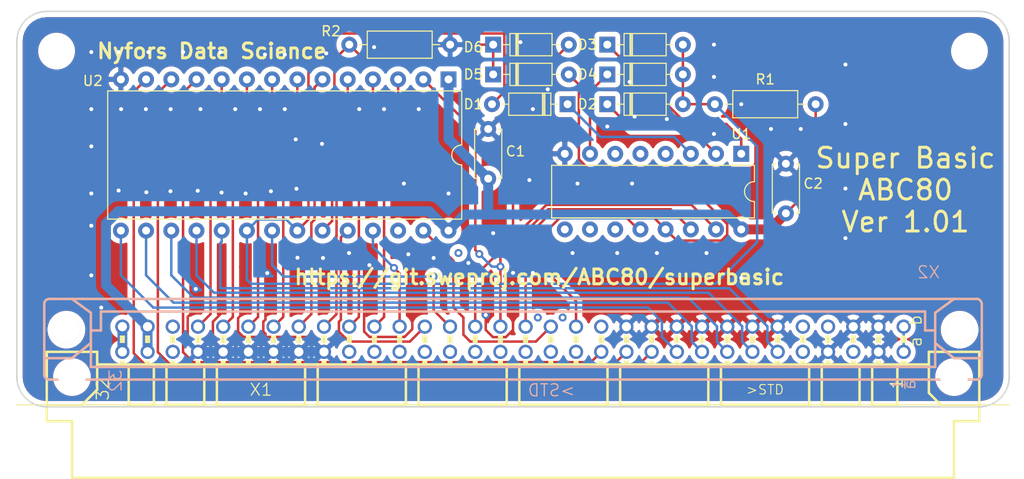
<source format=kicad_pcb>
(kicad_pcb (version 20171130) (host pcbnew 5.1.10-88a1d61d58~90~ubuntu20.04.1)

  (general
    (thickness 1.6)
    (drawings 11)
    (tracks 331)
    (zones 0)
    (modules 16)
    (nets 37)
  )

  (page A4)
  (title_block
    (title SuperBasic)
    (date 2021-07-31)
    (rev 1.01)
    (company SweProj.com)
  )

  (layers
    (0 F.Cu signal)
    (31 B.Cu signal)
    (32 B.Adhes user)
    (33 F.Adhes user)
    (34 B.Paste user)
    (35 F.Paste user)
    (36 B.SilkS user)
    (37 F.SilkS user)
    (38 B.Mask user)
    (39 F.Mask user)
    (40 Dwgs.User user)
    (41 Cmts.User user)
    (42 Eco1.User user)
    (43 Eco2.User user)
    (44 Edge.Cuts user)
    (45 Margin user)
    (46 B.CrtYd user)
    (47 F.CrtYd user)
    (48 B.Fab user)
    (49 F.Fab user)
  )

  (setup
    (last_trace_width 0.25)
    (trace_clearance 0.2)
    (zone_clearance 0.508)
    (zone_45_only no)
    (trace_min 0.2)
    (via_size 0.8)
    (via_drill 0.4)
    (via_min_size 0.4)
    (via_min_drill 0.3)
    (uvia_size 0.3)
    (uvia_drill 0.1)
    (uvias_allowed no)
    (uvia_min_size 0.2)
    (uvia_min_drill 0.1)
    (edge_width 0.05)
    (segment_width 0.2)
    (pcb_text_width 0.3)
    (pcb_text_size 1.5 1.5)
    (mod_edge_width 0.12)
    (mod_text_size 1 1)
    (mod_text_width 0.15)
    (pad_size 1.524 1.524)
    (pad_drill 0.762)
    (pad_to_mask_clearance 0)
    (aux_axis_origin 0 0)
    (grid_origin 139.65 100.15)
    (visible_elements FFFFFF7F)
    (pcbplotparams
      (layerselection 0x010fc_ffffffff)
      (usegerberextensions false)
      (usegerberattributes true)
      (usegerberadvancedattributes true)
      (creategerberjobfile true)
      (excludeedgelayer true)
      (linewidth 0.100000)
      (plotframeref false)
      (viasonmask false)
      (mode 1)
      (useauxorigin false)
      (hpglpennumber 1)
      (hpglpenspeed 20)
      (hpglpendiameter 15.000000)
      (psnegative false)
      (psa4output false)
      (plotreference true)
      (plotvalue true)
      (plotinvisibletext false)
      (padsonsilk false)
      (subtractmaskfromsilk false)
      (outputformat 1)
      (mirror false)
      (drillshape 1)
      (scaleselection 1)
      (outputdirectory ""))
  )

  (net 0 "")
  (net 1 GND)
  (net 2 +5V)
  (net 3 /~E_CE)
  (net 4 /Q_2)
  (net 5 /Q_1)
  (net 6 /Q_0)
  (net 7 /Q_7)
  (net 8 /A13)
  (net 9 /EA11)
  (net 10 /A11)
  (net 11 /A12)
  (net 12 /A15)
  (net 13 /A14)
  (net 14 /D2)
  (net 15 /D1)
  (net 16 /A8)
  (net 17 /D0)
  (net 18 /A9)
  (net 19 /A0)
  (net 20 /A1)
  (net 21 /A2)
  (net 22 /A10)
  (net 23 /A3)
  (net 24 /A4)
  (net 25 /D7)
  (net 26 /A5)
  (net 27 /D6)
  (net 28 /A6)
  (net 29 /D5)
  (net 30 /A7)
  (net 31 /D4)
  (net 32 /D3)
  (net 33 "Net-(X1-PadA32)")
  (net 34 "Net-(X1-PadA1)")
  (net 35 "Net-(X2-PadA32)")
  (net 36 "Net-(X2-PadA1)")

  (net_class Default "This is the default net class."
    (clearance 0.2)
    (trace_width 0.25)
    (via_dia 0.8)
    (via_drill 0.4)
    (uvia_dia 0.3)
    (uvia_drill 0.1)
    (add_net +5V)
    (add_net /A0)
    (add_net /A1)
    (add_net /A10)
    (add_net /A11)
    (add_net /A12)
    (add_net /A13)
    (add_net /A14)
    (add_net /A15)
    (add_net /A2)
    (add_net /A3)
    (add_net /A4)
    (add_net /A5)
    (add_net /A6)
    (add_net /A7)
    (add_net /A8)
    (add_net /A9)
    (add_net /D0)
    (add_net /D1)
    (add_net /D2)
    (add_net /D3)
    (add_net /D4)
    (add_net /D5)
    (add_net /D6)
    (add_net /D7)
    (add_net /EA11)
    (add_net /Q_0)
    (add_net /Q_1)
    (add_net /Q_2)
    (add_net /Q_7)
    (add_net /~E_CE)
    (add_net GND)
    (add_net "Net-(X1-PadA1)")
    (add_net "Net-(X1-PadA32)")
    (add_net "Net-(X2-PadA1)")
    (add_net "Net-(X2-PadA32)")
  )

  (module sm6uax:FAB64B (layer B.Cu) (tedit 0) (tstamp 6104FE88)
    (at 132 100.19 90)
    (descr "<b>DIN 41612 CONNECTOR</b>\n<p>\nFemale, 64 pins, type B, rows AB, grid 2.54 mm.<br />\nB mates with Q, but pin numbers reversed.\n</p>")
    (path /6105A34D)
    (fp_text reference X2 (at 6.05 40.65 180) (layer B.SilkS)
      (effects (font (size 1.2065 1.2065) (thickness 0.12065)) (justify right bottom mirror))
    )
    (fp_text value ABC-Bus (at -4.445 -34.29 180) (layer B.Fab)
      (effects (font (size 1.2065 1.2065) (thickness 0.12065)) (justify right bottom mirror))
    )
    (fp_line (start -2.54 42.291) (end -2.54 -42.291) (layer B.Fab) (width 0.254))
    (fp_line (start 0.635 -41.275) (end 2.54 -41.275) (layer B.Fab) (width 0.254))
    (fp_line (start 2.54 -41.275) (end 2.54 41.275) (layer B.Fab) (width 0.254))
    (fp_line (start 2.54 41.275) (end 0.635 41.275) (layer B.Fab) (width 0.254))
    (fp_line (start -1.905 47.244) (end -1.905 44.45) (layer B.SilkS) (width 0.254))
    (fp_line (start -1.905 47.244) (end -3.556 47.244) (layer B.SilkS) (width 0.254))
    (fp_line (start -0.381 42.545) (end -1.905 44.45) (layer B.SilkS) (width 0.254))
    (fp_line (start -1.905 -47.244) (end -1.905 -44.45) (layer B.SilkS) (width 0.254))
    (fp_line (start -1.905 -47.244) (end 3.556 -47.244) (layer B.SilkS) (width 0.254))
    (fp_line (start -0.381 -42.545) (end -1.905 -44.45) (layer B.SilkS) (width 0.254))
    (fp_line (start 4.064 44.45) (end 4.064 46.736) (layer B.SilkS) (width 0.254))
    (fp_line (start 2.667 42.545) (end 4.064 44.45) (layer B.SilkS) (width 0.254))
    (fp_line (start 4.064 44.45) (end 4.064 -44.45) (layer B.SilkS) (width 0.254))
    (fp_line (start 2.667 -42.545) (end 4.064 -44.45) (layer B.SilkS) (width 0.254))
    (fp_line (start 0.635 -41.275) (end 0.635 -42.291) (layer B.Fab) (width 0.254))
    (fp_line (start 0.889 -42.545) (end -0.381 -42.545) (layer B.SilkS) (width 0.254))
    (fp_line (start 0.635 -42.291) (end -2.54 -42.291) (layer B.Fab) (width 0.254))
    (fp_line (start -0.381 -42.545) (end -2.794 -42.545) (layer B.SilkS) (width 0.254))
    (fp_line (start 0.889 -42.545) (end 0.889 -41.529) (layer B.SilkS) (width 0.254))
    (fp_line (start 0.889 -42.545) (end 2.667 -42.545) (layer B.SilkS) (width 0.254))
    (fp_line (start 0.889 -41.529) (end 2.794 -41.529) (layer B.SilkS) (width 0.254))
    (fp_line (start 2.794 -41.529) (end 2.794 41.529) (layer B.SilkS) (width 0.254))
    (fp_line (start -2.794 -42.545) (end -2.794 42.545) (layer B.SilkS) (width 0.254))
    (fp_line (start 2.794 41.529) (end 0.889 41.529) (layer B.SilkS) (width 0.254))
    (fp_line (start 0.889 41.529) (end 0.889 42.545) (layer B.SilkS) (width 0.254))
    (fp_line (start 0.889 42.545) (end 2.667 42.545) (layer B.SilkS) (width 0.254))
    (fp_line (start 0.635 41.275) (end 0.635 42.291) (layer B.Fab) (width 0.254))
    (fp_line (start -0.381 42.545) (end 0.889 42.545) (layer B.SilkS) (width 0.254))
    (fp_line (start 0.635 42.291) (end -2.54 42.291) (layer B.Fab) (width 0.254))
    (fp_line (start -0.381 42.545) (end -2.794 42.545) (layer B.SilkS) (width 0.254))
    (fp_line (start 3.556 47.244) (end -1.905 47.244) (layer B.SilkS) (width 0.254))
    (fp_line (start -3.556 -47.244) (end -1.905 -47.244) (layer B.SilkS) (width 0.254))
    (fp_line (start -4.064 -46.736) (end -4.064 46.736) (layer B.SilkS) (width 0.254))
    (fp_line (start 4.064 -46.736) (end 4.064 -44.45) (layer B.SilkS) (width 0.254))
    (fp_circle (center 0.9652 -45.0088) (end 3.2512 -45.0088) (layer Dwgs.User) (width 1.778))
    (fp_circle (center 0.9652 -45.0088) (end 3.2512 -45.0088) (layer Dwgs.User) (width 1.778))
    (fp_circle (center 0.9652 -45.0088) (end 2.2352 -45.0088) (layer B.SilkS) (width 0.254))
    (fp_circle (center 0.9652 45.0088) (end 3.2512 45.0088) (layer Dwgs.User) (width 1.778))
    (fp_circle (center 0.9652 45.0088) (end 3.2512 45.0088) (layer Dwgs.User) (width 1.778))
    (fp_circle (center 0.9652 45.0088) (end 2.2352 45.0088) (layer B.SilkS) (width 0.254))
    (fp_poly (pts (xy 0.889 -40.005) (xy 1.651 -40.005) (xy 1.651 -38.735) (xy 0.889 -38.735)) (layer B.Fab) (width 0))
    (fp_poly (pts (xy -1.651 -40.005) (xy -0.889 -40.005) (xy -0.889 -38.735) (xy -1.651 -38.735)) (layer B.Fab) (width 0))
    (fp_poly (pts (xy 0.889 -37.465) (xy 1.651 -37.465) (xy 1.651 -36.195) (xy 0.889 -36.195)) (layer B.Fab) (width 0))
    (fp_poly (pts (xy -1.651 -37.465) (xy -0.889 -37.465) (xy -0.889 -36.195) (xy -1.651 -36.195)) (layer B.Fab) (width 0))
    (fp_poly (pts (xy -1.651 -34.925) (xy -0.889 -34.925) (xy -0.889 -33.655) (xy -1.651 -33.655)) (layer B.Fab) (width 0))
    (fp_poly (pts (xy -1.651 -32.385) (xy -0.889 -32.385) (xy -0.889 -31.115) (xy -1.651 -31.115)) (layer B.Fab) (width 0))
    (fp_poly (pts (xy 0.889 -34.925) (xy 1.651 -34.925) (xy 1.651 -33.655) (xy 0.889 -33.655)) (layer B.Fab) (width 0))
    (fp_poly (pts (xy 0.889 -32.385) (xy 1.651 -32.385) (xy 1.651 -31.115) (xy 0.889 -31.115)) (layer B.Fab) (width 0))
    (fp_poly (pts (xy -1.651 -29.845) (xy -0.889 -29.845) (xy -0.889 -28.575) (xy -1.651 -28.575)) (layer B.Fab) (width 0))
    (fp_poly (pts (xy -1.651 -27.305) (xy -0.889 -27.305) (xy -0.889 -26.035) (xy -1.651 -26.035)) (layer B.Fab) (width 0))
    (fp_poly (pts (xy 0.889 -29.845) (xy 1.651 -29.845) (xy 1.651 -28.575) (xy 0.889 -28.575)) (layer B.Fab) (width 0))
    (fp_poly (pts (xy 0.889 -27.305) (xy 1.651 -27.305) (xy 1.651 -26.035) (xy 0.889 -26.035)) (layer B.Fab) (width 0))
    (fp_poly (pts (xy 0.889 -24.765) (xy 1.651 -24.765) (xy 1.651 -23.495) (xy 0.889 -23.495)) (layer B.Fab) (width 0))
    (fp_poly (pts (xy -1.651 -24.765) (xy -0.889 -24.765) (xy -0.889 -23.495) (xy -1.651 -23.495)) (layer B.Fab) (width 0))
    (fp_poly (pts (xy -1.651 -22.225) (xy -0.889 -22.225) (xy -0.889 -20.955) (xy -1.651 -20.955)) (layer B.Fab) (width 0))
    (fp_poly (pts (xy -1.651 -19.685) (xy -0.889 -19.685) (xy -0.889 -18.415) (xy -1.651 -18.415)) (layer B.Fab) (width 0))
    (fp_poly (pts (xy 0.889 -22.225) (xy 1.651 -22.225) (xy 1.651 -20.955) (xy 0.889 -20.955)) (layer B.Fab) (width 0))
    (fp_poly (pts (xy 0.889 -19.685) (xy 1.651 -19.685) (xy 1.651 -18.415) (xy 0.889 -18.415)) (layer B.Fab) (width 0))
    (fp_poly (pts (xy 0.889 -17.145) (xy 1.651 -17.145) (xy 1.651 -15.875) (xy 0.889 -15.875)) (layer B.Fab) (width 0))
    (fp_poly (pts (xy -1.651 -17.145) (xy -0.889 -17.145) (xy -0.889 -15.875) (xy -1.651 -15.875)) (layer B.Fab) (width 0))
    (fp_poly (pts (xy 0.889 -14.605) (xy 1.651 -14.605) (xy 1.651 -13.335) (xy 0.889 -13.335)) (layer B.Fab) (width 0))
    (fp_poly (pts (xy 0.889 -12.065) (xy 1.651 -12.065) (xy 1.651 -10.795) (xy 0.889 -10.795)) (layer B.Fab) (width 0))
    (fp_poly (pts (xy 0.889 -9.525) (xy 1.651 -9.525) (xy 1.651 -8.255) (xy 0.889 -8.255)) (layer B.Fab) (width 0))
    (fp_poly (pts (xy 0.889 -6.985) (xy 1.651 -6.985) (xy 1.651 -5.715) (xy 0.889 -5.715)) (layer B.Fab) (width 0))
    (fp_poly (pts (xy 0.889 -4.445) (xy 1.651 -4.445) (xy 1.651 -3.175) (xy 0.889 -3.175)) (layer B.Fab) (width 0))
    (fp_poly (pts (xy 0.889 -1.905) (xy 1.651 -1.905) (xy 1.651 -0.635) (xy 0.889 -0.635)) (layer B.Fab) (width 0))
    (fp_poly (pts (xy 0.889 0.635) (xy 1.651 0.635) (xy 1.651 1.905) (xy 0.889 1.905)) (layer B.Fab) (width 0))
    (fp_poly (pts (xy 0.889 3.175) (xy 1.651 3.175) (xy 1.651 4.445) (xy 0.889 4.445)) (layer B.Fab) (width 0))
    (fp_poly (pts (xy 0.889 5.715) (xy 1.651 5.715) (xy 1.651 6.985) (xy 0.889 6.985)) (layer B.Fab) (width 0))
    (fp_poly (pts (xy 0.889 8.255) (xy 1.651 8.255) (xy 1.651 9.525) (xy 0.889 9.525)) (layer B.Fab) (width 0))
    (fp_poly (pts (xy 0.889 10.795) (xy 1.651 10.795) (xy 1.651 12.065) (xy 0.889 12.065)) (layer B.Fab) (width 0))
    (fp_poly (pts (xy 0.889 13.335) (xy 1.651 13.335) (xy 1.651 14.605) (xy 0.889 14.605)) (layer B.Fab) (width 0))
    (fp_poly (pts (xy 0.889 15.875) (xy 1.651 15.875) (xy 1.651 17.145) (xy 0.889 17.145)) (layer B.Fab) (width 0))
    (fp_poly (pts (xy 0.889 18.415) (xy 1.651 18.415) (xy 1.651 19.685) (xy 0.889 19.685)) (layer B.Fab) (width 0))
    (fp_poly (pts (xy 0.889 20.955) (xy 1.651 20.955) (xy 1.651 22.225) (xy 0.889 22.225)) (layer B.Fab) (width 0))
    (fp_poly (pts (xy 0.889 23.495) (xy 1.651 23.495) (xy 1.651 24.765) (xy 0.889 24.765)) (layer B.Fab) (width 0))
    (fp_poly (pts (xy -1.651 -14.605) (xy -0.889 -14.605) (xy -0.889 -13.335) (xy -1.651 -13.335)) (layer B.Fab) (width 0))
    (fp_poly (pts (xy -1.651 -12.065) (xy -0.889 -12.065) (xy -0.889 -10.795) (xy -1.651 -10.795)) (layer B.Fab) (width 0))
    (fp_poly (pts (xy -1.651 -9.525) (xy -0.889 -9.525) (xy -0.889 -8.255) (xy -1.651 -8.255)) (layer B.Fab) (width 0))
    (fp_poly (pts (xy -1.651 -6.985) (xy -0.889 -6.985) (xy -0.889 -5.715) (xy -1.651 -5.715)) (layer B.Fab) (width 0))
    (fp_poly (pts (xy -1.651 -4.445) (xy -0.889 -4.445) (xy -0.889 -3.175) (xy -1.651 -3.175)) (layer B.Fab) (width 0))
    (fp_poly (pts (xy -1.651 -1.905) (xy -0.889 -1.905) (xy -0.889 -0.635) (xy -1.651 -0.635)) (layer B.Fab) (width 0))
    (fp_poly (pts (xy -1.651 0.635) (xy -0.889 0.635) (xy -0.889 1.905) (xy -1.651 1.905)) (layer B.Fab) (width 0))
    (fp_poly (pts (xy -1.651 3.175) (xy -0.889 3.175) (xy -0.889 4.445) (xy -1.651 4.445)) (layer B.Fab) (width 0))
    (fp_poly (pts (xy -1.651 5.715) (xy -0.889 5.715) (xy -0.889 6.985) (xy -1.651 6.985)) (layer B.Fab) (width 0))
    (fp_poly (pts (xy -1.651 8.255) (xy -0.889 8.255) (xy -0.889 9.525) (xy -1.651 9.525)) (layer B.Fab) (width 0))
    (fp_poly (pts (xy -1.651 10.795) (xy -0.889 10.795) (xy -0.889 12.065) (xy -1.651 12.065)) (layer B.Fab) (width 0))
    (fp_poly (pts (xy -1.651 13.335) (xy -0.889 13.335) (xy -0.889 14.605) (xy -1.651 14.605)) (layer B.Fab) (width 0))
    (fp_poly (pts (xy -1.651 15.875) (xy -0.889 15.875) (xy -0.889 17.145) (xy -1.651 17.145)) (layer B.Fab) (width 0))
    (fp_poly (pts (xy -1.651 18.415) (xy -0.889 18.415) (xy -0.889 19.685) (xy -1.651 19.685)) (layer B.Fab) (width 0))
    (fp_poly (pts (xy -1.651 20.955) (xy -0.889 20.955) (xy -0.889 22.225) (xy -1.651 22.225)) (layer B.Fab) (width 0))
    (fp_poly (pts (xy -1.651 23.495) (xy -0.889 23.495) (xy -0.889 24.765) (xy -1.651 24.765)) (layer B.Fab) (width 0))
    (fp_poly (pts (xy -1.651 26.035) (xy -0.889 26.035) (xy -0.889 27.305) (xy -1.651 27.305)) (layer B.Fab) (width 0))
    (fp_poly (pts (xy -1.651 28.575) (xy -0.889 28.575) (xy -0.889 29.845) (xy -1.651 29.845)) (layer B.Fab) (width 0))
    (fp_poly (pts (xy -1.651 31.115) (xy -0.889 31.115) (xy -0.889 32.385) (xy -1.651 32.385)) (layer B.Fab) (width 0))
    (fp_poly (pts (xy -1.651 33.655) (xy -0.889 33.655) (xy -0.889 34.925) (xy -1.651 34.925)) (layer B.Fab) (width 0))
    (fp_poly (pts (xy -1.651 36.195) (xy -0.889 36.195) (xy -0.889 37.465) (xy -1.651 37.465)) (layer B.Fab) (width 0))
    (fp_poly (pts (xy -1.651 38.735) (xy -0.889 38.735) (xy -0.889 40.005) (xy -1.651 40.005)) (layer B.Fab) (width 0))
    (fp_poly (pts (xy 0.889 26.035) (xy 1.651 26.035) (xy 1.651 27.305) (xy 0.889 27.305)) (layer B.Fab) (width 0))
    (fp_poly (pts (xy 0.889 28.575) (xy 1.651 28.575) (xy 1.651 29.845) (xy 0.889 29.845)) (layer B.Fab) (width 0))
    (fp_poly (pts (xy 0.889 31.115) (xy 1.651 31.115) (xy 1.651 32.385) (xy 0.889 32.385)) (layer B.Fab) (width 0))
    (fp_poly (pts (xy 0.889 33.655) (xy 1.651 33.655) (xy 1.651 34.925) (xy 0.889 34.925)) (layer B.Fab) (width 0))
    (fp_poly (pts (xy 0.889 36.195) (xy 1.651 36.195) (xy 1.651 37.465) (xy 0.889 37.465)) (layer B.Fab) (width 0))
    (fp_poly (pts (xy 0.889 38.735) (xy 1.651 38.735) (xy 1.651 40.005) (xy 0.889 40.005)) (layer B.Fab) (width 0))
    (fp_text user >STD (at -5.85 1.4) (layer B.SilkS)
      (effects (font (size 1.2065 1.2065) (thickness 0.127)) (justify right bottom mirror))
    )
    (fp_text user 1 (at -3.95 39.65 270) (layer B.SilkS)
      (effects (font (size 1.2065 1.2065) (thickness 0.127)) (justify left bottom mirror))
    )
    (fp_text user a (at -3.95 40.65 270) (layer B.SilkS)
      (effects (font (size 1.2065 1.2065) (thickness 0.127)) (justify left bottom mirror))
    )
    (fp_text user 32 (at -2.95 -39.35 270) (layer B.SilkS)
      (effects (font (size 1.2065 1.2065) (thickness 0.127)) (justify left bottom mirror))
    )
    (fp_arc (start -3.556 -46.736) (end -4.064 -46.736) (angle 90) (layer B.SilkS) (width 0.254))
    (fp_arc (start 3.556 -46.736) (end 3.556 -47.244) (angle 90) (layer B.SilkS) (width 0.254))
    (fp_arc (start 3.504755 46.659599) (end 3.556 47.244) (angle -77.21006) (layer B.SilkS) (width 0.254))
    (fp_arc (start -3.556 46.736) (end -4.064 46.736) (angle -90) (layer B.SilkS) (width 0.254))
    (pad "" np_thru_hole circle (at 0.9652 45.0088 90) (size 2.794 2.794) (drill 2.794) (layers *.Cu *.Mask))
    (pad "" np_thru_hole circle (at 0.9652 -45.0088 90) (size 2.794 2.794) (drill 2.794) (layers *.Cu *.Mask))
    (pad B32 thru_hole circle (at 1.27 -39.37 90) (size 1.4224 1.4224) (drill 0.9144) (layers *.Cu *.Mask)
      (net 35 "Net-(X2-PadA32)") (solder_mask_margin 0.1016))
    (pad B31 thru_hole circle (at 1.27 -36.83 90) (size 1.4224 1.4224) (drill 0.9144) (layers *.Cu *.Mask)
      (net 2 +5V) (solder_mask_margin 0.1016))
    (pad B30 thru_hole circle (at 1.27 -34.29 90) (size 1.4224 1.4224) (drill 0.9144) (layers *.Cu *.Mask)
      (solder_mask_margin 0.1016))
    (pad B29 thru_hole circle (at 1.27 -31.75 90) (size 1.4224 1.4224) (drill 0.9144) (layers *.Cu *.Mask)
      (net 19 /A0) (solder_mask_margin 0.1016))
    (pad B28 thru_hole circle (at 1.27 -29.21 90) (size 1.4224 1.4224) (drill 0.9144) (layers *.Cu *.Mask)
      (net 20 /A1) (solder_mask_margin 0.1016))
    (pad B27 thru_hole circle (at 1.27 -26.67 90) (size 1.4224 1.4224) (drill 0.9144) (layers *.Cu *.Mask)
      (net 21 /A2) (solder_mask_margin 0.1016))
    (pad B26 thru_hole circle (at 1.27 -24.13 90) (size 1.4224 1.4224) (drill 0.9144) (layers *.Cu *.Mask)
      (net 23 /A3) (solder_mask_margin 0.1016))
    (pad B25 thru_hole circle (at 1.27 -21.59 90) (size 1.4224 1.4224) (drill 0.9144) (layers *.Cu *.Mask)
      (net 24 /A4) (solder_mask_margin 0.1016))
    (pad B24 thru_hole circle (at 1.27 -19.05 90) (size 1.4224 1.4224) (drill 0.9144) (layers *.Cu *.Mask)
      (net 26 /A5) (solder_mask_margin 0.1016))
    (pad B23 thru_hole circle (at 1.27 -16.51 90) (size 1.4224 1.4224) (drill 0.9144) (layers *.Cu *.Mask)
      (net 28 /A6) (solder_mask_margin 0.1016))
    (pad B22 thru_hole circle (at 1.27 -13.97 90) (size 1.4224 1.4224) (drill 0.9144) (layers *.Cu *.Mask)
      (net 30 /A7) (solder_mask_margin 0.1016))
    (pad B21 thru_hole circle (at 1.27 -11.43 90) (size 1.4224 1.4224) (drill 0.9144) (layers *.Cu *.Mask)
      (net 16 /A8) (solder_mask_margin 0.1016))
    (pad B20 thru_hole circle (at 1.27 -8.89 90) (size 1.4224 1.4224) (drill 0.9144) (layers *.Cu *.Mask)
      (net 18 /A9) (solder_mask_margin 0.1016))
    (pad B19 thru_hole circle (at 1.27 -6.35 90) (size 1.4224 1.4224) (drill 0.9144) (layers *.Cu *.Mask)
      (net 22 /A10) (solder_mask_margin 0.1016))
    (pad B18 thru_hole circle (at 1.27 -3.81 90) (size 1.4224 1.4224) (drill 0.9144) (layers *.Cu *.Mask)
      (net 10 /A11) (solder_mask_margin 0.1016))
    (pad B17 thru_hole circle (at 1.27 -1.27 90) (size 1.4224 1.4224) (drill 0.9144) (layers *.Cu *.Mask)
      (net 11 /A12) (solder_mask_margin 0.1016))
    (pad B16 thru_hole circle (at 1.27 1.27 90) (size 1.4224 1.4224) (drill 0.9144) (layers *.Cu *.Mask)
      (net 8 /A13) (solder_mask_margin 0.1016))
    (pad B15 thru_hole circle (at 1.27 3.81 90) (size 1.4224 1.4224) (drill 0.9144) (layers *.Cu *.Mask)
      (net 13 /A14) (solder_mask_margin 0.1016))
    (pad B14 thru_hole circle (at 1.27 6.35 90) (size 1.4224 1.4224) (drill 0.9144) (layers *.Cu *.Mask)
      (net 12 /A15) (solder_mask_margin 0.1016))
    (pad B13 thru_hole circle (at 1.27 8.89 90) (size 1.4224 1.4224) (drill 0.9144) (layers *.Cu *.Mask)
      (solder_mask_margin 0.1016))
    (pad B12 thru_hole circle (at 1.27 11.43 90) (size 1.4224 1.4224) (drill 0.9144) (layers *.Cu *.Mask)
      (net 1 GND) (solder_mask_margin 0.1016))
    (pad B11 thru_hole circle (at 1.27 13.97 90) (size 1.4224 1.4224) (drill 0.9144) (layers *.Cu *.Mask)
      (net 1 GND) (solder_mask_margin 0.1016))
    (pad B10 thru_hole circle (at 1.27 16.51 90) (size 1.4224 1.4224) (drill 0.9144) (layers *.Cu *.Mask)
      (net 1 GND) (solder_mask_margin 0.1016))
    (pad B9 thru_hole circle (at 1.27 19.05 90) (size 1.4224 1.4224) (drill 0.9144) (layers *.Cu *.Mask)
      (net 1 GND) (solder_mask_margin 0.1016))
    (pad B8 thru_hole circle (at 1.27 21.59 90) (size 1.4224 1.4224) (drill 0.9144) (layers *.Cu *.Mask)
      (net 1 GND) (solder_mask_margin 0.1016))
    (pad B7 thru_hole circle (at 1.27 24.13 90) (size 1.4224 1.4224) (drill 0.9144) (layers *.Cu *.Mask)
      (net 1 GND) (solder_mask_margin 0.1016))
    (pad B6 thru_hole circle (at 1.27 26.67 90) (size 1.4224 1.4224) (drill 0.9144) (layers *.Cu *.Mask)
      (net 1 GND) (solder_mask_margin 0.1016))
    (pad B5 thru_hole circle (at 1.27 29.21 90) (size 1.4224 1.4224) (drill 0.9144) (layers *.Cu *.Mask)
      (solder_mask_margin 0.1016))
    (pad B4 thru_hole circle (at 1.27 31.75 90) (size 1.4224 1.4224) (drill 0.9144) (layers *.Cu *.Mask)
      (solder_mask_margin 0.1016))
    (pad B3 thru_hole circle (at 1.27 34.29 90) (size 1.4224 1.4224) (drill 0.9144) (layers *.Cu *.Mask)
      (net 1 GND) (solder_mask_margin 0.1016))
    (pad B2 thru_hole circle (at 1.27 36.83 90) (size 1.4224 1.4224) (drill 0.9144) (layers *.Cu *.Mask)
      (net 1 GND) (solder_mask_margin 0.1016))
    (pad B1 thru_hole circle (at 1.27 39.37 90) (size 1.4224 1.4224) (drill 0.9144) (layers *.Cu *.Mask)
      (net 36 "Net-(X2-PadA1)") (solder_mask_margin 0.1016))
    (pad A32 thru_hole circle (at -1.27 -39.37 90) (size 1.4224 1.4224) (drill 0.9144) (layers *.Cu *.Mask)
      (net 35 "Net-(X2-PadA32)") (solder_mask_margin 0.1016))
    (pad A31 thru_hole circle (at -1.27 -36.83 90) (size 1.4224 1.4224) (drill 0.9144) (layers *.Cu *.Mask)
      (net 2 +5V) (solder_mask_margin 0.1016))
    (pad A30 thru_hole circle (at -1.27 -34.29 90) (size 1.4224 1.4224) (drill 0.9144) (layers *.Cu *.Mask)
      (solder_mask_margin 0.1016))
    (pad A29 thru_hole circle (at -1.27 -31.75 90) (size 1.4224 1.4224) (drill 0.9144) (layers *.Cu *.Mask)
      (net 1 GND) (solder_mask_margin 0.1016))
    (pad A28 thru_hole circle (at -1.27 -29.21 90) (size 1.4224 1.4224) (drill 0.9144) (layers *.Cu *.Mask)
      (net 1 GND) (solder_mask_margin 0.1016))
    (pad A27 thru_hole circle (at -1.27 -26.67 90) (size 1.4224 1.4224) (drill 0.9144) (layers *.Cu *.Mask)
      (net 1 GND) (solder_mask_margin 0.1016))
    (pad A26 thru_hole circle (at -1.27 -24.13 90) (size 1.4224 1.4224) (drill 0.9144) (layers *.Cu *.Mask)
      (net 1 GND) (solder_mask_margin 0.1016))
    (pad A25 thru_hole circle (at -1.27 -21.59 90) (size 1.4224 1.4224) (drill 0.9144) (layers *.Cu *.Mask)
      (net 1 GND) (solder_mask_margin 0.1016))
    (pad A24 thru_hole circle (at -1.27 -19.05 90) (size 1.4224 1.4224) (drill 0.9144) (layers *.Cu *.Mask)
      (net 1 GND) (solder_mask_margin 0.1016))
    (pad A23 thru_hole circle (at -1.27 -16.51 90) (size 1.4224 1.4224) (drill 0.9144) (layers *.Cu *.Mask)
      (solder_mask_margin 0.1016))
    (pad A22 thru_hole circle (at -1.27 -13.97 90) (size 1.4224 1.4224) (drill 0.9144) (layers *.Cu *.Mask)
      (solder_mask_margin 0.1016))
    (pad A21 thru_hole circle (at -1.27 -11.43 90) (size 1.4224 1.4224) (drill 0.9144) (layers *.Cu *.Mask)
      (solder_mask_margin 0.1016))
    (pad A20 thru_hole circle (at -1.27 -8.89 90) (size 1.4224 1.4224) (drill 0.9144) (layers *.Cu *.Mask)
      (solder_mask_margin 0.1016))
    (pad A19 thru_hole circle (at -1.27 -6.35 90) (size 1.4224 1.4224) (drill 0.9144) (layers *.Cu *.Mask)
      (solder_mask_margin 0.1016))
    (pad A18 thru_hole circle (at -1.27 -3.81 90) (size 1.4224 1.4224) (drill 0.9144) (layers *.Cu *.Mask)
      (solder_mask_margin 0.1016))
    (pad A17 thru_hole circle (at -1.27 -1.27 90) (size 1.4224 1.4224) (drill 0.9144) (layers *.Cu *.Mask)
      (solder_mask_margin 0.1016))
    (pad A16 thru_hole circle (at -1.27 1.27 90) (size 1.4224 1.4224) (drill 0.9144) (layers *.Cu *.Mask)
      (solder_mask_margin 0.1016))
    (pad A15 thru_hole circle (at -1.27 3.81 90) (size 1.4224 1.4224) (drill 0.9144) (layers *.Cu *.Mask)
      (solder_mask_margin 0.1016))
    (pad A14 thru_hole circle (at -1.27 6.35 90) (size 1.4224 1.4224) (drill 0.9144) (layers *.Cu *.Mask)
      (solder_mask_margin 0.1016))
    (pad A13 thru_hole circle (at -1.27 8.89 90) (size 1.4224 1.4224) (drill 0.9144) (layers *.Cu *.Mask)
      (net 17 /D0) (solder_mask_margin 0.1016))
    (pad A12 thru_hole circle (at -1.27 11.43 90) (size 1.4224 1.4224) (drill 0.9144) (layers *.Cu *.Mask)
      (net 15 /D1) (solder_mask_margin 0.1016))
    (pad A11 thru_hole circle (at -1.27 13.97 90) (size 1.4224 1.4224) (drill 0.9144) (layers *.Cu *.Mask)
      (net 14 /D2) (solder_mask_margin 0.1016))
    (pad A10 thru_hole circle (at -1.27 16.51 90) (size 1.4224 1.4224) (drill 0.9144) (layers *.Cu *.Mask)
      (net 32 /D3) (solder_mask_margin 0.1016))
    (pad A9 thru_hole circle (at -1.27 19.05 90) (size 1.4224 1.4224) (drill 0.9144) (layers *.Cu *.Mask)
      (net 31 /D4) (solder_mask_margin 0.1016))
    (pad A8 thru_hole circle (at -1.27 21.59 90) (size 1.4224 1.4224) (drill 0.9144) (layers *.Cu *.Mask)
      (net 29 /D5) (solder_mask_margin 0.1016))
    (pad A7 thru_hole circle (at -1.27 24.13 90) (size 1.4224 1.4224) (drill 0.9144) (layers *.Cu *.Mask)
      (net 27 /D6) (solder_mask_margin 0.1016))
    (pad A6 thru_hole circle (at -1.27 26.67 90) (size 1.4224 1.4224) (drill 0.9144) (layers *.Cu *.Mask)
      (net 25 /D7) (solder_mask_margin 0.1016))
    (pad A5 thru_hole circle (at -1.27 29.21 90) (size 1.4224 1.4224) (drill 0.9144) (layers *.Cu *.Mask)
      (solder_mask_margin 0.1016))
    (pad A4 thru_hole circle (at -1.27 31.75 90) (size 1.4224 1.4224) (drill 0.9144) (layers *.Cu *.Mask)
      (net 1 GND) (solder_mask_margin 0.1016))
    (pad A3 thru_hole circle (at -1.27 34.29 90) (size 1.4224 1.4224) (drill 0.9144) (layers *.Cu *.Mask)
      (solder_mask_margin 0.1016))
    (pad A2 thru_hole circle (at -1.27 36.83 90) (size 1.4224 1.4224) (drill 0.9144) (layers *.Cu *.Mask)
      (net 1 GND) (solder_mask_margin 0.1016))
    (pad A1 thru_hole circle (at -1.27 39.37 90) (size 1.4224 1.4224) (drill 0.9144) (layers *.Cu *.Mask)
      (net 36 "Net-(X2-PadA1)") (solder_mask_margin 0.1016))
  )

  (module MountingHole:MountingHole_2.7mm (layer F.Cu) (tedit 56D1B4CB) (tstamp 6105195F)
    (at 86 71.15)
    (descr "Mounting Hole 2.7mm, no annular")
    (tags "mounting hole 2.7mm no annular")
    (path /614CB520)
    (attr virtual)
    (fp_text reference H2 (at 0 -3.7) (layer F.SilkS) hide
      (effects (font (size 1 1) (thickness 0.15)))
    )
    (fp_text value MountingHole (at 0 3.7) (layer F.Fab)
      (effects (font (size 1 1) (thickness 0.15)))
    )
    (fp_circle (center 0 0) (end 2.95 0) (layer F.CrtYd) (width 0.05))
    (fp_circle (center 0 0) (end 2.7 0) (layer Cmts.User) (width 0.15))
    (fp_text user %R (at 0.3 0) (layer F.Fab)
      (effects (font (size 1 1) (thickness 0.15)))
    )
    (pad 1 np_thru_hole circle (at 0 0) (size 2.7 2.7) (drill 2.7) (layers *.Cu *.Mask))
  )

  (module MountingHole:MountingHole_2.7mm (layer F.Cu) (tedit 56D1B4CB) (tstamp 61058EB7)
    (at 178 71.15)
    (descr "Mounting Hole 2.7mm, no annular")
    (tags "mounting hole 2.7mm no annular")
    (path /614CA70E)
    (attr virtual)
    (fp_text reference H1 (at 0 -3.7) (layer F.SilkS) hide
      (effects (font (size 1 1) (thickness 0.15)))
    )
    (fp_text value MountingHole (at 0 3.7) (layer F.Fab)
      (effects (font (size 1 1) (thickness 0.15)))
    )
    (fp_circle (center 0 0) (end 2.95 0) (layer F.CrtYd) (width 0.05))
    (fp_circle (center 0 0) (end 2.7 0) (layer Cmts.User) (width 0.15))
    (fp_text user %R (at 0.3 0) (layer F.Fab)
      (effects (font (size 1 1) (thickness 0.15)))
    )
    (pad 1 np_thru_hole circle (at 0 0) (size 2.7 2.7) (drill 2.7) (layers *.Cu *.Mask))
  )

  (module superbasic:MAB64B-FAB64Q (layer F.Cu) (tedit 0) (tstamp 61050D6A)
    (at 132 104 270)
    (descr "<b>DIN 41612 CONNECTOR</b>\n<p>\nMale, 64 pins, type B, rows ab, grid 2.54 mm<br />\nFemale, 64 bits, type Q, rows ab, grid 2.54 mm<br />\nB mates with Q, but pin numbers reversed\n</p>")
    (path /6104D632)
    (fp_text reference X1 (at 1.27 25.4) (layer F.SilkS)
      (effects (font (size 1.2065 1.2065) (thickness 0.12065)))
    )
    (fp_text value ABC-Bus (at 1.27 5.1054) (layer F.Fab)
      (effects (font (size 1.2065 1.2065) (thickness 0.12065)))
    )
    (fp_line (start 4.445 46.99) (end 4.445 44.45) (layer F.SilkS) (width 0.254))
    (fp_line (start 4.445 44.45) (end 10.16 44.45) (layer F.SilkS) (width 0.254))
    (fp_line (start 10.16 44.45) (end 10.16 -44.45) (layer F.SilkS) (width 0.254))
    (fp_line (start 10.16 -44.45) (end 4.445 -44.45) (layer F.SilkS) (width 0.254))
    (fp_line (start 4.445 -44.45) (end 4.445 -46.99) (layer F.SilkS) (width 0.254))
    (fp_line (start -2.54 -46.99) (end -2.54 -41.91) (layer F.SilkS) (width 0.254))
    (fp_line (start -2.54 -41.91) (end -1.27 -41.91) (layer F.SilkS) (width 0.254))
    (fp_line (start -1.27 -41.91) (end 1.6002 -41.91) (layer F.SilkS) (width 0.254))
    (fp_line (start 4.445 -46.99) (end 2.8702 -46.99) (layer F.SilkS) (width 0.254))
    (fp_line (start 2.8702 -46.99) (end -2.54 -46.99) (layer F.SilkS) (width 0.254))
    (fp_line (start 1.6002 -41.91) (end 2.8702 -43.18) (layer F.SilkS) (width 0.254))
    (fp_line (start 2.8702 -43.18) (end 2.8702 -46.99) (layer F.SilkS) (width 0.254))
    (fp_line (start -2.54 46.99) (end 2.8702 46.99) (layer F.SilkS) (width 0.254))
    (fp_line (start 2.8702 46.99) (end 4.445 46.99) (layer F.SilkS) (width 0.254))
    (fp_line (start 2.8702 43.5102) (end 1.27 41.91) (layer F.SilkS) (width 0.254))
    (fp_line (start 2.8702 43.5102) (end 2.8702 46.99) (layer F.SilkS) (width 0.254))
    (fp_line (start -2.54 41.91) (end -2.54 46.99) (layer F.SilkS) (width 0.254))
    (fp_line (start -2.54 41.91) (end -1.27 41.91) (layer F.SilkS) (width 0.254))
    (fp_line (start -1.27 41.91) (end 1.27 41.91) (layer F.SilkS) (width 0.254))
    (fp_line (start -1.27 -41.91) (end -1.27 -38.735) (layer F.SilkS) (width 0.254))
    (fp_line (start 2.794 -38.735) (end 2.794 -36.195) (layer F.SilkS) (width 0.254))
    (fp_line (start 2.794 -38.735) (end -1.27 -38.735) (layer F.SilkS) (width 0.254))
    (fp_line (start -1.27 -38.735) (end -1.27 -36.195) (layer F.SilkS) (width 0.254))
    (fp_line (start 2.794 -36.195) (end -1.27 -36.195) (layer F.SilkS) (width 0.254))
    (fp_line (start -1.27 -36.195) (end -1.27 -34.925) (layer F.SilkS) (width 0.254))
    (fp_line (start 2.794 -34.925) (end -1.27 -34.925) (layer F.SilkS) (width 0.254))
    (fp_line (start 2.794 -34.925) (end 2.794 -31.115) (layer F.SilkS) (width 0.254))
    (fp_line (start -1.27 -34.925) (end -1.27 -31.115) (layer F.SilkS) (width 0.254))
    (fp_line (start 2.794 -31.115) (end -1.27 -31.115) (layer F.SilkS) (width 0.254))
    (fp_line (start -1.27 -31.115) (end -1.27 -29.845) (layer F.SilkS) (width 0.254))
    (fp_line (start 2.794 -29.845) (end -1.27 -29.845) (layer F.SilkS) (width 0.254))
    (fp_line (start 2.794 -29.845) (end 2.794 -20.955) (layer F.SilkS) (width 0.254))
    (fp_line (start -1.27 -29.845) (end -1.27 -20.955) (layer F.SilkS) (width 0.254))
    (fp_line (start 2.794 -20.955) (end -1.27 -20.955) (layer F.SilkS) (width 0.254))
    (fp_line (start -1.27 -20.955) (end -1.27 -19.685) (layer F.SilkS) (width 0.254))
    (fp_line (start 2.794 -19.685) (end -1.27 -19.685) (layer F.SilkS) (width 0.254))
    (fp_line (start 2.794 -19.685) (end 2.794 -10.795) (layer F.SilkS) (width 0.254))
    (fp_line (start -1.27 -19.685) (end -1.27 -10.795) (layer F.SilkS) (width 0.254))
    (fp_line (start 2.794 -10.795) (end -1.27 -10.795) (layer F.SilkS) (width 0.254))
    (fp_line (start -1.27 -10.795) (end -1.27 -9.525) (layer F.SilkS) (width 0.254))
    (fp_line (start 2.794 -9.525) (end -1.27 -9.525) (layer F.SilkS) (width 0.254))
    (fp_line (start 2.794 -9.525) (end 2.794 -0.635) (layer F.SilkS) (width 0.254))
    (fp_line (start -1.27 -9.525) (end -1.27 -0.635) (layer F.SilkS) (width 0.254))
    (fp_line (start 2.794 -0.635) (end -1.27 -0.635) (layer F.SilkS) (width 0.254))
    (fp_line (start -1.27 -0.635) (end -1.27 0.635) (layer F.SilkS) (width 0.254))
    (fp_line (start 2.794 0.635) (end -1.27 0.635) (layer F.SilkS) (width 0.254))
    (fp_line (start 2.794 0.635) (end 2.794 9.525) (layer F.SilkS) (width 0.254))
    (fp_line (start -1.27 0.635) (end -1.27 9.525) (layer F.SilkS) (width 0.254))
    (fp_line (start 2.794 9.525) (end -1.27 9.525) (layer F.SilkS) (width 0.254))
    (fp_line (start -1.27 9.525) (end -1.27 10.795) (layer F.SilkS) (width 0.254))
    (fp_line (start 2.794 10.795) (end -1.27 10.795) (layer F.SilkS) (width 0.254))
    (fp_line (start 2.794 10.795) (end 2.794 19.685) (layer F.SilkS) (width 0.254))
    (fp_line (start -1.27 10.795) (end -1.27 19.685) (layer F.SilkS) (width 0.254))
    (fp_line (start 2.794 19.685) (end -1.27 19.685) (layer F.SilkS) (width 0.254))
    (fp_line (start -1.27 19.685) (end -1.27 20.955) (layer F.SilkS) (width 0.254))
    (fp_line (start 2.794 20.955) (end -1.27 20.955) (layer F.SilkS) (width 0.254))
    (fp_line (start 2.794 20.955) (end 2.794 29.845) (layer F.SilkS) (width 0.254))
    (fp_line (start -1.27 20.955) (end -1.27 29.845) (layer F.SilkS) (width 0.254))
    (fp_line (start 2.794 29.845) (end -1.27 29.845) (layer F.SilkS) (width 0.254))
    (fp_line (start -1.27 29.845) (end -1.27 31.115) (layer F.SilkS) (width 0.254))
    (fp_line (start 2.794 31.115) (end -1.27 31.115) (layer F.SilkS) (width 0.254))
    (fp_line (start 2.794 31.115) (end 2.794 34.925) (layer F.SilkS) (width 0.254))
    (fp_line (start -1.27 31.115) (end -1.27 34.925) (layer F.SilkS) (width 0.254))
    (fp_line (start 2.794 34.925) (end -1.27 34.925) (layer F.SilkS) (width 0.254))
    (fp_line (start -1.27 34.925) (end -1.27 36.195) (layer F.SilkS) (width 0.254))
    (fp_line (start 2.794 36.195) (end -1.27 36.195) (layer F.SilkS) (width 0.254))
    (fp_line (start 2.794 36.195) (end 2.794 38.735) (layer F.SilkS) (width 0.254))
    (fp_line (start -1.27 36.195) (end -1.27 38.735) (layer F.SilkS) (width 0.254))
    (fp_line (start 2.794 38.735) (end -1.27 38.735) (layer F.SilkS) (width 0.254))
    (fp_line (start -1.27 38.735) (end -1.27 41.91) (layer F.SilkS) (width 0.254))
    (fp_line (start 2.794 50.0126) (end 2.794 -50.0126) (layer F.SilkS) (width 0.12))
    (fp_circle (center 0 -44.45) (end 1.27 -44.45) (layer F.SilkS) (width 0.254))
    (fp_circle (center 0 44.45) (end 1.27 44.45) (layer F.SilkS) (width 0.254))
    (fp_poly (pts (xy -1.651 -39.116) (xy -1.27 -39.116) (xy -1.27 -39.624) (xy -1.651 -39.624)) (layer F.SilkS) (width 0))
    (fp_poly (pts (xy -3.429 -39.116) (xy -1.651 -39.116) (xy -1.651 -39.624) (xy -3.429 -39.624)) (layer F.Fab) (width 0))
    (fp_poly (pts (xy -5.334 -39.116) (xy -4.191 -39.116) (xy -4.191 -39.624) (xy -5.334 -39.624)) (layer F.Fab) (width 0))
    (fp_poly (pts (xy -1.651 -36.576) (xy -1.27 -36.576) (xy -1.27 -37.084) (xy -1.651 -37.084)) (layer F.SilkS) (width 0))
    (fp_poly (pts (xy -3.429 -36.576) (xy -1.651 -36.576) (xy -1.651 -37.084) (xy -3.429 -37.084)) (layer F.Fab) (width 0))
    (fp_poly (pts (xy -5.334 -36.576) (xy -4.191 -36.576) (xy -4.191 -37.084) (xy -5.334 -37.084)) (layer F.Fab) (width 0))
    (fp_poly (pts (xy -5.334 -34.036) (xy -4.191 -34.036) (xy -4.191 -34.544) (xy -5.334 -34.544)) (layer F.Fab) (width 0))
    (fp_poly (pts (xy -1.651 -34.036) (xy -1.27 -34.036) (xy -1.27 -34.544) (xy -1.651 -34.544)) (layer F.SilkS) (width 0))
    (fp_poly (pts (xy -3.429 -34.036) (xy -1.651 -34.036) (xy -1.651 -34.544) (xy -3.429 -34.544)) (layer F.Fab) (width 0))
    (fp_poly (pts (xy -1.651 -31.496) (xy -1.27 -31.496) (xy -1.27 -32.004) (xy -1.651 -32.004)) (layer F.SilkS) (width 0))
    (fp_poly (pts (xy -3.429 -31.496) (xy -1.651 -31.496) (xy -1.651 -32.004) (xy -3.429 -32.004)) (layer F.Fab) (width 0))
    (fp_poly (pts (xy -5.334 -31.496) (xy -4.191 -31.496) (xy -4.191 -32.004) (xy -5.334 -32.004)) (layer F.Fab) (width 0))
    (fp_poly (pts (xy -1.651 -28.956) (xy -1.27 -28.956) (xy -1.27 -29.464) (xy -1.651 -29.464)) (layer F.SilkS) (width 0))
    (fp_poly (pts (xy -1.651 -26.416) (xy -1.27 -26.416) (xy -1.27 -26.924) (xy -1.651 -26.924)) (layer F.SilkS) (width 0))
    (fp_poly (pts (xy -3.429 -28.956) (xy -1.651 -28.956) (xy -1.651 -29.464) (xy -3.429 -29.464)) (layer F.Fab) (width 0))
    (fp_poly (pts (xy -3.429 -26.416) (xy -1.651 -26.416) (xy -1.651 -26.924) (xy -3.429 -26.924)) (layer F.Fab) (width 0))
    (fp_poly (pts (xy -5.334 -28.956) (xy -4.191 -28.956) (xy -4.191 -29.464) (xy -5.334 -29.464)) (layer F.Fab) (width 0))
    (fp_poly (pts (xy -5.334 -26.416) (xy -4.191 -26.416) (xy -4.191 -26.924) (xy -5.334 -26.924)) (layer F.Fab) (width 0))
    (fp_poly (pts (xy -5.334 -23.876) (xy -4.191 -23.876) (xy -4.191 -24.384) (xy -5.334 -24.384)) (layer F.Fab) (width 0))
    (fp_poly (pts (xy -1.651 -23.876) (xy -1.27 -23.876) (xy -1.27 -24.384) (xy -1.651 -24.384)) (layer F.SilkS) (width 0))
    (fp_poly (pts (xy -3.429 -23.876) (xy -1.651 -23.876) (xy -1.651 -24.384) (xy -3.429 -24.384)) (layer F.Fab) (width 0))
    (fp_poly (pts (xy -3.429 -21.336) (xy -1.651 -21.336) (xy -1.651 -21.844) (xy -3.429 -21.844)) (layer F.Fab) (width 0))
    (fp_poly (pts (xy -1.651 -21.336) (xy -1.27 -21.336) (xy -1.27 -21.844) (xy -1.651 -21.844)) (layer F.SilkS) (width 0))
    (fp_poly (pts (xy -5.334 -21.336) (xy -4.191 -21.336) (xy -4.191 -21.844) (xy -5.334 -21.844)) (layer F.Fab) (width 0))
    (fp_poly (pts (xy -3.429 -18.796) (xy -1.651 -18.796) (xy -1.651 -19.304) (xy -3.429 -19.304)) (layer F.Fab) (width 0))
    (fp_poly (pts (xy -1.651 -18.796) (xy -1.27 -18.796) (xy -1.27 -19.304) (xy -1.651 -19.304)) (layer F.SilkS) (width 0))
    (fp_poly (pts (xy -5.334 -18.796) (xy -4.191 -18.796) (xy -4.191 -19.304) (xy -5.334 -19.304)) (layer F.Fab) (width 0))
    (fp_poly (pts (xy -1.651 -16.256) (xy -1.27 -16.256) (xy -1.27 -16.764) (xy -1.651 -16.764)) (layer F.SilkS) (width 0))
    (fp_poly (pts (xy -3.429 -16.256) (xy -1.651 -16.256) (xy -1.651 -16.764) (xy -3.429 -16.764)) (layer F.Fab) (width 0))
    (fp_poly (pts (xy -5.334 -16.256) (xy -4.191 -16.256) (xy -4.191 -16.764) (xy -5.334 -16.764)) (layer F.Fab) (width 0))
    (fp_poly (pts (xy -5.334 -13.716) (xy -4.191 -13.716) (xy -4.191 -14.224) (xy -5.334 -14.224)) (layer F.Fab) (width 0))
    (fp_poly (pts (xy -3.429 -13.716) (xy -1.651 -13.716) (xy -1.651 -14.224) (xy -3.429 -14.224)) (layer F.Fab) (width 0))
    (fp_poly (pts (xy -1.651 -13.716) (xy -1.27 -13.716) (xy -1.27 -14.224) (xy -1.651 -14.224)) (layer F.SilkS) (width 0))
    (fp_poly (pts (xy -3.429 -11.176) (xy -1.651 -11.176) (xy -1.651 -11.684) (xy -3.429 -11.684)) (layer F.Fab) (width 0))
    (fp_poly (pts (xy -3.429 -8.636) (xy -1.651 -8.636) (xy -1.651 -9.144) (xy -3.429 -9.144)) (layer F.Fab) (width 0))
    (fp_poly (pts (xy -1.651 -11.176) (xy -1.27 -11.176) (xy -1.27 -11.684) (xy -1.651 -11.684)) (layer F.SilkS) (width 0))
    (fp_poly (pts (xy -1.651 -8.636) (xy -1.27 -8.636) (xy -1.27 -9.144) (xy -1.651 -9.144)) (layer F.SilkS) (width 0))
    (fp_poly (pts (xy -5.334 -11.176) (xy -4.191 -11.176) (xy -4.191 -11.684) (xy -5.334 -11.684)) (layer F.Fab) (width 0))
    (fp_poly (pts (xy -5.334 -8.636) (xy -4.191 -8.636) (xy -4.191 -9.144) (xy -5.334 -9.144)) (layer F.Fab) (width 0))
    (fp_poly (pts (xy -5.334 -6.096) (xy -4.191 -6.096) (xy -4.191 -6.604) (xy -5.334 -6.604)) (layer F.Fab) (width 0))
    (fp_poly (pts (xy -3.429 -6.096) (xy -1.651 -6.096) (xy -1.651 -6.604) (xy -3.429 -6.604)) (layer F.Fab) (width 0))
    (fp_poly (pts (xy -3.429 -3.556) (xy -1.651 -3.556) (xy -1.651 -4.064) (xy -3.429 -4.064)) (layer F.Fab) (width 0))
    (fp_poly (pts (xy -1.651 -6.096) (xy -1.27 -6.096) (xy -1.27 -6.604) (xy -1.651 -6.604)) (layer F.SilkS) (width 0))
    (fp_poly (pts (xy -1.651 -3.556) (xy -1.27 -3.556) (xy -1.27 -4.064) (xy -1.651 -4.064)) (layer F.SilkS) (width 0))
    (fp_poly (pts (xy -5.334 -3.556) (xy -4.191 -3.556) (xy -4.191 -4.064) (xy -5.334 -4.064)) (layer F.Fab) (width 0))
    (fp_poly (pts (xy -5.334 -1.016) (xy -4.191 -1.016) (xy -4.191 -1.524) (xy -5.334 -1.524)) (layer F.Fab) (width 0))
    (fp_poly (pts (xy -3.429 -1.016) (xy -1.651 -1.016) (xy -1.651 -1.524) (xy -3.429 -1.524)) (layer F.Fab) (width 0))
    (fp_poly (pts (xy -1.651 -1.016) (xy -1.27 -1.016) (xy -1.27 -1.524) (xy -1.651 -1.524)) (layer F.SilkS) (width 0))
    (fp_poly (pts (xy -1.651 1.524) (xy -1.27 1.524) (xy -1.27 1.016) (xy -1.651 1.016)) (layer F.SilkS) (width 0))
    (fp_poly (pts (xy -3.429 1.524) (xy -1.651 1.524) (xy -1.651 1.016) (xy -3.429 1.016)) (layer F.Fab) (width 0))
    (fp_poly (pts (xy -5.334 1.524) (xy -4.191 1.524) (xy -4.191 1.016) (xy -5.334 1.016)) (layer F.Fab) (width 0))
    (fp_poly (pts (xy -1.651 4.064) (xy -1.27 4.064) (xy -1.27 3.556) (xy -1.651 3.556)) (layer F.SilkS) (width 0))
    (fp_poly (pts (xy -3.429 4.064) (xy -1.651 4.064) (xy -1.651 3.556) (xy -3.429 3.556)) (layer F.Fab) (width 0))
    (fp_poly (pts (xy -5.334 4.064) (xy -4.191 4.064) (xy -4.191 3.556) (xy -5.334 3.556)) (layer F.Fab) (width 0))
    (fp_poly (pts (xy -3.429 6.604) (xy -1.651 6.604) (xy -1.651 6.096) (xy -3.429 6.096)) (layer F.Fab) (width 0))
    (fp_poly (pts (xy -1.651 6.604) (xy -1.27 6.604) (xy -1.27 6.096) (xy -1.651 6.096)) (layer F.SilkS) (width 0))
    (fp_poly (pts (xy -5.334 6.604) (xy -4.191 6.604) (xy -4.191 6.096) (xy -5.334 6.096)) (layer F.Fab) (width 0))
    (fp_poly (pts (xy -5.334 9.144) (xy -4.191 9.144) (xy -4.191 8.636) (xy -5.334 8.636)) (layer F.Fab) (width 0))
    (fp_poly (pts (xy -3.429 9.144) (xy -1.651 9.144) (xy -1.651 8.636) (xy -3.429 8.636)) (layer F.Fab) (width 0))
    (fp_poly (pts (xy -1.651 9.144) (xy -1.27 9.144) (xy -1.27 8.636) (xy -1.651 8.636)) (layer F.SilkS) (width 0))
    (fp_poly (pts (xy -1.651 11.684) (xy -1.27 11.684) (xy -1.27 11.176) (xy -1.651 11.176)) (layer F.SilkS) (width 0))
    (fp_poly (pts (xy -1.651 14.224) (xy -1.27 14.224) (xy -1.27 13.716) (xy -1.651 13.716)) (layer F.SilkS) (width 0))
    (fp_poly (pts (xy -3.429 11.684) (xy -1.651 11.684) (xy -1.651 11.176) (xy -3.429 11.176)) (layer F.Fab) (width 0))
    (fp_poly (pts (xy -5.334 11.684) (xy -4.191 11.684) (xy -4.191 11.176) (xy -5.334 11.176)) (layer F.Fab) (width 0))
    (fp_poly (pts (xy -3.429 16.764) (xy -1.651 16.764) (xy -1.651 16.256) (xy -3.429 16.256)) (layer F.Fab) (width 0))
    (fp_poly (pts (xy -1.651 16.764) (xy -1.27 16.764) (xy -1.27 16.256) (xy -1.651 16.256)) (layer F.SilkS) (width 0))
    (fp_poly (pts (xy -5.334 16.764) (xy -4.191 16.764) (xy -4.191 16.256) (xy -5.334 16.256)) (layer F.Fab) (width 0))
    (fp_poly (pts (xy -3.429 14.224) (xy -1.651 14.224) (xy -1.651 13.716) (xy -3.429 13.716)) (layer F.Fab) (width 0))
    (fp_poly (pts (xy -5.334 14.224) (xy -4.191 14.224) (xy -4.191 13.716) (xy -5.334 13.716)) (layer F.Fab) (width 0))
    (fp_poly (pts (xy -3.429 19.304) (xy -1.651 19.304) (xy -1.651 18.796) (xy -3.429 18.796)) (layer F.Fab) (width 0))
    (fp_poly (pts (xy -1.651 19.304) (xy -1.27 19.304) (xy -1.27 18.796) (xy -1.651 18.796)) (layer F.SilkS) (width 0))
    (fp_poly (pts (xy -5.334 19.304) (xy -4.191 19.304) (xy -4.191 18.796) (xy -5.334 18.796)) (layer F.Fab) (width 0))
    (fp_poly (pts (xy -5.334 21.844) (xy -4.191 21.844) (xy -4.191 21.336) (xy -5.334 21.336)) (layer F.Fab) (width 0))
    (fp_poly (pts (xy -3.429 21.844) (xy -1.651 21.844) (xy -1.651 21.336) (xy -3.429 21.336)) (layer F.Fab) (width 0))
    (fp_poly (pts (xy -1.651 21.844) (xy -1.27 21.844) (xy -1.27 21.336) (xy -1.651 21.336)) (layer F.SilkS) (width 0))
    (fp_poly (pts (xy -3.429 24.384) (xy -1.651 24.384) (xy -1.651 23.876) (xy -3.429 23.876)) (layer F.Fab) (width 0))
    (fp_poly (pts (xy -1.651 24.384) (xy -1.27 24.384) (xy -1.27 23.876) (xy -1.651 23.876)) (layer F.SilkS) (width 0))
    (fp_poly (pts (xy -5.334 24.384) (xy -4.191 24.384) (xy -4.191 23.876) (xy -5.334 23.876)) (layer F.Fab) (width 0))
    (fp_poly (pts (xy -3.429 26.924) (xy -1.651 26.924) (xy -1.651 26.416) (xy -3.429 26.416)) (layer F.Fab) (width 0))
    (fp_poly (pts (xy -1.651 26.924) (xy -1.27 26.924) (xy -1.27 26.416) (xy -1.651 26.416)) (layer F.SilkS) (width 0))
    (fp_poly (pts (xy -5.334 26.924) (xy -4.191 26.924) (xy -4.191 26.416) (xy -5.334 26.416)) (layer F.Fab) (width 0))
    (fp_poly (pts (xy -3.429 29.464) (xy -1.651 29.464) (xy -1.651 28.956) (xy -3.429 28.956)) (layer F.Fab) (width 0))
    (fp_poly (pts (xy -1.651 29.464) (xy -1.27 29.464) (xy -1.27 28.956) (xy -1.651 28.956)) (layer F.SilkS) (width 0))
    (fp_poly (pts (xy -5.334 29.464) (xy -4.191 29.464) (xy -4.191 28.956) (xy -5.334 28.956)) (layer F.Fab) (width 0))
    (fp_poly (pts (xy -5.334 32.004) (xy -4.191 32.004) (xy -4.191 31.496) (xy -5.334 31.496)) (layer F.Fab) (width 0))
    (fp_poly (pts (xy -3.429 32.004) (xy -1.651 32.004) (xy -1.651 31.496) (xy -3.429 31.496)) (layer F.Fab) (width 0))
    (fp_poly (pts (xy -1.651 32.004) (xy -1.27 32.004) (xy -1.27 31.496) (xy -1.651 31.496)) (layer F.SilkS) (width 0))
    (fp_poly (pts (xy -1.651 34.544) (xy -1.27 34.544) (xy -1.27 34.036) (xy -1.651 34.036)) (layer F.SilkS) (width 0))
    (fp_poly (pts (xy -3.429 34.544) (xy -1.651 34.544) (xy -1.651 34.036) (xy -3.429 34.036)) (layer F.Fab) (width 0))
    (fp_poly (pts (xy -5.334 34.544) (xy -4.191 34.544) (xy -4.191 34.036) (xy -5.334 34.036)) (layer F.Fab) (width 0))
    (fp_poly (pts (xy -5.334 37.084) (xy -4.191 37.084) (xy -4.191 36.576) (xy -5.334 36.576)) (layer F.Fab) (width 0))
    (fp_poly (pts (xy -3.429 37.084) (xy -1.651 37.084) (xy -1.651 36.576) (xy -3.429 36.576)) (layer F.Fab) (width 0))
    (fp_poly (pts (xy -1.651 37.084) (xy -1.27 37.084) (xy -1.27 36.576) (xy -1.651 36.576)) (layer F.SilkS) (width 0))
    (fp_poly (pts (xy -3.429 39.624) (xy -1.651 39.624) (xy -1.651 39.116) (xy -3.429 39.116)) (layer F.Fab) (width 0))
    (fp_poly (pts (xy -1.651 39.624) (xy -1.27 39.624) (xy -1.27 39.116) (xy -1.651 39.116)) (layer F.SilkS) (width 0))
    (fp_poly (pts (xy -5.334 39.624) (xy -4.191 39.624) (xy -4.191 39.116) (xy -5.334 39.116)) (layer F.Fab) (width 0))
    (fp_poly (pts (xy -4.191 -39.116) (xy -3.429 -39.116) (xy -3.429 -39.624) (xy -4.191 -39.624)) (layer F.SilkS) (width 0))
    (fp_poly (pts (xy -4.191 -36.576) (xy -3.429 -36.576) (xy -3.429 -37.084) (xy -4.191 -37.084)) (layer F.SilkS) (width 0))
    (fp_poly (pts (xy -4.191 -34.036) (xy -3.429 -34.036) (xy -3.429 -34.544) (xy -4.191 -34.544)) (layer F.SilkS) (width 0))
    (fp_poly (pts (xy -4.191 -31.496) (xy -3.429 -31.496) (xy -3.429 -32.004) (xy -4.191 -32.004)) (layer F.SilkS) (width 0))
    (fp_poly (pts (xy -4.191 -28.956) (xy -3.429 -28.956) (xy -3.429 -29.464) (xy -4.191 -29.464)) (layer F.SilkS) (width 0))
    (fp_poly (pts (xy -4.191 -26.416) (xy -3.429 -26.416) (xy -3.429 -26.924) (xy -4.191 -26.924)) (layer F.SilkS) (width 0))
    (fp_poly (pts (xy -4.191 -23.876) (xy -3.429 -23.876) (xy -3.429 -24.384) (xy -4.191 -24.384)) (layer F.SilkS) (width 0))
    (fp_poly (pts (xy -4.191 -21.336) (xy -3.429 -21.336) (xy -3.429 -21.844) (xy -4.191 -21.844)) (layer F.SilkS) (width 0))
    (fp_poly (pts (xy -4.191 -18.796) (xy -3.429 -18.796) (xy -3.429 -19.304) (xy -4.191 -19.304)) (layer F.SilkS) (width 0))
    (fp_poly (pts (xy -4.191 -16.256) (xy -3.429 -16.256) (xy -3.429 -16.764) (xy -4.191 -16.764)) (layer F.SilkS) (width 0))
    (fp_poly (pts (xy -4.191 -13.716) (xy -3.429 -13.716) (xy -3.429 -14.224) (xy -4.191 -14.224)) (layer F.SilkS) (width 0))
    (fp_poly (pts (xy -4.191 -11.176) (xy -3.429 -11.176) (xy -3.429 -11.684) (xy -4.191 -11.684)) (layer F.SilkS) (width 0))
    (fp_poly (pts (xy -4.191 -8.636) (xy -3.429 -8.636) (xy -3.429 -9.144) (xy -4.191 -9.144)) (layer F.SilkS) (width 0))
    (fp_poly (pts (xy -4.191 -6.096) (xy -3.429 -6.096) (xy -3.429 -6.604) (xy -4.191 -6.604)) (layer F.SilkS) (width 0))
    (fp_poly (pts (xy -4.191 -3.556) (xy -3.429 -3.556) (xy -3.429 -4.064) (xy -4.191 -4.064)) (layer F.SilkS) (width 0))
    (fp_poly (pts (xy -4.191 -1.016) (xy -3.429 -1.016) (xy -3.429 -1.524) (xy -4.191 -1.524)) (layer F.SilkS) (width 0))
    (fp_poly (pts (xy -4.191 1.524) (xy -3.429 1.524) (xy -3.429 1.016) (xy -4.191 1.016)) (layer F.SilkS) (width 0))
    (fp_poly (pts (xy -4.191 4.064) (xy -3.429 4.064) (xy -3.429 3.556) (xy -4.191 3.556)) (layer F.SilkS) (width 0))
    (fp_poly (pts (xy -4.191 6.604) (xy -3.429 6.604) (xy -3.429 6.096) (xy -4.191 6.096)) (layer F.SilkS) (width 0))
    (fp_poly (pts (xy -4.191 9.144) (xy -3.429 9.144) (xy -3.429 8.636) (xy -4.191 8.636)) (layer F.SilkS) (width 0))
    (fp_poly (pts (xy -4.191 11.684) (xy -3.429 11.684) (xy -3.429 11.176) (xy -4.191 11.176)) (layer F.SilkS) (width 0))
    (fp_poly (pts (xy -4.191 14.224) (xy -3.429 14.224) (xy -3.429 13.716) (xy -4.191 13.716)) (layer F.SilkS) (width 0))
    (fp_poly (pts (xy -4.191 16.764) (xy -3.429 16.764) (xy -3.429 16.256) (xy -4.191 16.256)) (layer F.SilkS) (width 0))
    (fp_poly (pts (xy -4.191 19.304) (xy -3.429 19.304) (xy -3.429 18.796) (xy -4.191 18.796)) (layer F.SilkS) (width 0))
    (fp_poly (pts (xy -4.191 21.844) (xy -3.429 21.844) (xy -3.429 21.336) (xy -4.191 21.336)) (layer F.SilkS) (width 0))
    (fp_poly (pts (xy -4.191 24.384) (xy -3.429 24.384) (xy -3.429 23.876) (xy -4.191 23.876)) (layer F.SilkS) (width 0))
    (fp_poly (pts (xy -4.191 26.924) (xy -3.429 26.924) (xy -3.429 26.416) (xy -4.191 26.416)) (layer F.SilkS) (width 0))
    (fp_poly (pts (xy -4.191 29.464) (xy -3.429 29.464) (xy -3.429 28.956) (xy -4.191 28.956)) (layer F.SilkS) (width 0))
    (fp_poly (pts (xy -4.191 32.004) (xy -3.429 32.004) (xy -3.429 31.496) (xy -4.191 31.496)) (layer F.SilkS) (width 0))
    (fp_poly (pts (xy -4.191 34.544) (xy -3.429 34.544) (xy -3.429 34.036) (xy -4.191 34.036)) (layer F.SilkS) (width 0))
    (fp_poly (pts (xy -4.191 37.084) (xy -3.429 37.084) (xy -3.429 36.576) (xy -4.191 36.576)) (layer F.SilkS) (width 0))
    (fp_poly (pts (xy -4.191 39.624) (xy -3.429 39.624) (xy -3.429 39.116) (xy -4.191 39.116)) (layer F.SilkS) (width 0))
    (fp_text user >STD (at 1.27 -25.4) (layer F.SilkS)
      (effects (font (size 0.9652 0.9652) (thickness 0.1016)))
    )
    (fp_text user 32 (at 0 40.64 90) (layer F.SilkS)
      (effects (font (size 1.2065 1.2065) (thickness 0.127)) (justify right bottom))
    )
    (fp_text user b (at -6.35 -41.275 90) (layer F.SilkS)
      (effects (font (size 1.2065 1.2065) (thickness 0.127)) (justify right bottom))
    )
    (fp_text user 1 (at 0 -39.37 90) (layer F.SilkS)
      (effects (font (size 1.2065 1.2065) (thickness 0.127)) (justify right bottom))
    )
    (fp_text user a (at -4.191 -41.275 90) (layer F.SilkS)
      (effects (font (size 1.2065 1.2065) (thickness 0.127)) (justify right bottom))
    )
    (pad "" np_thru_hole circle (at 0 44.45 270) (size 2.794 2.794) (drill 2.794) (layers *.Cu *.Mask))
    (pad "" np_thru_hole circle (at 0 -44.45 270) (size 2.794 2.794) (drill 2.794) (layers *.Cu *.Mask))
    (pad B32 thru_hole circle (at -5.08 39.37 270) (size 1.4224 1.4224) (drill 0.9144) (layers *.Cu *.Mask)
      (net 33 "Net-(X1-PadA32)") (solder_mask_margin 0.1016))
    (pad B31 thru_hole circle (at -5.08 36.83 270) (size 1.4224 1.4224) (drill 0.9144) (layers *.Cu *.Mask)
      (net 2 +5V) (solder_mask_margin 0.1016))
    (pad B30 thru_hole circle (at -5.08 34.29 270) (size 1.4224 1.4224) (drill 0.9144) (layers *.Cu *.Mask)
      (solder_mask_margin 0.1016))
    (pad B29 thru_hole circle (at -5.08 31.75 270) (size 1.4224 1.4224) (drill 0.9144) (layers *.Cu *.Mask)
      (net 19 /A0) (solder_mask_margin 0.1016))
    (pad B28 thru_hole circle (at -5.08 29.21 270) (size 1.4224 1.4224) (drill 0.9144) (layers *.Cu *.Mask)
      (net 20 /A1) (solder_mask_margin 0.1016))
    (pad B27 thru_hole circle (at -5.08 26.67 270) (size 1.4224 1.4224) (drill 0.9144) (layers *.Cu *.Mask)
      (net 21 /A2) (solder_mask_margin 0.1016))
    (pad B26 thru_hole circle (at -5.08 24.13 270) (size 1.4224 1.4224) (drill 0.9144) (layers *.Cu *.Mask)
      (net 23 /A3) (solder_mask_margin 0.1016))
    (pad B25 thru_hole circle (at -5.08 21.59 270) (size 1.4224 1.4224) (drill 0.9144) (layers *.Cu *.Mask)
      (net 24 /A4) (solder_mask_margin 0.1016))
    (pad B24 thru_hole circle (at -5.08 19.05 270) (size 1.4224 1.4224) (drill 0.9144) (layers *.Cu *.Mask)
      (net 26 /A5) (solder_mask_margin 0.1016))
    (pad B23 thru_hole circle (at -5.08 16.51 270) (size 1.4224 1.4224) (drill 0.9144) (layers *.Cu *.Mask)
      (net 28 /A6) (solder_mask_margin 0.1016))
    (pad B22 thru_hole circle (at -5.08 13.97 270) (size 1.4224 1.4224) (drill 0.9144) (layers *.Cu *.Mask)
      (net 30 /A7) (solder_mask_margin 0.1016))
    (pad B21 thru_hole circle (at -5.08 11.43 270) (size 1.4224 1.4224) (drill 0.9144) (layers *.Cu *.Mask)
      (net 16 /A8) (solder_mask_margin 0.1016))
    (pad B20 thru_hole circle (at -5.08 8.89 270) (size 1.4224 1.4224) (drill 0.9144) (layers *.Cu *.Mask)
      (net 18 /A9) (solder_mask_margin 0.1016))
    (pad B19 thru_hole circle (at -5.08 6.35 270) (size 1.4224 1.4224) (drill 0.9144) (layers *.Cu *.Mask)
      (net 22 /A10) (solder_mask_margin 0.1016))
    (pad B18 thru_hole circle (at -5.08 3.81 270) (size 1.4224 1.4224) (drill 0.9144) (layers *.Cu *.Mask)
      (net 10 /A11) (solder_mask_margin 0.1016))
    (pad B17 thru_hole circle (at -5.08 1.27 270) (size 1.4224 1.4224) (drill 0.9144) (layers *.Cu *.Mask)
      (net 11 /A12) (solder_mask_margin 0.1016))
    (pad B16 thru_hole circle (at -5.08 -1.27 270) (size 1.4224 1.4224) (drill 0.9144) (layers *.Cu *.Mask)
      (net 8 /A13) (solder_mask_margin 0.1016))
    (pad B15 thru_hole circle (at -5.08 -3.81 270) (size 1.4224 1.4224) (drill 0.9144) (layers *.Cu *.Mask)
      (net 13 /A14) (solder_mask_margin 0.1016))
    (pad B14 thru_hole circle (at -5.08 -6.35 270) (size 1.4224 1.4224) (drill 0.9144) (layers *.Cu *.Mask)
      (net 12 /A15) (solder_mask_margin 0.1016))
    (pad B13 thru_hole circle (at -5.08 -8.89 270) (size 1.4224 1.4224) (drill 0.9144) (layers *.Cu *.Mask)
      (solder_mask_margin 0.1016))
    (pad B12 thru_hole circle (at -5.08 -11.43 270) (size 1.4224 1.4224) (drill 0.9144) (layers *.Cu *.Mask)
      (net 1 GND) (solder_mask_margin 0.1016))
    (pad B11 thru_hole circle (at -5.08 -13.97 270) (size 1.4224 1.4224) (drill 0.9144) (layers *.Cu *.Mask)
      (net 1 GND) (solder_mask_margin 0.1016))
    (pad B10 thru_hole circle (at -5.08 -16.51 270) (size 1.4224 1.4224) (drill 0.9144) (layers *.Cu *.Mask)
      (net 1 GND) (solder_mask_margin 0.1016))
    (pad B9 thru_hole circle (at -5.08 -19.05 270) (size 1.4224 1.4224) (drill 0.9144) (layers *.Cu *.Mask)
      (net 1 GND) (solder_mask_margin 0.1016))
    (pad B8 thru_hole circle (at -5.08 -21.59 270) (size 1.4224 1.4224) (drill 0.9144) (layers *.Cu *.Mask)
      (net 1 GND) (solder_mask_margin 0.1016))
    (pad B7 thru_hole circle (at -5.08 -24.13 270) (size 1.4224 1.4224) (drill 0.9144) (layers *.Cu *.Mask)
      (net 1 GND) (solder_mask_margin 0.1016))
    (pad B6 thru_hole circle (at -5.08 -26.67 270) (size 1.4224 1.4224) (drill 0.9144) (layers *.Cu *.Mask)
      (net 1 GND) (solder_mask_margin 0.1016))
    (pad B5 thru_hole circle (at -5.08 -29.21 270) (size 1.4224 1.4224) (drill 0.9144) (layers *.Cu *.Mask)
      (solder_mask_margin 0.1016))
    (pad B4 thru_hole circle (at -5.08 -31.75 270) (size 1.4224 1.4224) (drill 0.9144) (layers *.Cu *.Mask)
      (solder_mask_margin 0.1016))
    (pad B3 thru_hole circle (at -5.08 -34.29 270) (size 1.4224 1.4224) (drill 0.9144) (layers *.Cu *.Mask)
      (net 1 GND) (solder_mask_margin 0.1016))
    (pad B2 thru_hole circle (at -5.08 -36.83 270) (size 1.4224 1.4224) (drill 0.9144) (layers *.Cu *.Mask)
      (net 1 GND) (solder_mask_margin 0.1016))
    (pad B1 thru_hole circle (at -5.08 -39.37 270) (size 1.4224 1.4224) (drill 0.9144) (layers *.Cu *.Mask)
      (net 34 "Net-(X1-PadA1)") (solder_mask_margin 0.1016))
    (pad A32 thru_hole circle (at -2.54 39.37 270) (size 1.4224 1.4224) (drill 0.9144) (layers *.Cu *.Mask)
      (net 33 "Net-(X1-PadA32)") (solder_mask_margin 0.1016))
    (pad A31 thru_hole circle (at -2.54 36.83 270) (size 1.4224 1.4224) (drill 0.9144) (layers *.Cu *.Mask)
      (net 2 +5V) (solder_mask_margin 0.1016))
    (pad A30 thru_hole circle (at -2.54 34.29 270) (size 1.4224 1.4224) (drill 0.9144) (layers *.Cu *.Mask)
      (solder_mask_margin 0.1016))
    (pad A29 thru_hole circle (at -2.54 31.75 270) (size 1.4224 1.4224) (drill 0.9144) (layers *.Cu *.Mask)
      (net 1 GND) (solder_mask_margin 0.1016))
    (pad A28 thru_hole circle (at -2.54 29.21 270) (size 1.4224 1.4224) (drill 0.9144) (layers *.Cu *.Mask)
      (net 1 GND) (solder_mask_margin 0.1016))
    (pad A27 thru_hole circle (at -2.54 26.67 270) (size 1.4224 1.4224) (drill 0.9144) (layers *.Cu *.Mask)
      (net 1 GND) (solder_mask_margin 0.1016))
    (pad A26 thru_hole circle (at -2.54 24.13 270) (size 1.4224 1.4224) (drill 0.9144) (layers *.Cu *.Mask)
      (net 1 GND) (solder_mask_margin 0.1016))
    (pad A25 thru_hole circle (at -2.54 21.59 270) (size 1.4224 1.4224) (drill 0.9144) (layers *.Cu *.Mask)
      (net 1 GND) (solder_mask_margin 0.1016))
    (pad A24 thru_hole circle (at -2.54 19.05 270) (size 1.4224 1.4224) (drill 0.9144) (layers *.Cu *.Mask)
      (net 1 GND) (solder_mask_margin 0.1016))
    (pad A23 thru_hole circle (at -2.54 16.51 270) (size 1.4224 1.4224) (drill 0.9144) (layers *.Cu *.Mask)
      (solder_mask_margin 0.1016))
    (pad A22 thru_hole circle (at -2.54 13.97 270) (size 1.4224 1.4224) (drill 0.9144) (layers *.Cu *.Mask)
      (solder_mask_margin 0.1016))
    (pad A21 thru_hole circle (at -2.54 11.43 270) (size 1.4224 1.4224) (drill 0.9144) (layers *.Cu *.Mask)
      (solder_mask_margin 0.1016))
    (pad A20 thru_hole circle (at -2.54 8.89 270) (size 1.4224 1.4224) (drill 0.9144) (layers *.Cu *.Mask)
      (solder_mask_margin 0.1016))
    (pad A19 thru_hole circle (at -2.54 6.35 270) (size 1.4224 1.4224) (drill 0.9144) (layers *.Cu *.Mask)
      (solder_mask_margin 0.1016))
    (pad A18 thru_hole circle (at -2.54 3.81 270) (size 1.4224 1.4224) (drill 0.9144) (layers *.Cu *.Mask)
      (solder_mask_margin 0.1016))
    (pad A17 thru_hole circle (at -2.54 1.27 270) (size 1.4224 1.4224) (drill 0.9144) (layers *.Cu *.Mask)
      (solder_mask_margin 0.1016))
    (pad A16 thru_hole circle (at -2.54 -1.27 270) (size 1.4224 1.4224) (drill 0.9144) (layers *.Cu *.Mask)
      (solder_mask_margin 0.1016))
    (pad A15 thru_hole circle (at -2.54 -3.81 270) (size 1.4224 1.4224) (drill 0.9144) (layers *.Cu *.Mask)
      (solder_mask_margin 0.1016))
    (pad A14 thru_hole circle (at -2.54 -6.35 270) (size 1.4224 1.4224) (drill 0.9144) (layers *.Cu *.Mask)
      (solder_mask_margin 0.1016))
    (pad A13 thru_hole circle (at -2.54 -8.89 270) (size 1.4224 1.4224) (drill 0.9144) (layers *.Cu *.Mask)
      (net 17 /D0) (solder_mask_margin 0.1016))
    (pad A12 thru_hole circle (at -2.54 -11.43 270) (size 1.4224 1.4224) (drill 0.9144) (layers *.Cu *.Mask)
      (net 15 /D1) (solder_mask_margin 0.1016))
    (pad A11 thru_hole circle (at -2.54 -13.97 270) (size 1.4224 1.4224) (drill 0.9144) (layers *.Cu *.Mask)
      (net 14 /D2) (solder_mask_margin 0.1016))
    (pad A10 thru_hole circle (at -2.54 -16.51 270) (size 1.4224 1.4224) (drill 0.9144) (layers *.Cu *.Mask)
      (net 32 /D3) (solder_mask_margin 0.1016))
    (pad A9 thru_hole circle (at -2.54 -19.05 270) (size 1.4224 1.4224) (drill 0.9144) (layers *.Cu *.Mask)
      (net 31 /D4) (solder_mask_margin 0.1016))
    (pad A8 thru_hole circle (at -2.54 -21.59 270) (size 1.4224 1.4224) (drill 0.9144) (layers *.Cu *.Mask)
      (net 29 /D5) (solder_mask_margin 0.1016))
    (pad A7 thru_hole circle (at -2.54 -24.13 270) (size 1.4224 1.4224) (drill 0.9144) (layers *.Cu *.Mask)
      (net 27 /D6) (solder_mask_margin 0.1016))
    (pad A6 thru_hole circle (at -2.54 -26.67 270) (size 1.4224 1.4224) (drill 0.9144) (layers *.Cu *.Mask)
      (net 25 /D7) (solder_mask_margin 0.1016))
    (pad A5 thru_hole circle (at -2.54 -29.21 270) (size 1.4224 1.4224) (drill 0.9144) (layers *.Cu *.Mask)
      (solder_mask_margin 0.1016))
    (pad A4 thru_hole circle (at -2.54 -31.75 270) (size 1.4224 1.4224) (drill 0.9144) (layers *.Cu *.Mask)
      (net 1 GND) (solder_mask_margin 0.1016))
    (pad A3 thru_hole circle (at -2.54 -34.29 270) (size 1.4224 1.4224) (drill 0.9144) (layers *.Cu *.Mask)
      (solder_mask_margin 0.1016))
    (pad A2 thru_hole circle (at -2.54 -36.83 270) (size 1.4224 1.4224) (drill 0.9144) (layers *.Cu *.Mask)
      (net 1 GND) (solder_mask_margin 0.1016))
    (pad A1 thru_hole circle (at -2.54 -39.37 270) (size 1.4224 1.4224) (drill 0.9144) (layers *.Cu *.Mask)
      (net 34 "Net-(X1-PadA1)") (solder_mask_margin 0.1016))
  )

  (module Package_DIP:DIP-28_W15.24mm (layer F.Cu) (tedit 5A02E8C5) (tstamp 61054825)
    (at 125.5 74 270)
    (descr "28-lead though-hole mounted DIP package, row spacing 15.24 mm (600 mils)")
    (tags "THT DIP DIL PDIP 2.54mm 15.24mm 600mil")
    (path /6104EE26)
    (fp_text reference U2 (at 0.15 35.85 180) (layer F.SilkS)
      (effects (font (size 1 1) (thickness 0.15)))
    )
    (fp_text value 27C64 (at 7.62 35.35 90) (layer F.Fab)
      (effects (font (size 1 1) (thickness 0.15)))
    )
    (fp_line (start 16.3 -1.55) (end -1.05 -1.55) (layer F.CrtYd) (width 0.05))
    (fp_line (start 16.3 34.55) (end 16.3 -1.55) (layer F.CrtYd) (width 0.05))
    (fp_line (start -1.05 34.55) (end 16.3 34.55) (layer F.CrtYd) (width 0.05))
    (fp_line (start -1.05 -1.55) (end -1.05 34.55) (layer F.CrtYd) (width 0.05))
    (fp_line (start 14.08 -1.33) (end 8.62 -1.33) (layer F.SilkS) (width 0.12))
    (fp_line (start 14.08 34.35) (end 14.08 -1.33) (layer F.SilkS) (width 0.12))
    (fp_line (start 1.16 34.35) (end 14.08 34.35) (layer F.SilkS) (width 0.12))
    (fp_line (start 1.16 -1.33) (end 1.16 34.35) (layer F.SilkS) (width 0.12))
    (fp_line (start 6.62 -1.33) (end 1.16 -1.33) (layer F.SilkS) (width 0.12))
    (fp_line (start 0.255 -0.27) (end 1.255 -1.27) (layer F.Fab) (width 0.1))
    (fp_line (start 0.255 34.29) (end 0.255 -0.27) (layer F.Fab) (width 0.1))
    (fp_line (start 14.985 34.29) (end 0.255 34.29) (layer F.Fab) (width 0.1))
    (fp_line (start 14.985 -1.27) (end 14.985 34.29) (layer F.Fab) (width 0.1))
    (fp_line (start 1.255 -1.27) (end 14.985 -1.27) (layer F.Fab) (width 0.1))
    (fp_text user %R (at 7.62 16.51 90) (layer F.Fab)
      (effects (font (size 1 1) (thickness 0.15)))
    )
    (fp_arc (start 7.62 -1.33) (end 6.62 -1.33) (angle -180) (layer F.SilkS) (width 0.12))
    (pad 28 thru_hole oval (at 15.24 0 270) (size 1.6 1.6) (drill 0.8) (layers *.Cu *.Mask)
      (net 2 +5V))
    (pad 14 thru_hole oval (at 0 33.02 270) (size 1.6 1.6) (drill 0.8) (layers *.Cu *.Mask)
      (net 1 GND))
    (pad 27 thru_hole oval (at 15.24 2.54 270) (size 1.6 1.6) (drill 0.8) (layers *.Cu *.Mask)
      (net 13 /A14))
    (pad 13 thru_hole oval (at 0 30.48 270) (size 1.6 1.6) (drill 0.8) (layers *.Cu *.Mask)
      (net 14 /D2))
    (pad 26 thru_hole oval (at 15.24 5.08 270) (size 1.6 1.6) (drill 0.8) (layers *.Cu *.Mask))
    (pad 12 thru_hole oval (at 0 27.94 270) (size 1.6 1.6) (drill 0.8) (layers *.Cu *.Mask)
      (net 15 /D1))
    (pad 25 thru_hole oval (at 15.24 7.62 270) (size 1.6 1.6) (drill 0.8) (layers *.Cu *.Mask)
      (net 16 /A8))
    (pad 11 thru_hole oval (at 0 25.4 270) (size 1.6 1.6) (drill 0.8) (layers *.Cu *.Mask)
      (net 17 /D0))
    (pad 24 thru_hole oval (at 15.24 10.16 270) (size 1.6 1.6) (drill 0.8) (layers *.Cu *.Mask)
      (net 18 /A9))
    (pad 10 thru_hole oval (at 0 22.86 270) (size 1.6 1.6) (drill 0.8) (layers *.Cu *.Mask)
      (net 19 /A0))
    (pad 23 thru_hole oval (at 15.24 12.7 270) (size 1.6 1.6) (drill 0.8) (layers *.Cu *.Mask)
      (net 9 /EA11))
    (pad 9 thru_hole oval (at 0 20.32 270) (size 1.6 1.6) (drill 0.8) (layers *.Cu *.Mask)
      (net 20 /A1))
    (pad 22 thru_hole oval (at 15.24 15.24 270) (size 1.6 1.6) (drill 0.8) (layers *.Cu *.Mask)
      (net 3 /~E_CE))
    (pad 8 thru_hole oval (at 0 17.78 270) (size 1.6 1.6) (drill 0.8) (layers *.Cu *.Mask)
      (net 21 /A2))
    (pad 21 thru_hole oval (at 15.24 17.78 270) (size 1.6 1.6) (drill 0.8) (layers *.Cu *.Mask)
      (net 22 /A10))
    (pad 7 thru_hole oval (at 0 15.24 270) (size 1.6 1.6) (drill 0.8) (layers *.Cu *.Mask)
      (net 23 /A3))
    (pad 20 thru_hole oval (at 15.24 20.32 270) (size 1.6 1.6) (drill 0.8) (layers *.Cu *.Mask)
      (net 3 /~E_CE))
    (pad 6 thru_hole oval (at 0 12.7 270) (size 1.6 1.6) (drill 0.8) (layers *.Cu *.Mask)
      (net 24 /A4))
    (pad 19 thru_hole oval (at 15.24 22.86 270) (size 1.6 1.6) (drill 0.8) (layers *.Cu *.Mask)
      (net 25 /D7))
    (pad 5 thru_hole oval (at 0 10.16 270) (size 1.6 1.6) (drill 0.8) (layers *.Cu *.Mask)
      (net 26 /A5))
    (pad 18 thru_hole oval (at 15.24 25.4 270) (size 1.6 1.6) (drill 0.8) (layers *.Cu *.Mask)
      (net 27 /D6))
    (pad 4 thru_hole oval (at 0 7.62 270) (size 1.6 1.6) (drill 0.8) (layers *.Cu *.Mask)
      (net 28 /A6))
    (pad 17 thru_hole oval (at 15.24 27.94 270) (size 1.6 1.6) (drill 0.8) (layers *.Cu *.Mask)
      (net 29 /D5))
    (pad 3 thru_hole oval (at 0 5.08 270) (size 1.6 1.6) (drill 0.8) (layers *.Cu *.Mask)
      (net 30 /A7))
    (pad 16 thru_hole oval (at 15.24 30.48 270) (size 1.6 1.6) (drill 0.8) (layers *.Cu *.Mask)
      (net 31 /D4))
    (pad 2 thru_hole oval (at 0 2.54 270) (size 1.6 1.6) (drill 0.8) (layers *.Cu *.Mask)
      (net 11 /A12))
    (pad 15 thru_hole oval (at 15.24 33.02 270) (size 1.6 1.6) (drill 0.8) (layers *.Cu *.Mask)
      (net 32 /D3))
    (pad 1 thru_hole rect (at 0 0 270) (size 1.6 1.6) (drill 0.8) (layers *.Cu *.Mask)
      (net 2 +5V))
    (model ${KISYS3DMOD}/Package_DIP.3dshapes/DIP-28_W15.24mm.wrl
      (at (xyz 0 0 0))
      (scale (xyz 1 1 1))
      (rotate (xyz 0 0 0))
    )
  )

  (module Package_DIP:DIP-16_W7.62mm (layer F.Cu) (tedit 5A02E8C5) (tstamp 610547F5)
    (at 155 81.5 270)
    (descr "16-lead though-hole mounted DIP package, row spacing 7.62 mm (300 mils)")
    (tags "THT DIP DIL PDIP 2.54mm 7.62mm 300mil")
    (path /6105093B)
    (fp_text reference U1 (at -2 0 180) (layer F.SilkS)
      (effects (font (size 1 1) (thickness 0.15)))
    )
    (fp_text value 74LS42 (at 3.81 20.11 90) (layer F.Fab)
      (effects (font (size 1 1) (thickness 0.15)))
    )
    (fp_line (start 8.7 -1.55) (end -1.1 -1.55) (layer F.CrtYd) (width 0.05))
    (fp_line (start 8.7 19.3) (end 8.7 -1.55) (layer F.CrtYd) (width 0.05))
    (fp_line (start -1.1 19.3) (end 8.7 19.3) (layer F.CrtYd) (width 0.05))
    (fp_line (start -1.1 -1.55) (end -1.1 19.3) (layer F.CrtYd) (width 0.05))
    (fp_line (start 6.46 -1.33) (end 4.81 -1.33) (layer F.SilkS) (width 0.12))
    (fp_line (start 6.46 19.11) (end 6.46 -1.33) (layer F.SilkS) (width 0.12))
    (fp_line (start 1.16 19.11) (end 6.46 19.11) (layer F.SilkS) (width 0.12))
    (fp_line (start 1.16 -1.33) (end 1.16 19.11) (layer F.SilkS) (width 0.12))
    (fp_line (start 2.81 -1.33) (end 1.16 -1.33) (layer F.SilkS) (width 0.12))
    (fp_line (start 0.635 -0.27) (end 1.635 -1.27) (layer F.Fab) (width 0.1))
    (fp_line (start 0.635 19.05) (end 0.635 -0.27) (layer F.Fab) (width 0.1))
    (fp_line (start 6.985 19.05) (end 0.635 19.05) (layer F.Fab) (width 0.1))
    (fp_line (start 6.985 -1.27) (end 6.985 19.05) (layer F.Fab) (width 0.1))
    (fp_line (start 1.635 -1.27) (end 6.985 -1.27) (layer F.Fab) (width 0.1))
    (fp_text user %R (at 3.81 8.89 90) (layer F.Fab)
      (effects (font (size 1 1) (thickness 0.15)))
    )
    (fp_arc (start 3.81 -1.33) (end 2.81 -1.33) (angle -180) (layer F.SilkS) (width 0.12))
    (pad 16 thru_hole oval (at 7.62 0 270) (size 1.6 1.6) (drill 0.8) (layers *.Cu *.Mask)
      (net 2 +5V))
    (pad 8 thru_hole oval (at 0 17.78 270) (size 1.6 1.6) (drill 0.8) (layers *.Cu *.Mask)
      (net 1 GND))
    (pad 15 thru_hole oval (at 7.62 2.54 270) (size 1.6 1.6) (drill 0.8) (layers *.Cu *.Mask)
      (net 10 /A11))
    (pad 7 thru_hole oval (at 0 15.24 270) (size 1.6 1.6) (drill 0.8) (layers *.Cu *.Mask)
      (net 7 /Q_7))
    (pad 14 thru_hole oval (at 7.62 5.08 270) (size 1.6 1.6) (drill 0.8) (layers *.Cu *.Mask)
      (net 11 /A12))
    (pad 6 thru_hole oval (at 0 12.7 270) (size 1.6 1.6) (drill 0.8) (layers *.Cu *.Mask))
    (pad 13 thru_hole oval (at 7.62 7.62 270) (size 1.6 1.6) (drill 0.8) (layers *.Cu *.Mask)
      (net 8 /A13))
    (pad 5 thru_hole oval (at 0 10.16 270) (size 1.6 1.6) (drill 0.8) (layers *.Cu *.Mask))
    (pad 12 thru_hole oval (at 7.62 10.16 270) (size 1.6 1.6) (drill 0.8) (layers *.Cu *.Mask)
      (net 12 /A15))
    (pad 4 thru_hole oval (at 0 7.62 270) (size 1.6 1.6) (drill 0.8) (layers *.Cu *.Mask))
    (pad 11 thru_hole oval (at 7.62 12.7 270) (size 1.6 1.6) (drill 0.8) (layers *.Cu *.Mask))
    (pad 3 thru_hole oval (at 0 5.08 270) (size 1.6 1.6) (drill 0.8) (layers *.Cu *.Mask)
      (net 4 /Q_2))
    (pad 10 thru_hole oval (at 7.62 15.24 270) (size 1.6 1.6) (drill 0.8) (layers *.Cu *.Mask))
    (pad 2 thru_hole oval (at 0 2.54 270) (size 1.6 1.6) (drill 0.8) (layers *.Cu *.Mask)
      (net 5 /Q_1))
    (pad 9 thru_hole oval (at 7.62 17.78 270) (size 1.6 1.6) (drill 0.8) (layers *.Cu *.Mask))
    (pad 1 thru_hole rect (at 0 0 270) (size 1.6 1.6) (drill 0.8) (layers *.Cu *.Mask)
      (net 6 /Q_0))
    (model ${KISYS3DMOD}/Package_DIP.3dshapes/DIP-16_W7.62mm.wrl
      (at (xyz 0 0 0))
      (scale (xyz 1 1 1))
      (rotate (xyz 0 0 0))
    )
  )

  (module Resistor_THT:R_Axial_DIN0207_L6.3mm_D2.5mm_P10.16mm_Horizontal (layer F.Cu) (tedit 5AE5139B) (tstamp 610547D1)
    (at 115.5 70.5)
    (descr "Resistor, Axial_DIN0207 series, Axial, Horizontal, pin pitch=10.16mm, 0.25W = 1/4W, length*diameter=6.3*2.5mm^2, http://cdn-reichelt.de/documents/datenblatt/B400/1_4W%23YAG.pdf")
    (tags "Resistor Axial_DIN0207 series Axial Horizontal pin pitch 10.16mm 0.25W = 1/4W length 6.3mm diameter 2.5mm")
    (path /6105B95A)
    (fp_text reference R2 (at -1.85 -1.35) (layer F.SilkS)
      (effects (font (size 1 1) (thickness 0.15)))
    )
    (fp_text value 2.2k (at 5.08 2.37) (layer F.Fab)
      (effects (font (size 1 1) (thickness 0.15)))
    )
    (fp_line (start 11.21 -1.5) (end -1.05 -1.5) (layer F.CrtYd) (width 0.05))
    (fp_line (start 11.21 1.5) (end 11.21 -1.5) (layer F.CrtYd) (width 0.05))
    (fp_line (start -1.05 1.5) (end 11.21 1.5) (layer F.CrtYd) (width 0.05))
    (fp_line (start -1.05 -1.5) (end -1.05 1.5) (layer F.CrtYd) (width 0.05))
    (fp_line (start 9.12 0) (end 8.35 0) (layer F.SilkS) (width 0.12))
    (fp_line (start 1.04 0) (end 1.81 0) (layer F.SilkS) (width 0.12))
    (fp_line (start 8.35 -1.37) (end 1.81 -1.37) (layer F.SilkS) (width 0.12))
    (fp_line (start 8.35 1.37) (end 8.35 -1.37) (layer F.SilkS) (width 0.12))
    (fp_line (start 1.81 1.37) (end 8.35 1.37) (layer F.SilkS) (width 0.12))
    (fp_line (start 1.81 -1.37) (end 1.81 1.37) (layer F.SilkS) (width 0.12))
    (fp_line (start 10.16 0) (end 8.23 0) (layer F.Fab) (width 0.1))
    (fp_line (start 0 0) (end 1.93 0) (layer F.Fab) (width 0.1))
    (fp_line (start 8.23 -1.25) (end 1.93 -1.25) (layer F.Fab) (width 0.1))
    (fp_line (start 8.23 1.25) (end 8.23 -1.25) (layer F.Fab) (width 0.1))
    (fp_line (start 1.93 1.25) (end 8.23 1.25) (layer F.Fab) (width 0.1))
    (fp_line (start 1.93 -1.25) (end 1.93 1.25) (layer F.Fab) (width 0.1))
    (fp_text user %R (at 5.08 0) (layer F.Fab)
      (effects (font (size 1 1) (thickness 0.15)))
    )
    (pad 2 thru_hole oval (at 10.16 0) (size 1.6 1.6) (drill 0.8) (layers *.Cu *.Mask)
      (net 1 GND))
    (pad 1 thru_hole circle (at 0 0) (size 1.6 1.6) (drill 0.8) (layers *.Cu *.Mask)
      (net 9 /EA11))
    (model ${KISYS3DMOD}/Resistor_THT.3dshapes/R_Axial_DIN0207_L6.3mm_D2.5mm_P10.16mm_Horizontal.wrl
      (at (xyz 0 0 0))
      (scale (xyz 1 1 1))
      (rotate (xyz 0 0 0))
    )
  )

  (module Resistor_THT:R_Axial_DIN0207_L6.3mm_D2.5mm_P10.16mm_Horizontal (layer F.Cu) (tedit 5AE5139B) (tstamp 610547BA)
    (at 162.5 76.5 180)
    (descr "Resistor, Axial_DIN0207 series, Axial, Horizontal, pin pitch=10.16mm, 0.25W = 1/4W, length*diameter=6.3*2.5mm^2, http://cdn-reichelt.de/documents/datenblatt/B400/1_4W%23YAG.pdf")
    (tags "Resistor Axial_DIN0207 series Axial Horizontal pin pitch 10.16mm 0.25W = 1/4W length 6.3mm diameter 2.5mm")
    (path /6105AF62)
    (fp_text reference R1 (at 5.08 2.5) (layer F.SilkS)
      (effects (font (size 1 1) (thickness 0.15)))
    )
    (fp_text value 2.2k (at 5.08 2.37) (layer F.Fab)
      (effects (font (size 1 1) (thickness 0.15)))
    )
    (fp_line (start 11.21 -1.5) (end -1.05 -1.5) (layer F.CrtYd) (width 0.05))
    (fp_line (start 11.21 1.5) (end 11.21 -1.5) (layer F.CrtYd) (width 0.05))
    (fp_line (start -1.05 1.5) (end 11.21 1.5) (layer F.CrtYd) (width 0.05))
    (fp_line (start -1.05 -1.5) (end -1.05 1.5) (layer F.CrtYd) (width 0.05))
    (fp_line (start 9.12 0) (end 8.35 0) (layer F.SilkS) (width 0.12))
    (fp_line (start 1.04 0) (end 1.81 0) (layer F.SilkS) (width 0.12))
    (fp_line (start 8.35 -1.37) (end 1.81 -1.37) (layer F.SilkS) (width 0.12))
    (fp_line (start 8.35 1.37) (end 8.35 -1.37) (layer F.SilkS) (width 0.12))
    (fp_line (start 1.81 1.37) (end 8.35 1.37) (layer F.SilkS) (width 0.12))
    (fp_line (start 1.81 -1.37) (end 1.81 1.37) (layer F.SilkS) (width 0.12))
    (fp_line (start 10.16 0) (end 8.23 0) (layer F.Fab) (width 0.1))
    (fp_line (start 0 0) (end 1.93 0) (layer F.Fab) (width 0.1))
    (fp_line (start 8.23 -1.25) (end 1.93 -1.25) (layer F.Fab) (width 0.1))
    (fp_line (start 8.23 1.25) (end 8.23 -1.25) (layer F.Fab) (width 0.1))
    (fp_line (start 1.93 1.25) (end 8.23 1.25) (layer F.Fab) (width 0.1))
    (fp_line (start 1.93 -1.25) (end 1.93 1.25) (layer F.Fab) (width 0.1))
    (fp_text user %R (at 5.08 0) (layer F.Fab)
      (effects (font (size 1 1) (thickness 0.15)))
    )
    (pad 2 thru_hole oval (at 10.16 0 180) (size 1.6 1.6) (drill 0.8) (layers *.Cu *.Mask)
      (net 3 /~E_CE))
    (pad 1 thru_hole circle (at 0 0 180) (size 1.6 1.6) (drill 0.8) (layers *.Cu *.Mask)
      (net 2 +5V))
    (model ${KISYS3DMOD}/Resistor_THT.3dshapes/R_Axial_DIN0207_L6.3mm_D2.5mm_P10.16mm_Horizontal.wrl
      (at (xyz 0 0 0))
      (scale (xyz 1 1 1))
      (rotate (xyz 0 0 0))
    )
  )

  (module Diode_THT:D_DO-35_SOD27_P7.62mm_Horizontal (layer F.Cu) (tedit 5AE50CD5) (tstamp 610547A3)
    (at 130 70.5)
    (descr "Diode, DO-35_SOD27 series, Axial, Horizontal, pin pitch=7.62mm, , length*diameter=4*2mm^2, , http://www.diodes.com/_files/packages/DO-35.pdf")
    (tags "Diode DO-35_SOD27 series Axial Horizontal pin pitch 7.62mm  length 4mm diameter 2mm")
    (path /610582DD)
    (fp_text reference D6 (at -2 0.25) (layer F.SilkS)
      (effects (font (size 1 1) (thickness 0.15)))
    )
    (fp_text value 1N4148 (at 3.81 2.12) (layer F.Fab)
      (effects (font (size 1 1) (thickness 0.15)))
    )
    (fp_line (start 8.67 -1.25) (end -1.05 -1.25) (layer F.CrtYd) (width 0.05))
    (fp_line (start 8.67 1.25) (end 8.67 -1.25) (layer F.CrtYd) (width 0.05))
    (fp_line (start -1.05 1.25) (end 8.67 1.25) (layer F.CrtYd) (width 0.05))
    (fp_line (start -1.05 -1.25) (end -1.05 1.25) (layer F.CrtYd) (width 0.05))
    (fp_line (start 2.29 -1.12) (end 2.29 1.12) (layer F.SilkS) (width 0.12))
    (fp_line (start 2.53 -1.12) (end 2.53 1.12) (layer F.SilkS) (width 0.12))
    (fp_line (start 2.41 -1.12) (end 2.41 1.12) (layer F.SilkS) (width 0.12))
    (fp_line (start 6.58 0) (end 5.93 0) (layer F.SilkS) (width 0.12))
    (fp_line (start 1.04 0) (end 1.69 0) (layer F.SilkS) (width 0.12))
    (fp_line (start 5.93 -1.12) (end 1.69 -1.12) (layer F.SilkS) (width 0.12))
    (fp_line (start 5.93 1.12) (end 5.93 -1.12) (layer F.SilkS) (width 0.12))
    (fp_line (start 1.69 1.12) (end 5.93 1.12) (layer F.SilkS) (width 0.12))
    (fp_line (start 1.69 -1.12) (end 1.69 1.12) (layer F.SilkS) (width 0.12))
    (fp_line (start 2.31 -1) (end 2.31 1) (layer F.Fab) (width 0.1))
    (fp_line (start 2.51 -1) (end 2.51 1) (layer F.Fab) (width 0.1))
    (fp_line (start 2.41 -1) (end 2.41 1) (layer F.Fab) (width 0.1))
    (fp_line (start 7.62 0) (end 5.81 0) (layer F.Fab) (width 0.1))
    (fp_line (start 0 0) (end 1.81 0) (layer F.Fab) (width 0.1))
    (fp_line (start 5.81 -1) (end 1.81 -1) (layer F.Fab) (width 0.1))
    (fp_line (start 5.81 1) (end 5.81 -1) (layer F.Fab) (width 0.1))
    (fp_line (start 1.81 1) (end 5.81 1) (layer F.Fab) (width 0.1))
    (fp_line (start 1.81 -1) (end 1.81 1) (layer F.Fab) (width 0.1))
    (fp_text user K (at 0 -1.8) (layer F.SilkS) hide
      (effects (font (size 1 1) (thickness 0.15)))
    )
    (fp_text user K (at 0 -1.8) (layer F.Fab) hide
      (effects (font (size 1 1) (thickness 0.15)))
    )
    (fp_text user %R (at 4.11 0) (layer F.Fab)
      (effects (font (size 0.8 0.8) (thickness 0.12)))
    )
    (pad 2 thru_hole oval (at 7.62 0) (size 1.6 1.6) (drill 0.8) (layers *.Cu *.Mask)
      (net 10 /A11))
    (pad 1 thru_hole rect (at 0 0) (size 1.6 1.6) (drill 0.8) (layers *.Cu *.Mask)
      (net 9 /EA11))
    (model ${KISYS3DMOD}/Diode_THT.3dshapes/D_DO-35_SOD27_P7.62mm_Horizontal.wrl
      (at (xyz 0 0 0))
      (scale (xyz 1 1 1))
      (rotate (xyz 0 0 0))
    )
  )

  (module Diode_THT:D_DO-35_SOD27_P7.62mm_Horizontal (layer F.Cu) (tedit 5AE50CD5) (tstamp 61054784)
    (at 130 73.5)
    (descr "Diode, DO-35_SOD27 series, Axial, Horizontal, pin pitch=7.62mm, , length*diameter=4*2mm^2, , http://www.diodes.com/_files/packages/DO-35.pdf")
    (tags "Diode DO-35_SOD27 series Axial Horizontal pin pitch 7.62mm  length 4mm diameter 2mm")
    (path /610580D5)
    (fp_text reference D5 (at -2 0) (layer F.SilkS)
      (effects (font (size 1 1) (thickness 0.15)))
    )
    (fp_text value 1N4148 (at 3.81 2.12) (layer F.Fab)
      (effects (font (size 1 1) (thickness 0.15)))
    )
    (fp_line (start 8.67 -1.25) (end -1.05 -1.25) (layer F.CrtYd) (width 0.05))
    (fp_line (start 8.67 1.25) (end 8.67 -1.25) (layer F.CrtYd) (width 0.05))
    (fp_line (start -1.05 1.25) (end 8.67 1.25) (layer F.CrtYd) (width 0.05))
    (fp_line (start -1.05 -1.25) (end -1.05 1.25) (layer F.CrtYd) (width 0.05))
    (fp_line (start 2.29 -1.12) (end 2.29 1.12) (layer F.SilkS) (width 0.12))
    (fp_line (start 2.53 -1.12) (end 2.53 1.12) (layer F.SilkS) (width 0.12))
    (fp_line (start 2.41 -1.12) (end 2.41 1.12) (layer F.SilkS) (width 0.12))
    (fp_line (start 6.58 0) (end 5.93 0) (layer F.SilkS) (width 0.12))
    (fp_line (start 1.04 0) (end 1.69 0) (layer F.SilkS) (width 0.12))
    (fp_line (start 5.93 -1.12) (end 1.69 -1.12) (layer F.SilkS) (width 0.12))
    (fp_line (start 5.93 1.12) (end 5.93 -1.12) (layer F.SilkS) (width 0.12))
    (fp_line (start 1.69 1.12) (end 5.93 1.12) (layer F.SilkS) (width 0.12))
    (fp_line (start 1.69 -1.12) (end 1.69 1.12) (layer F.SilkS) (width 0.12))
    (fp_line (start 2.31 -1) (end 2.31 1) (layer F.Fab) (width 0.1))
    (fp_line (start 2.51 -1) (end 2.51 1) (layer F.Fab) (width 0.1))
    (fp_line (start 2.41 -1) (end 2.41 1) (layer F.Fab) (width 0.1))
    (fp_line (start 7.62 0) (end 5.81 0) (layer F.Fab) (width 0.1))
    (fp_line (start 0 0) (end 1.81 0) (layer F.Fab) (width 0.1))
    (fp_line (start 5.81 -1) (end 1.81 -1) (layer F.Fab) (width 0.1))
    (fp_line (start 5.81 1) (end 5.81 -1) (layer F.Fab) (width 0.1))
    (fp_line (start 1.81 1) (end 5.81 1) (layer F.Fab) (width 0.1))
    (fp_line (start 1.81 -1) (end 1.81 1) (layer F.Fab) (width 0.1))
    (fp_text user K (at 0 -1.8) (layer F.SilkS) hide
      (effects (font (size 1 1) (thickness 0.15)))
    )
    (fp_text user K (at 0 -1.8) (layer F.Fab)
      (effects (font (size 1 1) (thickness 0.15)))
    )
    (fp_text user %R (at 4.11 0) (layer F.Fab)
      (effects (font (size 0.8 0.8) (thickness 0.12)))
    )
    (pad 2 thru_hole oval (at 7.62 0) (size 1.6 1.6) (drill 0.8) (layers *.Cu *.Mask)
      (net 8 /A13))
    (pad 1 thru_hole rect (at 0 0) (size 1.6 1.6) (drill 0.8) (layers *.Cu *.Mask)
      (net 9 /EA11))
    (model ${KISYS3DMOD}/Diode_THT.3dshapes/D_DO-35_SOD27_P7.62mm_Horizontal.wrl
      (at (xyz 0 0 0))
      (scale (xyz 1 1 1))
      (rotate (xyz 0 0 0))
    )
  )

  (module Diode_THT:D_DO-35_SOD27_P7.62mm_Horizontal (layer F.Cu) (tedit 5AE50CD5) (tstamp 61054765)
    (at 141.5 73.5)
    (descr "Diode, DO-35_SOD27 series, Axial, Horizontal, pin pitch=7.62mm, , length*diameter=4*2mm^2, , http://www.diodes.com/_files/packages/DO-35.pdf")
    (tags "Diode DO-35_SOD27 series Axial Horizontal pin pitch 7.62mm  length 4mm diameter 2mm")
    (path /61055A3D)
    (fp_text reference D4 (at -2 0) (layer F.SilkS)
      (effects (font (size 1 1) (thickness 0.15)))
    )
    (fp_text value 1N4148 (at 3.81 2.12) (layer F.Fab)
      (effects (font (size 1 1) (thickness 0.15)))
    )
    (fp_line (start 8.67 -1.25) (end -1.05 -1.25) (layer F.CrtYd) (width 0.05))
    (fp_line (start 8.67 1.25) (end 8.67 -1.25) (layer F.CrtYd) (width 0.05))
    (fp_line (start -1.05 1.25) (end 8.67 1.25) (layer F.CrtYd) (width 0.05))
    (fp_line (start -1.05 -1.25) (end -1.05 1.25) (layer F.CrtYd) (width 0.05))
    (fp_line (start 2.29 -1.12) (end 2.29 1.12) (layer F.SilkS) (width 0.12))
    (fp_line (start 2.53 -1.12) (end 2.53 1.12) (layer F.SilkS) (width 0.12))
    (fp_line (start 2.41 -1.12) (end 2.41 1.12) (layer F.SilkS) (width 0.12))
    (fp_line (start 6.58 0) (end 5.93 0) (layer F.SilkS) (width 0.12))
    (fp_line (start 1.04 0) (end 1.69 0) (layer F.SilkS) (width 0.12))
    (fp_line (start 5.93 -1.12) (end 1.69 -1.12) (layer F.SilkS) (width 0.12))
    (fp_line (start 5.93 1.12) (end 5.93 -1.12) (layer F.SilkS) (width 0.12))
    (fp_line (start 1.69 1.12) (end 5.93 1.12) (layer F.SilkS) (width 0.12))
    (fp_line (start 1.69 -1.12) (end 1.69 1.12) (layer F.SilkS) (width 0.12))
    (fp_line (start 2.31 -1) (end 2.31 1) (layer F.Fab) (width 0.1))
    (fp_line (start 2.51 -1) (end 2.51 1) (layer F.Fab) (width 0.1))
    (fp_line (start 2.41 -1) (end 2.41 1) (layer F.Fab) (width 0.1))
    (fp_line (start 7.62 0) (end 5.81 0) (layer F.Fab) (width 0.1))
    (fp_line (start 0 0) (end 1.81 0) (layer F.Fab) (width 0.1))
    (fp_line (start 5.81 -1) (end 1.81 -1) (layer F.Fab) (width 0.1))
    (fp_line (start 5.81 1) (end 5.81 -1) (layer F.Fab) (width 0.1))
    (fp_line (start 1.81 1) (end 5.81 1) (layer F.Fab) (width 0.1))
    (fp_line (start 1.81 -1) (end 1.81 1) (layer F.Fab) (width 0.1))
    (fp_text user K (at 0 -1.8) (layer F.SilkS) hide
      (effects (font (size 1 1) (thickness 0.15)))
    )
    (fp_text user K (at 0 -1.8) (layer F.Fab)
      (effects (font (size 1 1) (thickness 0.15)))
    )
    (fp_text user %R (at 4.11 0) (layer F.Fab)
      (effects (font (size 0.8 0.8) (thickness 0.12)))
    )
    (pad 2 thru_hole oval (at 7.62 0) (size 1.6 1.6) (drill 0.8) (layers *.Cu *.Mask)
      (net 3 /~E_CE))
    (pad 1 thru_hole rect (at 0 0) (size 1.6 1.6) (drill 0.8) (layers *.Cu *.Mask)
      (net 7 /Q_7))
    (model ${KISYS3DMOD}/Diode_THT.3dshapes/D_DO-35_SOD27_P7.62mm_Horizontal.wrl
      (at (xyz 0 0 0))
      (scale (xyz 1 1 1))
      (rotate (xyz 0 0 0))
    )
  )

  (module Diode_THT:D_DO-35_SOD27_P7.62mm_Horizontal (layer F.Cu) (tedit 5AE50CD5) (tstamp 61054746)
    (at 141.5 70.5)
    (descr "Diode, DO-35_SOD27 series, Axial, Horizontal, pin pitch=7.62mm, , length*diameter=4*2mm^2, , http://www.diodes.com/_files/packages/DO-35.pdf")
    (tags "Diode DO-35_SOD27 series Axial Horizontal pin pitch 7.62mm  length 4mm diameter 2mm")
    (path /6105589D)
    (fp_text reference D3 (at -2 0) (layer F.SilkS)
      (effects (font (size 1 1) (thickness 0.15)))
    )
    (fp_text value 1N4148 (at 3.81 2.12) (layer F.Fab)
      (effects (font (size 1 1) (thickness 0.15)))
    )
    (fp_line (start 8.67 -1.25) (end -1.05 -1.25) (layer F.CrtYd) (width 0.05))
    (fp_line (start 8.67 1.25) (end 8.67 -1.25) (layer F.CrtYd) (width 0.05))
    (fp_line (start -1.05 1.25) (end 8.67 1.25) (layer F.CrtYd) (width 0.05))
    (fp_line (start -1.05 -1.25) (end -1.05 1.25) (layer F.CrtYd) (width 0.05))
    (fp_line (start 2.29 -1.12) (end 2.29 1.12) (layer F.SilkS) (width 0.12))
    (fp_line (start 2.53 -1.12) (end 2.53 1.12) (layer F.SilkS) (width 0.12))
    (fp_line (start 2.41 -1.12) (end 2.41 1.12) (layer F.SilkS) (width 0.12))
    (fp_line (start 6.58 0) (end 5.93 0) (layer F.SilkS) (width 0.12))
    (fp_line (start 1.04 0) (end 1.69 0) (layer F.SilkS) (width 0.12))
    (fp_line (start 5.93 -1.12) (end 1.69 -1.12) (layer F.SilkS) (width 0.12))
    (fp_line (start 5.93 1.12) (end 5.93 -1.12) (layer F.SilkS) (width 0.12))
    (fp_line (start 1.69 1.12) (end 5.93 1.12) (layer F.SilkS) (width 0.12))
    (fp_line (start 1.69 -1.12) (end 1.69 1.12) (layer F.SilkS) (width 0.12))
    (fp_line (start 2.31 -1) (end 2.31 1) (layer F.Fab) (width 0.1))
    (fp_line (start 2.51 -1) (end 2.51 1) (layer F.Fab) (width 0.1))
    (fp_line (start 2.41 -1) (end 2.41 1) (layer F.Fab) (width 0.1))
    (fp_line (start 7.62 0) (end 5.81 0) (layer F.Fab) (width 0.1))
    (fp_line (start 0 0) (end 1.81 0) (layer F.Fab) (width 0.1))
    (fp_line (start 5.81 -1) (end 1.81 -1) (layer F.Fab) (width 0.1))
    (fp_line (start 5.81 1) (end 5.81 -1) (layer F.Fab) (width 0.1))
    (fp_line (start 1.81 1) (end 5.81 1) (layer F.Fab) (width 0.1))
    (fp_line (start 1.81 -1) (end 1.81 1) (layer F.Fab) (width 0.1))
    (fp_text user K (at 0 -1.8) (layer F.SilkS) hide
      (effects (font (size 1 1) (thickness 0.15)))
    )
    (fp_text user K (at 0 -1.8) (layer F.Fab)
      (effects (font (size 1 1) (thickness 0.15)))
    )
    (fp_text user %R (at 4.11 0) (layer F.Fab)
      (effects (font (size 0.8 0.8) (thickness 0.12)))
    )
    (pad 2 thru_hole oval (at 7.62 0) (size 1.6 1.6) (drill 0.8) (layers *.Cu *.Mask)
      (net 3 /~E_CE))
    (pad 1 thru_hole rect (at 0 0) (size 1.6 1.6) (drill 0.8) (layers *.Cu *.Mask)
      (net 6 /Q_0))
    (model ${KISYS3DMOD}/Diode_THT.3dshapes/D_DO-35_SOD27_P7.62mm_Horizontal.wrl
      (at (xyz 0 0 0))
      (scale (xyz 1 1 1))
      (rotate (xyz 0 0 0))
    )
  )

  (module Diode_THT:D_DO-35_SOD27_P7.62mm_Horizontal (layer F.Cu) (tedit 5AE50CD5) (tstamp 61054727)
    (at 141.5 76.5)
    (descr "Diode, DO-35_SOD27 series, Axial, Horizontal, pin pitch=7.62mm, , length*diameter=4*2mm^2, , http://www.diodes.com/_files/packages/DO-35.pdf")
    (tags "Diode DO-35_SOD27 series Axial Horizontal pin pitch 7.62mm  length 4mm diameter 2mm")
    (path /61053D41)
    (fp_text reference D2 (at -2 0) (layer F.SilkS)
      (effects (font (size 1 1) (thickness 0.15)))
    )
    (fp_text value 1N4148 (at 3.81 2.12) (layer F.Fab)
      (effects (font (size 1 1) (thickness 0.15)))
    )
    (fp_line (start 8.67 -1.25) (end -1.05 -1.25) (layer F.CrtYd) (width 0.05))
    (fp_line (start 8.67 1.25) (end 8.67 -1.25) (layer F.CrtYd) (width 0.05))
    (fp_line (start -1.05 1.25) (end 8.67 1.25) (layer F.CrtYd) (width 0.05))
    (fp_line (start -1.05 -1.25) (end -1.05 1.25) (layer F.CrtYd) (width 0.05))
    (fp_line (start 2.29 -1.12) (end 2.29 1.12) (layer F.SilkS) (width 0.12))
    (fp_line (start 2.53 -1.12) (end 2.53 1.12) (layer F.SilkS) (width 0.12))
    (fp_line (start 2.41 -1.12) (end 2.41 1.12) (layer F.SilkS) (width 0.12))
    (fp_line (start 6.58 0) (end 5.93 0) (layer F.SilkS) (width 0.12))
    (fp_line (start 1.04 0) (end 1.69 0) (layer F.SilkS) (width 0.12))
    (fp_line (start 5.93 -1.12) (end 1.69 -1.12) (layer F.SilkS) (width 0.12))
    (fp_line (start 5.93 1.12) (end 5.93 -1.12) (layer F.SilkS) (width 0.12))
    (fp_line (start 1.69 1.12) (end 5.93 1.12) (layer F.SilkS) (width 0.12))
    (fp_line (start 1.69 -1.12) (end 1.69 1.12) (layer F.SilkS) (width 0.12))
    (fp_line (start 2.31 -1) (end 2.31 1) (layer F.Fab) (width 0.1))
    (fp_line (start 2.51 -1) (end 2.51 1) (layer F.Fab) (width 0.1))
    (fp_line (start 2.41 -1) (end 2.41 1) (layer F.Fab) (width 0.1))
    (fp_line (start 7.62 0) (end 5.81 0) (layer F.Fab) (width 0.1))
    (fp_line (start 0 0) (end 1.81 0) (layer F.Fab) (width 0.1))
    (fp_line (start 5.81 -1) (end 1.81 -1) (layer F.Fab) (width 0.1))
    (fp_line (start 5.81 1) (end 5.81 -1) (layer F.Fab) (width 0.1))
    (fp_line (start 1.81 1) (end 5.81 1) (layer F.Fab) (width 0.1))
    (fp_line (start 1.81 -1) (end 1.81 1) (layer F.Fab) (width 0.1))
    (fp_text user K (at 0 -1.8) (layer F.SilkS) hide
      (effects (font (size 1 1) (thickness 0.15)))
    )
    (fp_text user K (at 0 -1.8) (layer F.Fab)
      (effects (font (size 1 1) (thickness 0.15)))
    )
    (fp_text user %R (at 4.11 0) (layer F.Fab)
      (effects (font (size 0.8 0.8) (thickness 0.12)))
    )
    (pad 2 thru_hole oval (at 7.62 0) (size 1.6 1.6) (drill 0.8) (layers *.Cu *.Mask)
      (net 3 /~E_CE))
    (pad 1 thru_hole rect (at 0 0) (size 1.6 1.6) (drill 0.8) (layers *.Cu *.Mask)
      (net 5 /Q_1))
    (model ${KISYS3DMOD}/Diode_THT.3dshapes/D_DO-35_SOD27_P7.62mm_Horizontal.wrl
      (at (xyz 0 0 0))
      (scale (xyz 1 1 1))
      (rotate (xyz 0 0 0))
    )
  )

  (module Diode_THT:D_DO-35_SOD27_P7.62mm_Horizontal (layer F.Cu) (tedit 5AE50CD5) (tstamp 61054708)
    (at 137.5 76.5 180)
    (descr "Diode, DO-35_SOD27 series, Axial, Horizontal, pin pitch=7.62mm, , length*diameter=4*2mm^2, , http://www.diodes.com/_files/packages/DO-35.pdf")
    (tags "Diode DO-35_SOD27 series Axial Horizontal pin pitch 7.62mm  length 4mm diameter 2mm")
    (path /610527DB)
    (fp_text reference D1 (at 9.5 0) (layer F.SilkS)
      (effects (font (size 1 1) (thickness 0.15)))
    )
    (fp_text value 1N4148 (at 3.81 2.12) (layer F.Fab)
      (effects (font (size 1 1) (thickness 0.15)))
    )
    (fp_line (start 8.67 -1.25) (end -1.05 -1.25) (layer F.CrtYd) (width 0.05))
    (fp_line (start 8.67 1.25) (end 8.67 -1.25) (layer F.CrtYd) (width 0.05))
    (fp_line (start -1.05 1.25) (end 8.67 1.25) (layer F.CrtYd) (width 0.05))
    (fp_line (start -1.05 -1.25) (end -1.05 1.25) (layer F.CrtYd) (width 0.05))
    (fp_line (start 2.29 -1.12) (end 2.29 1.12) (layer F.SilkS) (width 0.12))
    (fp_line (start 2.53 -1.12) (end 2.53 1.12) (layer F.SilkS) (width 0.12))
    (fp_line (start 2.41 -1.12) (end 2.41 1.12) (layer F.SilkS) (width 0.12))
    (fp_line (start 6.58 0) (end 5.93 0) (layer F.SilkS) (width 0.12))
    (fp_line (start 1.04 0) (end 1.69 0) (layer F.SilkS) (width 0.12))
    (fp_line (start 5.93 -1.12) (end 1.69 -1.12) (layer F.SilkS) (width 0.12))
    (fp_line (start 5.93 1.12) (end 5.93 -1.12) (layer F.SilkS) (width 0.12))
    (fp_line (start 1.69 1.12) (end 5.93 1.12) (layer F.SilkS) (width 0.12))
    (fp_line (start 1.69 -1.12) (end 1.69 1.12) (layer F.SilkS) (width 0.12))
    (fp_line (start 2.31 -1) (end 2.31 1) (layer F.Fab) (width 0.1))
    (fp_line (start 2.51 -1) (end 2.51 1) (layer F.Fab) (width 0.1))
    (fp_line (start 2.41 -1) (end 2.41 1) (layer F.Fab) (width 0.1))
    (fp_line (start 7.62 0) (end 5.81 0) (layer F.Fab) (width 0.1))
    (fp_line (start 0 0) (end 1.81 0) (layer F.Fab) (width 0.1))
    (fp_line (start 5.81 -1) (end 1.81 -1) (layer F.Fab) (width 0.1))
    (fp_line (start 5.81 1) (end 5.81 -1) (layer F.Fab) (width 0.1))
    (fp_line (start 1.81 1) (end 5.81 1) (layer F.Fab) (width 0.1))
    (fp_line (start 1.81 -1) (end 1.81 1) (layer F.Fab) (width 0.1))
    (fp_text user K (at 0 -1.8) (layer F.SilkS) hide
      (effects (font (size 1 1) (thickness 0.15)))
    )
    (fp_text user K (at 0 -1.8) (layer F.Fab)
      (effects (font (size 1 1) (thickness 0.15)))
    )
    (fp_text user %R (at 4.11 0) (layer F.Fab)
      (effects (font (size 0.8 0.8) (thickness 0.12)))
    )
    (pad 2 thru_hole oval (at 7.62 0 180) (size 1.6 1.6) (drill 0.8) (layers *.Cu *.Mask)
      (net 3 /~E_CE))
    (pad 1 thru_hole rect (at 0 0 180) (size 1.6 1.6) (drill 0.8) (layers *.Cu *.Mask)
      (net 4 /Q_2))
    (model ${KISYS3DMOD}/Diode_THT.3dshapes/D_DO-35_SOD27_P7.62mm_Horizontal.wrl
      (at (xyz 0 0 0))
      (scale (xyz 1 1 1))
      (rotate (xyz 0 0 0))
    )
  )

  (module Capacitor_THT:C_Disc_D4.7mm_W2.5mm_P5.00mm (layer F.Cu) (tedit 5AE50EF0) (tstamp 61055BAA)
    (at 159.5 87.5 90)
    (descr "C, Disc series, Radial, pin pitch=5.00mm, , diameter*width=4.7*2.5mm^2, Capacitor, http://www.vishay.com/docs/45233/krseries.pdf")
    (tags "C Disc series Radial pin pitch 5.00mm  diameter 4.7mm width 2.5mm Capacitor")
    (path /61087E48)
    (fp_text reference C2 (at 3 2.75 180) (layer F.SilkS)
      (effects (font (size 1 1) (thickness 0.15)))
    )
    (fp_text value 100nf (at 2.5 2.5 90) (layer F.Fab)
      (effects (font (size 1 1) (thickness 0.15)))
    )
    (fp_line (start 6.05 -1.5) (end -1.05 -1.5) (layer F.CrtYd) (width 0.05))
    (fp_line (start 6.05 1.5) (end 6.05 -1.5) (layer F.CrtYd) (width 0.05))
    (fp_line (start -1.05 1.5) (end 6.05 1.5) (layer F.CrtYd) (width 0.05))
    (fp_line (start -1.05 -1.5) (end -1.05 1.5) (layer F.CrtYd) (width 0.05))
    (fp_line (start 4.97 1.055) (end 4.97 1.37) (layer F.SilkS) (width 0.12))
    (fp_line (start 4.97 -1.37) (end 4.97 -1.055) (layer F.SilkS) (width 0.12))
    (fp_line (start 0.03 1.055) (end 0.03 1.37) (layer F.SilkS) (width 0.12))
    (fp_line (start 0.03 -1.37) (end 0.03 -1.055) (layer F.SilkS) (width 0.12))
    (fp_line (start 0.03 1.37) (end 4.97 1.37) (layer F.SilkS) (width 0.12))
    (fp_line (start 0.03 -1.37) (end 4.97 -1.37) (layer F.SilkS) (width 0.12))
    (fp_line (start 4.85 -1.25) (end 0.15 -1.25) (layer F.Fab) (width 0.1))
    (fp_line (start 4.85 1.25) (end 4.85 -1.25) (layer F.Fab) (width 0.1))
    (fp_line (start 0.15 1.25) (end 4.85 1.25) (layer F.Fab) (width 0.1))
    (fp_line (start 0.15 -1.25) (end 0.15 1.25) (layer F.Fab) (width 0.1))
    (fp_text user %R (at 2.5 0 90) (layer F.Fab)
      (effects (font (size 0.94 0.94) (thickness 0.141)))
    )
    (pad 2 thru_hole circle (at 5 0 90) (size 1.6 1.6) (drill 0.8) (layers *.Cu *.Mask)
      (net 1 GND))
    (pad 1 thru_hole circle (at 0 0 90) (size 1.6 1.6) (drill 0.8) (layers *.Cu *.Mask)
      (net 2 +5V))
    (model ${KISYS3DMOD}/Capacitor_THT.3dshapes/C_Disc_D4.7mm_W2.5mm_P5.00mm.wrl
      (at (xyz 0 0 0))
      (scale (xyz 1 1 1))
      (rotate (xyz 0 0 0))
    )
  )

  (module Capacitor_THT:C_Disc_D4.7mm_W2.5mm_P5.00mm (layer F.Cu) (tedit 5AE50EF0) (tstamp 610546D4)
    (at 129.5 84 90)
    (descr "C, Disc series, Radial, pin pitch=5.00mm, , diameter*width=4.7*2.5mm^2, Capacitor, http://www.vishay.com/docs/45233/krseries.pdf")
    (tags "C Disc series Radial pin pitch 5.00mm  diameter 4.7mm width 2.5mm Capacitor")
    (path /61089138)
    (fp_text reference C1 (at 2.75 2.75 180) (layer F.SilkS)
      (effects (font (size 1 1) (thickness 0.15)))
    )
    (fp_text value 100nf (at 2.5 2.5 90) (layer F.Fab)
      (effects (font (size 1 1) (thickness 0.15)))
    )
    (fp_line (start 6.05 -1.5) (end -1.05 -1.5) (layer F.CrtYd) (width 0.05))
    (fp_line (start 6.05 1.5) (end 6.05 -1.5) (layer F.CrtYd) (width 0.05))
    (fp_line (start -1.05 1.5) (end 6.05 1.5) (layer F.CrtYd) (width 0.05))
    (fp_line (start -1.05 -1.5) (end -1.05 1.5) (layer F.CrtYd) (width 0.05))
    (fp_line (start 4.97 1.055) (end 4.97 1.37) (layer F.SilkS) (width 0.12))
    (fp_line (start 4.97 -1.37) (end 4.97 -1.055) (layer F.SilkS) (width 0.12))
    (fp_line (start 0.03 1.055) (end 0.03 1.37) (layer F.SilkS) (width 0.12))
    (fp_line (start 0.03 -1.37) (end 0.03 -1.055) (layer F.SilkS) (width 0.12))
    (fp_line (start 0.03 1.37) (end 4.97 1.37) (layer F.SilkS) (width 0.12))
    (fp_line (start 0.03 -1.37) (end 4.97 -1.37) (layer F.SilkS) (width 0.12))
    (fp_line (start 4.85 -1.25) (end 0.15 -1.25) (layer F.Fab) (width 0.1))
    (fp_line (start 4.85 1.25) (end 4.85 -1.25) (layer F.Fab) (width 0.1))
    (fp_line (start 0.15 1.25) (end 4.85 1.25) (layer F.Fab) (width 0.1))
    (fp_line (start 0.15 -1.25) (end 0.15 1.25) (layer F.Fab) (width 0.1))
    (fp_text user %R (at 2.5 0 90) (layer F.Fab)
      (effects (font (size 0.94 0.94) (thickness 0.141)))
    )
    (pad 2 thru_hole circle (at 5 0 90) (size 1.6 1.6) (drill 0.8) (layers *.Cu *.Mask)
      (net 1 GND))
    (pad 1 thru_hole circle (at 0 0 90) (size 1.6 1.6) (drill 0.8) (layers *.Cu *.Mask)
      (net 2 +5V))
    (model ${KISYS3DMOD}/Capacitor_THT.3dshapes/C_Disc_D4.7mm_W2.5mm_P5.00mm.wrl
      (at (xyz 0 0 0))
      (scale (xyz 1 1 1))
      (rotate (xyz 0 0 0))
    )
  )

  (gr_text "Nyfors Data Science" (at 101.65 71.15) (layer F.SilkS)
    (effects (font (size 1.5 1.5) (thickness 0.3)))
  )
  (gr_text https://git.sweproj.com/ABC80/superbasic (at 134.65 93.925) (layer F.SilkS)
    (effects (font (size 1.5 1.5) (thickness 0.3)))
  )
  (gr_text "Super Basic\nABC80\nVer 1.01" (at 171.55 85.15) (layer F.SilkS)
    (effects (font (size 2 2) (thickness 0.3)))
  )
  (gr_arc (start 85 70.15) (end 85 67.15) (angle -90) (layer Edge.Cuts) (width 0.15) (tstamp 6105528F))
  (gr_arc (start 85 104) (end 82 104) (angle -90) (layer Edge.Cuts) (width 0.15) (tstamp 6105528A))
  (gr_arc (start 179 104) (end 179 107) (angle -90) (layer Edge.Cuts) (width 0.15) (tstamp 61055285))
  (gr_arc (start 179 70.15) (end 182 70.15) (angle -90) (layer Edge.Cuts) (width 0.15))
  (gr_line (start 82 104) (end 82 70.15) (layer Edge.Cuts) (width 0.15) (tstamp 61054444))
  (gr_line (start 179 107) (end 85 107) (layer Edge.Cuts) (width 0.15))
  (gr_line (start 182 70.15) (end 182 104) (layer Edge.Cuts) (width 0.15))
  (gr_line (start 85 67.15) (end 179 67.15) (layer Edge.Cuts) (width 0.15))

  (via (at 126.5 91.5) (size 0.8) (drill 0.4) (layers F.Cu B.Cu) (net 0))
  (via (at 134.5 98) (size 0.8) (drill 0.4) (layers F.Cu B.Cu) (net 0))
  (via (at 137 98) (size 0.8) (drill 0.4) (layers F.Cu B.Cu) (net 0))
  (segment (start 100.25 101.46) (end 102.79 101.46) (width 1) (layer B.Cu) (net 1))
  (segment (start 102.79 101.46) (end 105.33 101.46) (width 1) (layer B.Cu) (net 1))
  (segment (start 107.87 101.46) (end 105.33 101.46) (width 1) (layer B.Cu) (net 1))
  (segment (start 107.87 101.46) (end 110.41 101.46) (width 1) (layer B.Cu) (net 1))
  (segment (start 110.41 101.46) (end 112.95 101.46) (width 1) (layer B.Cu) (net 1))
  (via (at 95 77) (size 0.8) (drill 0.4) (layers F.Cu B.Cu) (net 1))
  (via (at 97.5 77) (size 0.8) (drill 0.4) (layers F.Cu B.Cu) (net 1))
  (via (at 100.5 77) (size 0.8) (drill 0.4) (layers F.Cu B.Cu) (net 1))
  (via (at 104 77) (size 0.8) (drill 0.4) (layers F.Cu B.Cu) (net 1))
  (via (at 106.5 77) (size 0.8) (drill 0.4) (layers F.Cu B.Cu) (net 1))
  (via (at 109 77) (size 0.8) (drill 0.4) (layers F.Cu B.Cu) (net 1))
  (via (at 112.75 80.5) (size 0.8) (drill 0.4) (layers F.Cu B.Cu) (net 1))
  (via (at 116.5 77) (size 0.8) (drill 0.4) (layers F.Cu B.Cu) (net 1))
  (via (at 119 77) (size 0.8) (drill 0.4) (layers F.Cu B.Cu) (net 1))
  (via (at 122.5 77) (size 0.8) (drill 0.4) (layers F.Cu B.Cu) (net 1))
  (via (at 125.5 85.5) (size 0.8) (drill 0.4) (layers F.Cu B.Cu) (net 1))
  (via (at 130 89.5) (size 0.8) (drill 0.4) (layers F.Cu B.Cu) (net 1))
  (via (at 138 91.5) (size 0.8) (drill 0.4) (layers F.Cu B.Cu) (net 1))
  (via (at 142.5 91.5) (size 0.8) (drill 0.4) (layers F.Cu B.Cu) (net 1))
  (via (at 146.5 91.5) (size 0.8) (drill 0.4) (layers F.Cu B.Cu) (net 1))
  (via (at 151.5 91.5) (size 0.8) (drill 0.4) (layers F.Cu B.Cu) (net 1))
  (via (at 155 94) (size 0.8) (drill 0.4) (layers F.Cu B.Cu) (net 1))
  (via (at 158 79) (size 0.8) (drill 0.4) (layers F.Cu B.Cu) (net 1))
  (via (at 155 76.5) (size 0.8) (drill 0.4) (layers F.Cu B.Cu) (net 1))
  (via (at 138.5 84.5) (size 0.8) (drill 0.4) (layers F.Cu B.Cu) (net 1))
  (via (at 144 84.5) (size 0.8) (drill 0.4) (layers F.Cu B.Cu) (net 1))
  (via (at 134 77) (size 0.8) (drill 0.4) (layers F.Cu B.Cu) (net 1))
  (via (at 135.5 75) (size 0.8) (drill 0.4) (layers F.Cu B.Cu) (net 1))
  (via (at 121 84.5) (size 0.8) (drill 0.4) (layers F.Cu B.Cu) (net 1))
  (via (at 92.5 77) (size 0.8) (drill 0.4) (layers F.Cu B.Cu) (net 1))
  (via (at 165.5 72.5) (size 0.8) (drill 0.4) (layers F.Cu B.Cu) (net 1))
  (via (at 165.5 78.5) (size 0.8) (drill 0.4) (layers F.Cu B.Cu) (net 1))
  (via (at 165.5 85) (size 0.8) (drill 0.4) (layers F.Cu B.Cu) (net 1))
  (via (at 165.5 90) (size 0.8) (drill 0.4) (layers F.Cu B.Cu) (net 1))
  (via (at 134 93.5) (size 0.8) (drill 0.4) (layers F.Cu B.Cu) (net 1))
  (via (at 132 93.5) (size 0.8) (drill 0.4) (layers F.Cu B.Cu) (net 1))
  (via (at 127.5 92.5) (size 0.8) (drill 0.4) (layers F.Cu B.Cu) (net 1))
  (via (at 124 92) (size 0.8) (drill 0.4) (layers F.Cu B.Cu) (net 1))
  (via (at 109 71.5) (size 0.8) (drill 0.4) (layers F.Cu B.Cu) (net 1))
  (via (at 107 71.5) (size 0.8) (drill 0.4) (layers F.Cu B.Cu) (net 1))
  (via (at 102.5 71.25) (size 0.8) (drill 0.4) (layers F.Cu B.Cu) (net 1))
  (via (at 98.75 71.25) (size 0.8) (drill 0.4) (layers F.Cu B.Cu) (net 1))
  (via (at 95.25 71.25) (size 0.8) (drill 0.4) (layers F.Cu B.Cu) (net 1))
  (via (at 92.25 71.25) (size 0.8) (drill 0.4) (layers F.Cu B.Cu) (net 1))
  (via (at 89.5 71.25) (size 0.8) (drill 0.4) (layers F.Cu B.Cu) (net 1))
  (via (at 89.5 77) (size 0.8) (drill 0.4) (layers F.Cu B.Cu) (net 1))
  (via (at 89.5 80.75) (size 0.8) (drill 0.4) (layers F.Cu B.Cu) (net 1))
  (via (at 89.5 85.5) (size 0.8) (drill 0.4) (layers F.Cu B.Cu) (net 1))
  (via (at 89.5 88.75) (size 0.8) (drill 0.4) (layers F.Cu B.Cu) (net 1))
  (via (at 89.5 93.75) (size 0.8) (drill 0.4) (layers F.Cu B.Cu) (net 1))
  (via (at 90.5 97) (size 0.8) (drill 0.4) (layers F.Cu B.Cu) (net 1))
  (via (at 141.5 78.75) (size 0.8) (drill 0.4) (layers F.Cu B.Cu) (net 1))
  (via (at 143.75 74.25) (size 0.8) (drill 0.4) (layers F.Cu B.Cu) (net 1))
  (via (at 147.5 78) (size 0.8) (drill 0.4) (layers F.Cu B.Cu) (net 1))
  (via (at 144.25 77.75) (size 0.8) (drill 0.4) (layers F.Cu B.Cu) (net 1))
  (via (at 152.25 79.5) (size 0.8) (drill 0.4) (layers F.Cu B.Cu) (net 1))
  (via (at 161 79) (size 0.8) (drill 0.4) (layers F.Cu B.Cu) (net 1))
  (via (at 152.25 73.75) (size 0.8) (drill 0.4) (layers F.Cu B.Cu) (net 1))
  (via (at 152.25 70.5) (size 0.8) (drill 0.4) (layers F.Cu B.Cu) (net 1))
  (via (at 132.75 70.25) (size 0.8) (drill 0.4) (layers F.Cu B.Cu) (net 1))
  (segment (start 131.424989 68.924989) (end 132.75 70.25) (width 0.25) (layer F.Cu) (net 1))
  (segment (start 111.575011 68.924989) (end 131.424989 68.924989) (width 0.25) (layer F.Cu) (net 1))
  (segment (start 109 71.5) (end 111.575011 68.924989) (width 0.25) (layer F.Cu) (net 1))
  (via (at 118 70.75) (size 0.8) (drill 0.4) (layers F.Cu B.Cu) (net 1))
  (segment (start 129.973789 99.973789) (end 129.25 99.25) (width 0.25) (layer F.Cu) (net 1))
  (segment (start 132 99.25) (end 131.276211 99.973789) (width 0.25) (layer F.Cu) (net 1))
  (segment (start 131.276211 99.973789) (end 129.973789 99.973789) (width 0.25) (layer F.Cu) (net 1))
  (segment (start 132 93.5) (end 132 99.25) (width 0.25) (layer F.Cu) (net 1))
  (segment (start 129.25 99.25) (end 129.25 97.75) (width 0.25) (layer F.Cu) (net 1))
  (segment (start 129.25 97.75) (end 129.25 96.25) (width 0.25) (layer F.Cu) (net 1) (tstamp 610572F2))
  (via (at 129.25 97.75) (size 0.8) (drill 0.4) (layers F.Cu B.Cu) (net 1))
  (via (at 121.45 91.625) (size 0.8) (drill 0.4) (layers F.Cu B.Cu) (net 1))
  (segment (start 117.532623 99.956201) (end 116.993799 99.417377) (width 0.25) (layer F.Cu) (net 1))
  (segment (start 121.067377 99.956201) (end 117.532623 99.956201) (width 0.25) (layer F.Cu) (net 1))
  (segment (start 121.849999 99.173579) (end 121.067377 99.956201) (width 0.25) (layer F.Cu) (net 1))
  (via (at 117.525 92.725) (size 0.8) (drill 0.4) (layers F.Cu B.Cu) (net 1))
  (segment (start 116.993799 93.256201) (end 117.525 92.725) (width 0.25) (layer F.Cu) (net 1))
  (segment (start 116.993799 99.417377) (end 116.993799 93.256201) (width 0.25) (layer F.Cu) (net 1))
  (segment (start 121.849999 92.024999) (end 121.849999 99.173579) (width 0.25) (layer F.Cu) (net 1))
  (segment (start 121.45 91.625) (end 121.849999 92.024999) (width 0.25) (layer F.Cu) (net 1))
  (via (at 112.85 92) (size 0.8) (drill 0.4) (layers F.Cu B.Cu) (net 1))
  (via (at 110.275 91.975) (size 0.8) (drill 0.4) (layers F.Cu B.Cu) (net 1))
  (segment (start 102.5 97.676422) (end 102.5 94.125) (width 0.25) (layer F.Cu) (net 1))
  (segment (start 101.753799 98.422623) (end 102.5 97.676422) (width 0.25) (layer F.Cu) (net 1))
  (segment (start 101.753799 100.423799) (end 101.753799 98.422623) (width 0.25) (layer F.Cu) (net 1))
  (segment (start 102.79 101.46) (end 101.753799 100.423799) (width 0.25) (layer F.Cu) (net 1))
  (via (at 100.025 95.125) (size 0.8) (drill 0.4) (layers F.Cu B.Cu) (net 1))
  (via (at 110.1 80.05) (size 0.8) (drill 0.4) (layers F.Cu B.Cu) (net 1))
  (via (at 110.175 85.025) (size 0.8) (drill 0.4) (layers F.Cu B.Cu) (net 1))
  (via (at 107.6 85.275) (size 0.8) (drill 0.4) (layers F.Cu B.Cu) (net 1))
  (via (at 105.05 85.5) (size 0.8) (drill 0.4) (layers F.Cu B.Cu) (net 1))
  (via (at 102.625 85.4) (size 0.8) (drill 0.4) (layers F.Cu B.Cu) (net 1))
  (via (at 100.225 85.225) (size 0.8) (drill 0.4) (layers F.Cu B.Cu) (net 1))
  (via (at 97.475 85.275) (size 0.8) (drill 0.4) (layers F.Cu B.Cu) (net 1))
  (via (at 95.05 85.375) (size 0.8) (drill 0.4) (layers F.Cu B.Cu) (net 1))
  (via (at 92.25 85.2) (size 0.8) (drill 0.4) (layers F.Cu B.Cu) (net 1))
  (segment (start 100.025 97.125) (end 100.025 95.125) (width 0.25) (layer F.Cu) (net 1))
  (segment (start 99.213799 97.936201) (end 100.025 97.125) (width 0.25) (layer F.Cu) (net 1))
  (segment (start 99.213799 100.423799) (end 99.213799 97.936201) (width 0.25) (layer F.Cu) (net 1))
  (segment (start 100.25 101.46) (end 99.213799 100.423799) (width 0.25) (layer F.Cu) (net 1))
  (via (at 107.224998 93.525) (size 0.8) (drill 0.4) (layers F.Cu B.Cu) (net 1))
  (segment (start 107.05 93.699998) (end 107.224998 93.525) (width 0.25) (layer F.Cu) (net 1))
  (segment (start 106.833799 98.422623) (end 107.05 98.206422) (width 0.25) (layer F.Cu) (net 1))
  (segment (start 106.833799 99.417377) (end 106.833799 98.422623) (width 0.25) (layer F.Cu) (net 1))
  (segment (start 107.05 98.206422) (end 107.05 93.699998) (width 0.25) (layer F.Cu) (net 1))
  (segment (start 107.05 99.633578) (end 106.833799 99.417377) (width 0.25) (layer F.Cu) (net 1))
  (segment (start 107.05 100.64) (end 107.05 99.633578) (width 0.25) (layer F.Cu) (net 1))
  (segment (start 107.87 101.46) (end 107.05 100.64) (width 0.25) (layer F.Cu) (net 1))
  (via (at 115.475 91.5) (size 0.8) (drill 0.4) (layers F.Cu B.Cu) (net 1))
  (via (at 113.175 71.375) (size 0.8) (drill 0.4) (layers F.Cu B.Cu) (net 1))
  (via (at 133.65 84.15) (size 0.8) (drill 0.4) (layers F.Cu B.Cu) (net 1))
  (segment (start 105.025 93.425) (end 104.5 92.9) (width 0.25) (layer F.Cu) (net 1))
  (segment (start 104.293799 98.056201) (end 105.025 97.325) (width 0.25) (layer F.Cu) (net 1))
  (segment (start 104.293799 99.417377) (end 104.293799 98.056201) (width 0.25) (layer F.Cu) (net 1))
  (segment (start 104.832623 99.956201) (end 104.293799 99.417377) (width 0.25) (layer F.Cu) (net 1))
  (segment (start 111.446201 99.956201) (end 104.832623 99.956201) (width 0.25) (layer F.Cu) (net 1))
  (segment (start 112.95 101.46) (end 111.446201 99.956201) (width 0.25) (layer F.Cu) (net 1))
  (segment (start 105.025 97.325) (end 105.025 93.425) (width 0.25) (layer F.Cu) (net 1))
  (segment (start 105.33 101.46) (end 112.95 101.46) (width 0.25) (layer F.Cu) (net 1))
  (segment (start 95.17 101.46) (end 95.17 98.92) (width 1) (layer B.Cu) (net 2))
  (segment (start 123.549989 87.289989) (end 125.5 89.24) (width 1) (layer B.Cu) (net 2))
  (segment (start 92.210009 87.289989) (end 123.549989 87.289989) (width 1) (layer B.Cu) (net 2))
  (segment (start 90.979999 88.519999) (end 92.210009 87.289989) (width 1) (layer B.Cu) (net 2))
  (segment (start 90.979999 94.729999) (end 90.979999 88.519999) (width 1) (layer B.Cu) (net 2))
  (segment (start 95.17 98.92) (end 90.979999 94.729999) (width 1) (layer B.Cu) (net 2))
  (segment (start 153.499999 87.619999) (end 155 89.12) (width 1) (layer B.Cu) (net 2))
  (segment (start 125.5 89.24) (end 127.120001 87.619999) (width 1) (layer B.Cu) (net 2))
  (segment (start 129.5 87.5) (end 129.380001 87.619999) (width 1) (layer B.Cu) (net 2))
  (segment (start 129.5 84) (end 129.5 87.5) (width 1) (layer B.Cu) (net 2))
  (segment (start 129.380001 87.619999) (end 153.499999 87.619999) (width 1) (layer B.Cu) (net 2))
  (segment (start 127.120001 87.619999) (end 129.380001 87.619999) (width 1) (layer B.Cu) (net 2))
  (segment (start 157.88 89.12) (end 159.5 87.5) (width 1) (layer F.Cu) (net 2))
  (segment (start 155 89.12) (end 157.88 89.12) (width 1) (layer F.Cu) (net 2))
  (segment (start 162.5 84.5) (end 162.5 76.5) (width 0.25) (layer F.Cu) (net 2))
  (segment (start 159.5 87.5) (end 162.5 84.5) (width 0.25) (layer F.Cu) (net 2))
  (segment (start 125.5 80) (end 129.5 84) (width 1) (layer B.Cu) (net 2))
  (segment (start 125.5 74) (end 125.5 80) (width 1) (layer B.Cu) (net 2))
  (segment (start 109.134999 88.114999) (end 110.26 89.24) (width 0.25) (layer B.Cu) (net 3))
  (segment (start 106.305001 88.114999) (end 109.134999 88.114999) (width 0.25) (layer B.Cu) (net 3))
  (segment (start 105.18 89.24) (end 106.305001 88.114999) (width 0.25) (layer B.Cu) (net 3))
  (segment (start 149.12 70.5) (end 149.12 73.5) (width 0.25) (layer F.Cu) (net 3))
  (segment (start 149.12 73.5) (end 149.12 76.5) (width 0.25) (layer F.Cu) (net 3))
  (segment (start 149.12 76.5) (end 152.34 76.5) (width 0.25) (layer F.Cu) (net 3))
  (segment (start 156.59998 80.75998) (end 152.34 76.5) (width 0.25) (layer B.Cu) (net 3))
  (segment (start 156.59998 90.40002) (end 156.59998 80.75998) (width 0.25) (layer B.Cu) (net 3))
  (segment (start 152.40002 94.59998) (end 156.59998 90.40002) (width 0.25) (layer B.Cu) (net 3))
  (segment (start 105.59998 94.59998) (end 152.40002 94.59998) (width 0.25) (layer B.Cu) (net 3))
  (segment (start 105.18 94.18) (end 105.59998 94.59998) (width 0.25) (layer B.Cu) (net 3))
  (segment (start 105.18 89.24) (end 105.18 94.18) (width 0.25) (layer B.Cu) (net 3))
  (segment (start 131.125001 75.254999) (end 129.88 76.5) (width 0.25) (layer F.Cu) (net 3))
  (segment (start 131.060001 69.374999) (end 131.125001 69.439999) (width 0.25) (layer F.Cu) (net 3))
  (segment (start 111.385001 71.734999) (end 113.745001 69.374999) (width 0.25) (layer F.Cu) (net 3))
  (segment (start 113.745001 69.374999) (end 131.060001 69.374999) (width 0.25) (layer F.Cu) (net 3))
  (segment (start 111.385001 88.114999) (end 111.385001 71.734999) (width 0.25) (layer F.Cu) (net 3))
  (segment (start 131.125001 69.439999) (end 131.125001 75.254999) (width 0.25) (layer F.Cu) (net 3))
  (segment (start 110.26 89.24) (end 111.385001 88.114999) (width 0.25) (layer F.Cu) (net 3))
  (segment (start 148.22 79.8) (end 149.92 81.5) (width 0.25) (layer B.Cu) (net 4))
  (segment (start 140.8 79.8) (end 148.22 79.8) (width 0.25) (layer B.Cu) (net 4))
  (segment (start 137.5 76.5) (end 140.8 79.8) (width 0.25) (layer B.Cu) (net 4))
  (segment (start 149.91001 78.95001) (end 152.46 81.5) (width 0.25) (layer F.Cu) (net 5))
  (segment (start 143.95001 78.95001) (end 149.91001 78.95001) (width 0.25) (layer F.Cu) (net 5))
  (segment (start 141.5 76.5) (end 143.95001 78.95001) (width 0.25) (layer F.Cu) (net 5))
  (segment (start 155 80) (end 155 81.5) (width 0.25) (layer F.Cu) (net 6))
  (segment (start 153.5 78.5) (end 155 80) (width 0.25) (layer F.Cu) (net 6))
  (segment (start 149.5 78.5) (end 153.5 78.5) (width 0.25) (layer F.Cu) (net 6))
  (segment (start 141.5 70.5) (end 149.5 78.5) (width 0.25) (layer F.Cu) (net 6))
  (segment (start 139.76 75.24) (end 139.76 81.5) (width 0.25) (layer F.Cu) (net 7))
  (segment (start 141.5 73.5) (end 139.76 75.24) (width 0.25) (layer F.Cu) (net 7))
  (segment (start 145.804991 87.544991) (end 147.38 89.12) (width 0.25) (layer F.Cu) (net 8))
  (segment (start 135.727829 87.544991) (end 145.804991 87.544991) (width 0.25) (layer F.Cu) (net 8))
  (segment (start 133.27 90.00282) (end 135.727829 87.544991) (width 0.25) (layer F.Cu) (net 8))
  (segment (start 133.27 98.92) (end 133.27 90.00282) (width 0.25) (layer F.Cu) (net 8))
  (segment (start 153.585001 89.660001) (end 153.000001 90.245001) (width 0.25) (layer F.Cu) (net 8))
  (segment (start 148.505001 90.245001) (end 147.38 89.12) (width 0.25) (layer F.Cu) (net 8))
  (segment (start 153.585001 88.579999) (end 153.585001 89.660001) (width 0.25) (layer F.Cu) (net 8))
  (segment (start 151.199961 86.194959) (end 153.585001 88.579999) (width 0.25) (layer F.Cu) (net 8))
  (segment (start 153.000001 90.245001) (end 148.505001 90.245001) (width 0.25) (layer F.Cu) (net 8))
  (segment (start 142.789957 86.194959) (end 151.199961 86.194959) (width 0.25) (layer F.Cu) (net 8))
  (segment (start 138.634999 82.040001) (end 142.789957 86.194959) (width 0.25) (layer F.Cu) (net 8))
  (segment (start 138.634999 74.514999) (end 138.634999 82.040001) (width 0.25) (layer F.Cu) (net 8))
  (segment (start 137.62 73.5) (end 138.634999 74.514999) (width 0.25) (layer F.Cu) (net 8))
  (segment (start 130 70.5) (end 130 73.5) (width 0.25) (layer F.Cu) (net 9))
  (segment (start 126.5 72) (end 128 70.5) (width 0.25) (layer F.Cu) (net 9))
  (segment (start 128 70.5) (end 130 70.5) (width 0.25) (layer F.Cu) (net 9))
  (segment (start 117 72) (end 126.5 72) (width 0.25) (layer F.Cu) (net 9))
  (segment (start 115.5 70.5) (end 117 72) (width 0.25) (layer F.Cu) (net 9))
  (segment (start 113.764989 79.235011) (end 114 79) (width 0.25) (layer F.Cu) (net 9))
  (segment (start 114 79) (end 114 72) (width 0.25) (layer F.Cu) (net 9))
  (segment (start 113.764989 88.275011) (end 113.764989 79.235011) (width 0.25) (layer F.Cu) (net 9))
  (segment (start 114 72) (end 115.5 70.5) (width 0.25) (layer F.Cu) (net 9))
  (segment (start 112.8 89.24) (end 113.764989 88.275011) (width 0.25) (layer F.Cu) (net 9))
  (segment (start 149.984969 86.644969) (end 152.46 89.12) (width 0.25) (layer F.Cu) (net 10))
  (segment (start 128.19 98.92) (end 128.19 93.81) (width 0.25) (layer F.Cu) (net 10))
  (segment (start 135.355031 86.644969) (end 149.984969 86.644969) (width 0.25) (layer F.Cu) (net 10))
  (segment (start 137.62 70.5) (end 132 76.12) (width 0.25) (layer F.Cu) (net 10))
  (segment (start 132 76.12) (end 132 89) (width 0.25) (layer F.Cu) (net 10))
  (segment (start 132 89) (end 132.5 89.5) (width 0.25) (layer F.Cu) (net 10))
  (segment (start 132.5 89.5) (end 135.355031 86.644969) (width 0.25) (layer F.Cu) (net 10))
  (segment (start 128.19 93.81) (end 132.5 89.5) (width 0.25) (layer F.Cu) (net 10))
  (segment (start 135.54143 87.09498) (end 147.89498 87.09498) (width 0.25) (layer F.Cu) (net 11))
  (segment (start 130.73 91.90641) (end 135.54143 87.09498) (width 0.25) (layer F.Cu) (net 11))
  (segment (start 147.89498 87.09498) (end 149.92 89.12) (width 0.25) (layer F.Cu) (net 11))
  (segment (start 130.73 98.92) (end 130.73 92.87) (width 0.25) (layer F.Cu) (net 11))
  (segment (start 130.73 92.87) (end 130.73 91.90641) (width 0.25) (layer F.Cu) (net 11) (tstamp 610561C5))
  (via (at 130.73 92.87) (size 0.8) (drill 0.4) (layers F.Cu B.Cu) (net 11))
  (via (at 128.6 91.6) (size 0.8) (drill 0.4) (layers F.Cu B.Cu) (net 11))
  (segment (start 129.87 92.87) (end 128.6 91.6) (width 0.25) (layer B.Cu) (net 11))
  (segment (start 130.73 92.87) (end 129.87 92.87) (width 0.25) (layer B.Cu) (net 11))
  (segment (start 122.902501 73.942501) (end 122.8 73.942501) (width 0.25) (layer F.Cu) (net 11))
  (segment (start 128.200001 79.240001) (end 122.902501 73.942501) (width 0.25) (layer F.Cu) (net 11))
  (segment (start 128.200001 91.200001) (end 128.200001 79.240001) (width 0.25) (layer F.Cu) (net 11))
  (segment (start 128.6 91.6) (end 128.200001 91.200001) (width 0.25) (layer F.Cu) (net 11))
  (segment (start 138.35 98.92) (end 138.35 96.35) (width 0.25) (layer F.Cu) (net 12))
  (segment (start 136.679999 87.994999) (end 143.494999 87.994999) (width 0.25) (layer F.Cu) (net 12))
  (segment (start 134.5 90.174998) (end 136.679999 87.994999) (width 0.25) (layer F.Cu) (net 12))
  (segment (start 134.5 92.5) (end 134.5 90.174998) (width 0.25) (layer F.Cu) (net 12))
  (segment (start 138.35 96.35) (end 134.5 92.5) (width 0.25) (layer F.Cu) (net 12))
  (segment (start 144.62 89.12) (end 144.84 89.12) (width 0.25) (layer F.Cu) (net 12))
  (segment (start 143.494999 87.994999) (end 144.62 89.12) (width 0.25) (layer F.Cu) (net 12))
  (segment (start 126 92.28) (end 122.96 89.24) (width 0.25) (layer F.Cu) (net 13))
  (segment (start 126 97) (end 126 92.28) (width 0.25) (layer F.Cu) (net 13))
  (segment (start 127 98) (end 126 97) (width 0.25) (layer F.Cu) (net 13))
  (segment (start 127 99.731176) (end 127 98) (width 0.25) (layer F.Cu) (net 13))
  (segment (start 134.306201 100.423799) (end 127.692623 100.423799) (width 0.25) (layer F.Cu) (net 13))
  (segment (start 127.692623 100.423799) (end 127 99.731176) (width 0.25) (layer F.Cu) (net 13))
  (segment (start 135.81 98.92) (end 134.306201 100.423799) (width 0.25) (layer F.Cu) (net 13))
  (segment (start 144.033781 103.396219) (end 145.97 101.46) (width 0.25) (layer F.Cu) (net 14))
  (segment (start 95.572641 103.396219) (end 144.033781 103.396219) (width 0.25) (layer F.Cu) (net 14))
  (segment (start 93.775 101.598578) (end 95.572641 103.396219) (width 0.25) (layer F.Cu) (net 14))
  (segment (start 93.775 75.245) (end 93.775 101.598578) (width 0.25) (layer F.Cu) (net 14))
  (segment (start 95.02 74) (end 93.775 75.245) (width 0.25) (layer F.Cu) (net 14))
  (segment (start 97.662632 102.94621) (end 141.94379 102.94621) (width 0.25) (layer F.Cu) (net 15))
  (segment (start 96.206201 101.489779) (end 97.662632 102.94621) (width 0.25) (layer F.Cu) (net 15))
  (segment (start 96.206201 75.353799) (end 96.206201 101.489779) (width 0.25) (layer F.Cu) (net 15))
  (segment (start 141.94379 102.94621) (end 143.43 101.46) (width 0.25) (layer F.Cu) (net 15))
  (segment (start 97.56 74) (end 96.206201 75.353799) (width 0.25) (layer F.Cu) (net 15))
  (via (at 120 93) (size 0.8) (drill 0.4) (layers F.Cu B.Cu) (net 16))
  (segment (start 120.57 93.57) (end 120 93) (width 0.25) (layer F.Cu) (net 16))
  (segment (start 120.57 98.92) (end 120.57 93.57) (width 0.25) (layer F.Cu) (net 16))
  (segment (start 117.88 90.88) (end 117.88 89.24) (width 0.25) (layer B.Cu) (net 16))
  (segment (start 120 93) (end 117.88 90.88) (width 0.25) (layer B.Cu) (net 16))
  (segment (start 139.853799 102.496201) (end 140.89 101.46) (width 0.25) (layer F.Cu) (net 17))
  (segment (start 99.752623 102.496201) (end 139.853799 102.496201) (width 0.25) (layer F.Cu) (net 17))
  (segment (start 98.746201 101.489779) (end 99.752623 102.496201) (width 0.25) (layer F.Cu) (net 17))
  (segment (start 98.746201 75.353799) (end 98.746201 101.489779) (width 0.25) (layer F.Cu) (net 17))
  (segment (start 100.1 74) (end 98.746201 75.353799) (width 0.25) (layer F.Cu) (net 17))
  (segment (start 121.606201 100.423799) (end 123.11 98.92) (width 0.25) (layer F.Cu) (net 18))
  (segment (start 114.453799 99.417377) (end 115.460221 100.423799) (width 0.25) (layer F.Cu) (net 18))
  (segment (start 115.460221 100.423799) (end 121.606201 100.423799) (width 0.25) (layer F.Cu) (net 18))
  (segment (start 114.453799 98.422623) (end 114.453799 99.417377) (width 0.25) (layer F.Cu) (net 18))
  (segment (start 115.34 89.24) (end 114.65 89.93) (width 0.25) (layer F.Cu) (net 18))
  (segment (start 114.65 98.226422) (end 114.453799 98.422623) (width 0.25) (layer F.Cu) (net 18))
  (segment (start 114.65 89.93) (end 114.65 98.226422) (width 0.25) (layer F.Cu) (net 18))
  (segment (start 101.514999 79.625001) (end 102.64 78.5) (width 0.25) (layer F.Cu) (net 19))
  (segment (start 101.514999 97.655001) (end 101.514999 79.625001) (width 0.25) (layer F.Cu) (net 19))
  (segment (start 100.25 98.92) (end 101.514999 97.655001) (width 0.25) (layer F.Cu) (net 19))
  (segment (start 102.64 78.5) (end 102.64 74) (width 0.25) (layer F.Cu) (net 19))
  (segment (start 103.765001 97.944999) (end 103.765001 79.914999) (width 0.25) (layer F.Cu) (net 20))
  (segment (start 103.765001 79.914999) (end 105.18 78.5) (width 0.25) (layer F.Cu) (net 20))
  (segment (start 102.79 98.92) (end 103.765001 97.944999) (width 0.25) (layer F.Cu) (net 20))
  (segment (start 105.18 78.5) (end 105.18 74) (width 0.25) (layer F.Cu) (net 20))
  (segment (start 106.305001 79.914999) (end 107.72 78.5) (width 0.25) (layer F.Cu) (net 21))
  (segment (start 106.305001 97.944999) (end 106.305001 79.914999) (width 0.25) (layer F.Cu) (net 21))
  (segment (start 105.33 98.92) (end 106.305001 97.944999) (width 0.25) (layer F.Cu) (net 21))
  (segment (start 107.72 78.5) (end 107.72 74) (width 0.25) (layer F.Cu) (net 21))
  (segment (start 107.72 89.24) (end 107.72 92.72) (width 0.25) (layer B.Cu) (net 22))
  (via (at 124 93.87498) (size 0.8) (drill 0.4) (layers F.Cu B.Cu) (net 22))
  (segment (start 108.87498 93.87498) (end 124 93.87498) (width 0.25) (layer B.Cu) (net 22))
  (segment (start 107.72 92.72) (end 108.87498 93.87498) (width 0.25) (layer B.Cu) (net 22))
  (segment (start 124 97.27) (end 125.65 98.92) (width 0.25) (layer F.Cu) (net 22))
  (segment (start 124 93.87498) (end 124 97.27) (width 0.25) (layer F.Cu) (net 22))
  (segment (start 108.845001 79.914999) (end 110.26 78.5) (width 0.25) (layer F.Cu) (net 23))
  (segment (start 108.845001 97.944999) (end 108.845001 79.914999) (width 0.25) (layer F.Cu) (net 23))
  (segment (start 107.87 98.92) (end 108.845001 97.944999) (width 0.25) (layer F.Cu) (net 23))
  (segment (start 110.26 78.5) (end 110.26 74) (width 0.25) (layer F.Cu) (net 23))
  (segment (start 111.674999 88.461412) (end 112.000001 88.13641) (width 0.25) (layer F.Cu) (net 24))
  (segment (start 111.674999 97.655001) (end 111.674999 88.461412) (width 0.25) (layer F.Cu) (net 24))
  (segment (start 112.000001 74.799999) (end 112.8 74) (width 0.25) (layer F.Cu) (net 24))
  (segment (start 110.41 98.92) (end 111.674999 97.655001) (width 0.25) (layer F.Cu) (net 24))
  (segment (start 112.000001 88.13641) (end 112.000001 74.799999) (width 0.25) (layer F.Cu) (net 24))
  (segment (start 157.633799 100.423799) (end 158.67 101.46) (width 0.25) (layer B.Cu) (net 25))
  (segment (start 153.793568 95.04999) (end 157.633799 98.890221) (width 0.25) (layer B.Cu) (net 25))
  (segment (start 102.5 95) (end 102.54999 95.04999) (width 0.25) (layer B.Cu) (net 25))
  (segment (start 157.633799 98.890221) (end 157.633799 100.423799) (width 0.25) (layer B.Cu) (net 25))
  (segment (start 102.5 90.5) (end 102.5 95) (width 0.25) (layer B.Cu) (net 25))
  (segment (start 102.54999 95.04999) (end 153.793568 95.04999) (width 0.25) (layer B.Cu) (net 25))
  (segment (start 102.64 90.36) (end 102.5 90.5) (width 0.25) (layer B.Cu) (net 25))
  (segment (start 102.64 89.24) (end 102.64 90.36) (width 0.25) (layer B.Cu) (net 25))
  (segment (start 114.199989 97.670011) (end 114.199989 89.7436) (width 0.25) (layer F.Cu) (net 26))
  (segment (start 114.214999 79.625001) (end 115.34 78.5) (width 0.25) (layer F.Cu) (net 26))
  (segment (start 112.95 98.92) (end 114.199989 97.670011) (width 0.25) (layer F.Cu) (net 26))
  (segment (start 114.199989 89.7436) (end 114.214999 89.72859) (width 0.25) (layer F.Cu) (net 26))
  (segment (start 114.214999 89.72859) (end 114.214999 79.625001) (width 0.25) (layer F.Cu) (net 26))
  (segment (start 115.34 78.5) (end 115.34 74) (width 0.25) (layer F.Cu) (net 26))
  (segment (start 155.093799 100.423799) (end 156.13 101.46) (width 0.25) (layer B.Cu) (net 27))
  (segment (start 151.703578 95.5) (end 155.093799 98.890221) (width 0.25) (layer B.Cu) (net 27))
  (segment (start 101.86 95.5) (end 151.703578 95.5) (width 0.25) (layer B.Cu) (net 27))
  (segment (start 155.093799 98.890221) (end 155.093799 100.423799) (width 0.25) (layer B.Cu) (net 27))
  (segment (start 100.1 93.74) (end 101.86 95.5) (width 0.25) (layer B.Cu) (net 27))
  (segment (start 100.1 89.24) (end 100.1 93.74) (width 0.25) (layer B.Cu) (net 27))
  (segment (start 116.465001 97.944999) (end 116.465001 79.914999) (width 0.25) (layer F.Cu) (net 28))
  (segment (start 116.465001 79.914999) (end 117.88 78.5) (width 0.25) (layer F.Cu) (net 28))
  (segment (start 115.49 98.92) (end 116.465001 97.944999) (width 0.25) (layer F.Cu) (net 28))
  (segment (start 117.88 78.5) (end 117.88 74) (width 0.25) (layer F.Cu) (net 28))
  (segment (start 97.56 93.74) (end 99.82 96) (width 0.25) (layer B.Cu) (net 29))
  (segment (start 152.553799 100.423799) (end 153.59 101.46) (width 0.25) (layer B.Cu) (net 29))
  (segment (start 152.553799 98.890221) (end 152.553799 100.423799) (width 0.25) (layer B.Cu) (net 29))
  (segment (start 149.663578 96) (end 152.553799 98.890221) (width 0.25) (layer B.Cu) (net 29))
  (segment (start 99.82 96) (end 149.663578 96) (width 0.25) (layer B.Cu) (net 29))
  (segment (start 97.56 89.24) (end 97.56 93.74) (width 0.25) (layer B.Cu) (net 29))
  (segment (start 119.005001 79.914999) (end 120.42 78.5) (width 0.25) (layer F.Cu) (net 30))
  (segment (start 119.005001 97.944999) (end 119.005001 79.914999) (width 0.25) (layer F.Cu) (net 30))
  (segment (start 118.03 98.92) (end 119.005001 97.944999) (width 0.25) (layer F.Cu) (net 30))
  (segment (start 120.42 74) (end 120.42 78.5) (width 0.25) (layer F.Cu) (net 30))
  (segment (start 95.02 93.74) (end 97.78 96.5) (width 0.25) (layer B.Cu) (net 31))
  (segment (start 150.013799 98.890221) (end 150.013799 100.423799) (width 0.25) (layer B.Cu) (net 31))
  (segment (start 147.623578 96.5) (end 150.013799 98.890221) (width 0.25) (layer B.Cu) (net 31))
  (segment (start 150.013799 100.423799) (end 151.05 101.46) (width 0.25) (layer B.Cu) (net 31))
  (segment (start 97.78 96.5) (end 147.623578 96.5) (width 0.25) (layer B.Cu) (net 31))
  (segment (start 95.02 93.74) (end 95.02 89.24) (width 0.25) (layer B.Cu) (net 31))
  (segment (start 92.48 93.74) (end 95.74 97) (width 0.25) (layer B.Cu) (net 32))
  (segment (start 95.74 97) (end 145.583578 97) (width 0.25) (layer B.Cu) (net 32))
  (segment (start 147.006201 98.422623) (end 147.006201 99.956201) (width 0.25) (layer B.Cu) (net 32))
  (segment (start 147.006201 99.956201) (end 148.51 101.46) (width 0.25) (layer B.Cu) (net 32))
  (segment (start 145.583578 97) (end 147.006201 98.422623) (width 0.25) (layer B.Cu) (net 32))
  (segment (start 92.48 93.74) (end 92.48 89.24) (width 0.25) (layer B.Cu) (net 32))
  (segment (start 92.63 101.46) (end 92.63 98.92) (width 1) (layer B.Cu) (net 33))
  (segment (start 171.37 98.92) (end 171.37 101.46) (width 0.25) (layer B.Cu) (net 34))

  (zone (net 1) (net_name GND) (layer B.Cu) (tstamp 610579CE) (hatch edge 0.508)
    (connect_pads (clearance 0.508))
    (min_thickness 0.254)
    (fill yes (arc_segments 32) (thermal_gap 0.508) (thermal_bridge_width 0.508))
    (polygon
      (pts
        (xy 183.5 108) (xy 80.5 108) (xy 80.5 66) (xy 183.5 66)
      )
    )
    (filled_polygon
      (pts
        (xy 179.444134 67.906953) (xy 179.871355 68.035938) (xy 180.265384 68.245446) (xy 180.611214 68.527499) (xy 180.895673 68.871351)
        (xy 181.107929 69.26391) (xy 181.239892 69.690213) (xy 181.29 70.166964) (xy 181.290001 103.965269) (xy 181.243048 104.444133)
        (xy 181.114063 104.871353) (xy 180.904554 105.265384) (xy 180.622501 105.611214) (xy 180.278651 105.895672) (xy 179.886093 106.107927)
        (xy 179.459788 106.239891) (xy 178.983036 106.29) (xy 85.034721 106.29) (xy 84.555867 106.243048) (xy 84.128647 106.114063)
        (xy 83.734616 105.904554) (xy 83.388786 105.622501) (xy 83.104328 105.278651) (xy 82.892073 104.886093) (xy 82.760109 104.459788)
        (xy 82.71 103.983036) (xy 82.71 103.799865) (xy 85.518 103.799865) (xy 85.518 104.200135) (xy 85.596089 104.592713)
        (xy 85.749265 104.962513) (xy 85.971643 105.295325) (xy 86.254675 105.578357) (xy 86.587487 105.800735) (xy 86.957287 105.953911)
        (xy 87.349865 106.032) (xy 87.750135 106.032) (xy 88.142713 105.953911) (xy 88.512513 105.800735) (xy 88.845325 105.578357)
        (xy 89.128357 105.295325) (xy 89.350735 104.962513) (xy 89.503911 104.592713) (xy 89.582 104.200135) (xy 89.582 103.799865)
        (xy 174.418 103.799865) (xy 174.418 104.200135) (xy 174.496089 104.592713) (xy 174.649265 104.962513) (xy 174.871643 105.295325)
        (xy 175.154675 105.578357) (xy 175.487487 105.800735) (xy 175.857287 105.953911) (xy 176.249865 106.032) (xy 176.650135 106.032)
        (xy 177.042713 105.953911) (xy 177.412513 105.800735) (xy 177.745325 105.578357) (xy 178.028357 105.295325) (xy 178.250735 104.962513)
        (xy 178.403911 104.592713) (xy 178.482 104.200135) (xy 178.482 103.799865) (xy 178.403911 103.407287) (xy 178.250735 103.037487)
        (xy 178.028357 102.704675) (xy 177.745325 102.421643) (xy 177.412513 102.199265) (xy 177.042713 102.046089) (xy 176.650135 101.968)
        (xy 176.249865 101.968) (xy 175.857287 102.046089) (xy 175.487487 102.199265) (xy 175.154675 102.421643) (xy 174.871643 102.704675)
        (xy 174.649265 103.037487) (xy 174.496089 103.407287) (xy 174.418 103.799865) (xy 89.582 103.799865) (xy 89.503911 103.407287)
        (xy 89.350735 103.037487) (xy 89.128357 102.704675) (xy 88.845325 102.421643) (xy 88.512513 102.199265) (xy 88.142713 102.046089)
        (xy 87.750135 101.968) (xy 87.349865 101.968) (xy 86.957287 102.046089) (xy 86.587487 102.199265) (xy 86.254675 102.421643)
        (xy 85.971643 102.704675) (xy 85.749265 103.037487) (xy 85.596089 103.407287) (xy 85.518 103.799865) (xy 82.71 103.799865)
        (xy 82.71 99.024665) (xy 84.9592 99.024665) (xy 84.9592 99.424935) (xy 85.037289 99.817513) (xy 85.190465 100.187313)
        (xy 85.412843 100.520125) (xy 85.695875 100.803157) (xy 86.028687 101.025535) (xy 86.398487 101.178711) (xy 86.791065 101.2568)
        (xy 87.191335 101.2568) (xy 87.583913 101.178711) (xy 87.953713 101.025535) (xy 88.286525 100.803157) (xy 88.569557 100.520125)
        (xy 88.791935 100.187313) (xy 88.945111 99.817513) (xy 89.0232 99.424935) (xy 89.0232 99.024665) (xy 88.945111 98.632087)
        (xy 88.791935 98.262287) (xy 88.569557 97.929475) (xy 88.286525 97.646443) (xy 87.953713 97.424065) (xy 87.583913 97.270889)
        (xy 87.191335 97.1928) (xy 86.791065 97.1928) (xy 86.398487 97.270889) (xy 86.028687 97.424065) (xy 85.695875 97.646443)
        (xy 85.412843 97.929475) (xy 85.190465 98.262287) (xy 85.037289 98.632087) (xy 84.9592 99.024665) (xy 82.71 99.024665)
        (xy 82.71 88.519999) (xy 89.839508 88.519999) (xy 89.845 88.57576) (xy 89.844999 94.674247) (xy 89.839508 94.729999)
        (xy 89.844999 94.78575) (xy 89.861422 94.952497) (xy 89.926323 95.166445) (xy 90.031715 95.363622) (xy 90.17355 95.536448)
        (xy 90.216864 95.571995) (xy 92.264914 97.620046) (xy 92.237328 97.625533) (xy 91.992335 97.727013) (xy 91.771847 97.874338)
        (xy 91.584338 98.061847) (xy 91.437013 98.282335) (xy 91.335533 98.527328) (xy 91.2838 98.787411) (xy 91.2838 99.052589)
        (xy 91.335533 99.312672) (xy 91.437013 99.557665) (xy 91.495001 99.64445) (xy 91.495 100.735551) (xy 91.437013 100.822335)
        (xy 91.335533 101.067328) (xy 91.2838 101.327411) (xy 91.2838 101.592589) (xy 91.335533 101.852672) (xy 91.437013 102.097665)
        (xy 91.584338 102.318153) (xy 91.771847 102.505662) (xy 91.992335 102.652987) (xy 92.237328 102.754467) (xy 92.497411 102.8062)
        (xy 92.762589 102.8062) (xy 93.022672 102.754467) (xy 93.267665 102.652987) (xy 93.488153 102.505662) (xy 93.675662 102.318153)
        (xy 93.822987 102.097665) (xy 93.9 101.91174) (xy 93.977013 102.097665) (xy 94.124338 102.318153) (xy 94.311847 102.505662)
        (xy 94.532335 102.652987) (xy 94.777328 102.754467) (xy 95.037411 102.8062) (xy 95.302589 102.8062) (xy 95.562672 102.754467)
        (xy 95.807665 102.652987) (xy 96.028153 102.505662) (xy 96.215662 102.318153) (xy 96.362987 102.097665) (xy 96.44 101.91174)
        (xy 96.517013 102.097665) (xy 96.664338 102.318153) (xy 96.851847 102.505662) (xy 97.072335 102.652987) (xy 97.317328 102.754467)
        (xy 97.577411 102.8062) (xy 97.842589 102.8062) (xy 98.102672 102.754467) (xy 98.347665 102.652987) (xy 98.568153 102.505662)
        (xy 98.684542 102.389273) (xy 99.500332 102.389273) (xy 99.561152 102.624183) (xy 99.801509 102.736202) (xy 100.059102 102.799176)
        (xy 100.32403 102.810687) (xy 100.586113 102.770291) (xy 100.83528 102.679542) (xy 100.938848 102.624183) (xy 100.999668 102.389273)
        (xy 102.040332 102.389273) (xy 102.101152 102.624183) (xy 102.341509 102.736202) (xy 102.599102 102.799176) (xy 102.86403 102.810687)
        (xy 103.126113 102.770291) (xy 103.37528 102.679542) (xy 103.478848 102.624183) (xy 103.539668 102.389273) (xy 104.580332 102.389273)
        (xy 104.641152 102.624183) (xy 104.881509 102.736202) (xy 105.139102 102.799176) (xy 105.40403 102.810687) (xy 105.666113 102.770291)
        (xy 105.91528 102.679542) (xy 106.018848 102.624183) (xy 106.079668 102.389273) (xy 107.120332 102.389273) (xy 107.181152 102.624183)
        (xy 107.421509 102.736202) (xy 107.679102 102.799176) (xy 107.94403 102.810687) (xy 108.206113 102.770291) (xy 108.45528 102.679542)
        (xy 108.558848 102.624183) (xy 108.619668 102.389273) (xy 109.660332 102.389273) (xy 109.721152 102.624183) (xy 109.961509 102.736202)
        (xy 110.219102 102.799176) (xy 110.48403 102.810687) (xy 110.746113 102.770291) (xy 110.99528 102.679542) (xy 111.098848 102.624183)
        (xy 111.159668 102.389273) (xy 112.200332 102.389273) (xy 112.261152 102.624183) (xy 112.501509 102.736202) (xy 112.759102 102.799176)
        (xy 113.02403 102.810687) (xy 113.286113 102.770291) (xy 113.53528 102.679542) (xy 113.638848 102.624183) (xy 113.699668 102.389273)
        (xy 112.95 101.639605) (xy 112.200332 102.389273) (xy 111.159668 102.389273) (xy 110.41 101.639605) (xy 109.660332 102.389273)
        (xy 108.619668 102.389273) (xy 107.87 101.639605) (xy 107.120332 102.389273) (xy 106.079668 102.389273) (xy 105.33 101.639605)
        (xy 104.580332 102.389273) (xy 103.539668 102.389273) (xy 102.79 101.639605) (xy 102.040332 102.389273) (xy 100.999668 102.389273)
        (xy 100.25 101.639605) (xy 99.500332 102.389273) (xy 98.684542 102.389273) (xy 98.755662 102.318153) (xy 98.902987 102.097665)
        (xy 98.980969 101.9094) (xy 99.030458 102.04528) (xy 99.085817 102.148848) (xy 99.320727 102.209668) (xy 100.070395 101.46)
        (xy 100.429605 101.46) (xy 101.179273 102.209668) (xy 101.414183 102.148848) (xy 101.523079 101.915192) (xy 101.570458 102.04528)
        (xy 101.625817 102.148848) (xy 101.860727 102.209668) (xy 102.610395 101.46) (xy 102.969605 101.46) (xy 103.719273 102.209668)
        (xy 103.954183 102.148848) (xy 104.063079 101.915192) (xy 104.110458 102.04528) (xy 104.165817 102.148848) (xy 104.400727 102.209668)
        (xy 105.150395 101.46) (xy 105.509605 101.46) (xy 106.259273 102.209668) (xy 106.494183 102.148848) (xy 106.603079 101.915192)
        (xy 106.650458 102.04528) (xy 106.705817 102.148848) (xy 106.940727 102.209668) (xy 107.690395 101.46) (xy 108.049605 101.46)
        (xy 108.799273 102.209668) (xy 109.034183 102.148848) (xy 109.143079 101.915192) (xy 109.190458 102.04528) (xy 109.245817 102.148848)
        (xy 109.480727 102.209668) (xy 110.230395 101.46) (xy 110.589605 101.46) (xy 111.339273 102.209668) (xy 111.574183 102.148848)
        (xy 111.683079 101.915192) (xy 111.730458 102.04528) (xy 111.785817 102.148848) (xy 112.020727 102.209668) (xy 112.770395 101.46)
        (xy 112.020727 100.710332) (xy 111.785817 100.771152) (xy 111.676921 101.004808) (xy 111.629542 100.87472) (xy 111.574183 100.771152)
        (xy 111.339273 100.710332) (xy 110.589605 101.46) (xy 110.230395 101.46) (xy 109.480727 100.710332) (xy 109.245817 100.771152)
        (xy 109.136921 101.004808) (xy 109.089542 100.87472) (xy 109.034183 100.771152) (xy 108.799273 100.710332) (xy 108.049605 101.46)
        (xy 107.690395 101.46) (xy 106.940727 100.710332) (xy 106.705817 100.771152) (xy 106.596921 101.004808) (xy 106.549542 100.87472)
        (xy 106.494183 100.771152) (xy 106.259273 100.710332) (xy 105.509605 101.46) (xy 105.150395 101.46) (xy 104.400727 100.710332)
        (xy 104.165817 100.771152) (xy 104.056921 101.004808) (xy 104.009542 100.87472) (xy 103.954183 100.771152) (xy 103.719273 100.710332)
        (xy 102.969605 101.46) (xy 102.610395 101.46) (xy 101.860727 100.710332) (xy 101.625817 100.771152) (xy 101.516921 101.004808)
        (xy 101.469542 100.87472) (xy 101.414183 100.771152) (xy 101.179273 100.710332) (xy 100.429605 101.46) (xy 100.070395 101.46)
        (xy 99.320727 100.710332) (xy 99.085817 100.771152) (xy 98.977794 101.002934) (xy 98.902987 100.822335) (xy 98.755662 100.601847)
        (xy 98.568153 100.414338) (xy 98.347665 100.267013) (xy 98.16174 100.19) (xy 98.347665 100.112987) (xy 98.568153 99.965662)
        (xy 98.755662 99.778153) (xy 98.902987 99.557665) (xy 98.98 99.37174) (xy 99.057013 99.557665) (xy 99.204338 99.778153)
        (xy 99.391847 99.965662) (xy 99.612335 100.112987) (xy 99.8006 100.190969) (xy 99.66472 100.240458) (xy 99.561152 100.295817)
        (xy 99.500332 100.530727) (xy 100.25 101.280395) (xy 100.999668 100.530727) (xy 100.938848 100.295817) (xy 100.707066 100.187794)
        (xy 100.887665 100.112987) (xy 101.108153 99.965662) (xy 101.295662 99.778153) (xy 101.442987 99.557665) (xy 101.52 99.37174)
        (xy 101.597013 99.557665) (xy 101.744338 99.778153) (xy 101.931847 99.965662) (xy 102.152335 100.112987) (xy 102.3406 100.190969)
        (xy 102.20472 100.240458) (xy 102.101152 100.295817) (xy 102.040332 100.530727) (xy 102.79 101.280395) (xy 103.539668 100.530727)
        (xy 103.478848 100.295817) (xy 103.247066 100.187794) (xy 103.427665 100.112987) (xy 103.648153 99.965662) (xy 103.835662 99.778153)
        (xy 103.982987 99.557665) (xy 104.06 99.37174) (xy 104.137013 99.557665) (xy 104.284338 99.778153) (xy 104.471847 99.965662)
        (xy 104.692335 100.112987) (xy 104.8806 100.190969) (xy 104.74472 100.240458) (xy 104.641152 100.295817) (xy 104.580332 100.530727)
        (xy 105.33 101.280395) (xy 106.079668 100.530727) (xy 106.018848 100.295817) (xy 105.787066 100.187794) (xy 105.967665 100.112987)
        (xy 106.188153 99.965662) (xy 106.375662 99.778153) (xy 106.522987 99.557665) (xy 106.6 99.37174) (xy 106.677013 99.557665)
        (xy 106.824338 99.778153) (xy 107.011847 99.965662) (xy 107.232335 100.112987) (xy 107.4206 100.190969) (xy 107.28472 100.240458)
        (xy 107.181152 100.295817) (xy 107.120332 100.530727) (xy 107.87 101.280395) (xy 108.619668 100.530727) (xy 108.558848 100.295817)
        (xy 108.327066 100.187794) (xy 108.507665 100.112987) (xy 108.728153 99.965662) (xy 108.915662 99.778153) (xy 109.062987 99.557665)
        (xy 109.14 99.37174) (xy 109.217013 99.557665) (xy 109.364338 99.778153) (xy 109.551847 99.965662) (xy 109.772335 100.112987)
        (xy 109.9606 100.190969) (xy 109.82472 100.240458) (xy 109.721152 100.295817) (xy 109.660332 100.530727) (xy 110.41 101.280395)
        (xy 111.159668 100.530727) (xy 111.098848 100.295817) (xy 110.867066 100.187794) (xy 111.047665 100.112987) (xy 111.268153 99.965662)
        (xy 111.455662 99.778153) (xy 111.602987 99.557665) (xy 111.68 99.37174) (xy 111.757013 99.557665) (xy 111.904338 99.778153)
        (xy 112.091847 99.965662) (xy 112.312335 100.112987) (xy 112.5006 100.190969) (xy 112.36472 100.240458) (xy 112.261152 100.295817)
        (xy 112.200332 100.530727) (xy 112.95 101.280395) (xy 113.699668 100.530727) (xy 113.638848 100.295817) (xy 113.407066 100.187794)
        (xy 113.587665 100.112987) (xy 113.808153 99.965662) (xy 113.995662 99.778153) (xy 114.142987 99.557665) (xy 114.22 99.37174)
        (xy 114.297013 99.557665) (xy 114.444338 99.778153) (xy 114.631847 99.965662) (xy 114.852335 100.112987) (xy 115.03826 100.19)
        (xy 114.852335 100.267013) (xy 114.631847 100.414338) (xy 114.444338 100.601847) (xy 114.297013 100.822335) (xy 114.219031 101.0106)
        (xy 114.169542 100.87472) (xy 114.114183 100.771152) (xy 113.879273 100.710332) (xy 113.129605 101.46) (xy 113.879273 102.209668)
        (xy 114.114183 102.148848) (xy 114.222206 101.917066) (xy 114.297013 102.097665) (xy 114.444338 102.318153) (xy 114.631847 102.505662)
        (xy 114.852335 102.652987) (xy 115.097328 102.754467) (xy 115.357411 102.8062) (xy 115.622589 102.8062) (xy 115.882672 102.754467)
        (xy 116.127665 102.652987) (xy 116.348153 102.505662) (xy 116.535662 102.318153) (xy 116.682987 102.097665) (xy 116.76 101.91174)
        (xy 116.837013 102.097665) (xy 116.984338 102.318153) (xy 117.171847 102.505662) (xy 117.392335 102.652987) (xy 117.637328 102.754467)
        (xy 117.897411 102.8062) (xy 118.162589 102.8062) (xy 118.422672 102.754467) (xy 118.667665 102.652987) (xy 118.888153 102.505662)
        (xy 119.075662 102.318153) (xy 119.222987 102.097665) (xy 119.3 101.91174) (xy 119.377013 102.097665) (xy 119.524338 102.318153)
        (xy 119.711847 102.505662) (xy 119.932335 102.652987) (xy 120.177328 102.754467) (xy 120.437411 102.8062) (xy 120.702589 102.8062)
        (xy 120.962672 102.754467) (xy 121.207665 102.652987) (xy 121.428153 102.505662) (xy 121.615662 102.318153) (xy 121.762987 102.097665)
        (xy 121.84 101.91174) (xy 121.917013 102.097665) (xy 122.064338 102.318153) (xy 122.251847 102.505662) (xy 122.472335 102.652987)
        (xy 122.717328 102.754467) (xy 122.977411 102.8062) (xy 123.242589 102.8062) (xy 123.502672 102.754467) (xy 123.747665 102.652987)
        (xy 123.968153 102.505662) (xy 124.155662 102.318153) (xy 124.302987 102.097665) (xy 124.38 101.91174) (xy 124.457013 102.097665)
        (xy 124.604338 102.318153) (xy 124.791847 102.505662) (xy 125.012335 102.652987) (xy 125.257328 102.754467) (xy 125.517411 102.8062)
        (xy 125.782589 102.8062) (xy 126.042672 102.754467) (xy 126.287665 102.652987) (xy 126.508153 102.505662) (xy 126.695662 102.318153)
        (xy 126.842987 102.097665) (xy 126.92 101.91174) (xy 126.997013 102.097665) (xy 127.144338 102.318153) (xy 127.331847 102.505662)
        (xy 127.552335 102.652987) (xy 127.797328 102.754467) (xy 128.057411 102.8062) (xy 128.322589 102.8062) (xy 128.582672 102.754467)
        (xy 128.827665 102.652987) (xy 129.048153 102.505662) (xy 129.235662 102.318153) (xy 129.382987 102.097665) (xy 129.46 101.91174)
        (xy 129.537013 102.097665) (xy 129.684338 102.318153) (xy 129.871847 102.505662) (xy 130.092335 102.652987) (xy 130.337328 102.754467)
        (xy 130.597411 102.8062) (xy 130.862589 102.8062) (xy 131.122672 102.754467) (xy 131.367665 102.652987) (xy 131.588153 102.505662)
        (xy 131.775662 102.318153) (xy 131.922987 102.097665) (xy 132 101.91174) (xy 132.077013 102.097665) (xy 132.224338 102.318153)
        (xy 132.411847 102.505662) (xy 132.632335 102.652987) (xy 132.877328 102.754467) (xy 133.137411 102.8062) (xy 133.402589 102.8062)
        (xy 133.662672 102.754467) (xy 133.907665 102.652987) (xy 134.128153 102.505662) (xy 134.315662 102.318153) (xy 134.462987 102.097665)
        (xy 134.54 101.91174) (xy 134.617013 102.097665) (xy 134.764338 102.318153) (xy 134.951847 102.505662) (xy 135.172335 102.652987)
        (xy 135.417328 102.754467) (xy 135.677411 102.8062) (xy 135.942589 102.8062) (xy 136.202672 102.754467) (xy 136.447665 102.652987)
        (xy 136.668153 102.505662) (xy 136.855662 102.318153) (xy 137.002987 102.097665) (xy 137.08 101.91174) (xy 137.157013 102.097665)
        (xy 137.304338 102.318153) (xy 137.491847 102.505662) (xy 137.712335 102.652987) (xy 137.957328 102.754467) (xy 138.217411 102.8062)
        (xy 138.482589 102.8062) (xy 138.742672 102.754467) (xy 138.987665 102.652987) (xy 139.208153 102.505662) (xy 139.395662 102.318153)
        (xy 139.542987 102.097665) (xy 139.62 101.91174) (xy 139.697013 102.097665) (xy 139.844338 102.318153) (xy 140.031847 102.505662)
        (xy 140.252335 102.652987) (xy 140.497328 102.754467) (xy 140.757411 102.8062) (xy 141.022589 102.8062) (xy 141.282672 102.754467)
        (xy 141.527665 102.652987) (xy 141.748153 102.505662) (xy 141.935662 102.318153) (xy 142.082987 102.097665) (xy 142.16 101.91174)
        (xy 142.237013 102.097665) (xy 142.384338 102.318153) (xy 142.571847 102.505662) (xy 142.792335 102.652987) (xy 143.037328 102.754467)
        (xy 143.297411 102.8062) (xy 143.562589 102.8062) (xy 143.822672 102.754467) (xy 144.067665 102.652987) (xy 144.288153 102.505662)
        (xy 144.475662 102.318153) (xy 144.622987 102.097665) (xy 144.7 101.91174) (xy 144.777013 102.097665) (xy 144.924338 102.318153)
        (xy 145.111847 102.505662) (xy 145.332335 102.652987) (xy 145.577328 102.754467) (xy 145.837411 102.8062) (xy 146.102589 102.8062)
        (xy 146.362672 102.754467) (xy 146.607665 102.652987) (xy 146.828153 102.505662) (xy 147.015662 102.318153) (xy 147.162987 102.097665)
        (xy 147.24 101.91174) (xy 147.317013 102.097665) (xy 147.464338 102.318153) (xy 147.651847 102.505662) (xy 147.872335 102.652987)
        (xy 148.117328 102.754467) (xy 148.377411 102.8062) (xy 148.642589 102.8062) (xy 148.902672 102.754467) (xy 149.147665 102.652987)
        (xy 149.368153 102.505662) (xy 149.555662 102.318153) (xy 149.702987 102.097665) (xy 149.78 101.91174) (xy 149.857013 102.097665)
        (xy 150.004338 102.318153) (xy 150.191847 102.505662) (xy 150.412335 102.652987) (xy 150.657328 102.754467) (xy 150.917411 102.8062)
        (xy 151.182589 102.8062) (xy 151.442672 102.754467) (xy 151.687665 102.652987) (xy 151.908153 102.505662) (xy 152.095662 102.318153)
        (xy 152.242987 102.097665) (xy 152.32 101.91174) (xy 152.397013 102.097665) (xy 152.544338 102.318153) (xy 152.731847 102.505662)
        (xy 152.952335 102.652987) (xy 153.197328 102.754467) (xy 153.457411 102.8062) (xy 153.722589 102.8062) (xy 153.982672 102.754467)
        (xy 154.227665 102.652987) (xy 154.448153 102.505662) (xy 154.635662 102.318153) (xy 154.782987 102.097665) (xy 154.86 101.91174)
        (xy 154.937013 102.097665) (xy 155.084338 102.318153) (xy 155.271847 102.505662) (xy 155.492335 102.652987) (xy 155.737328 102.754467)
        (xy 155.997411 102.8062) (xy 156.262589 102.8062) (xy 156.522672 102.754467) (xy 156.767665 102.652987) (xy 156.988153 102.505662)
        (xy 157.175662 102.318153) (xy 157.322987 102.097665) (xy 157.4 101.91174) (xy 157.477013 102.097665) (xy 157.624338 102.318153)
        (xy 157.811847 102.505662) (xy 158.032335 102.652987) (xy 158.277328 102.754467) (xy 158.537411 102.8062) (xy 158.802589 102.8062)
        (xy 159.062672 102.754467) (xy 159.307665 102.652987) (xy 159.528153 102.505662) (xy 159.715662 102.318153) (xy 159.862987 102.097665)
        (xy 159.94 101.91174) (xy 160.017013 102.097665) (xy 160.164338 102.318153) (xy 160.351847 102.505662) (xy 160.572335 102.652987)
        (xy 160.817328 102.754467) (xy 161.077411 102.8062) (xy 161.342589 102.8062) (xy 161.602672 102.754467) (xy 161.847665 102.652987)
        (xy 162.068153 102.505662) (xy 162.184542 102.389273) (xy 163.000332 102.389273) (xy 163.061152 102.624183) (xy 163.301509 102.736202)
        (xy 163.559102 102.799176) (xy 163.82403 102.810687) (xy 164.086113 102.770291) (xy 164.33528 102.679542) (xy 164.438848 102.624183)
        (xy 164.499668 102.389273) (xy 163.75 101.639605) (xy 163.000332 102.389273) (xy 162.184542 102.389273) (xy 162.255662 102.318153)
        (xy 162.402987 102.097665) (xy 162.480969 101.9094) (xy 162.530458 102.04528) (xy 162.585817 102.148848) (xy 162.820727 102.209668)
        (xy 163.570395 101.46) (xy 163.929605 101.46) (xy 164.679273 102.209668) (xy 164.914183 102.148848) (xy 165.022206 101.917066)
        (xy 165.097013 102.097665) (xy 165.244338 102.318153) (xy 165.431847 102.505662) (xy 165.652335 102.652987) (xy 165.897328 102.754467)
        (xy 166.157411 102.8062) (xy 166.422589 102.8062) (xy 166.682672 102.754467) (xy 166.927665 102.652987) (xy 167.148153 102.505662)
        (xy 167.264542 102.389273) (xy 168.080332 102.389273) (xy 168.141152 102.624183) (xy 168.381509 102.736202) (xy 168.639102 102.799176)
        (xy 168.90403 102.810687) (xy 169.166113 102.770291) (xy 169.41528 102.679542) (xy 169.518848 102.624183) (xy 169.579668 102.389273)
        (xy 168.83 101.639605) (xy 168.080332 102.389273) (xy 167.264542 102.389273) (xy 167.335662 102.318153) (xy 167.482987 102.097665)
        (xy 167.560969 101.9094) (xy 167.610458 102.04528) (xy 167.665817 102.148848) (xy 167.900727 102.209668) (xy 168.650395 101.46)
        (xy 167.900727 100.710332) (xy 167.665817 100.771152) (xy 167.557794 101.002934) (xy 167.482987 100.822335) (xy 167.335662 100.601847)
        (xy 167.148153 100.414338) (xy 166.927665 100.267013) (xy 166.7394 100.189031) (xy 166.87528 100.139542) (xy 166.978848 100.084183)
        (xy 167.039668 99.849273) (xy 168.080332 99.849273) (xy 168.141152 100.084183) (xy 168.374808 100.193079) (xy 168.24472 100.240458)
        (xy 168.141152 100.295817) (xy 168.080332 100.530727) (xy 168.83 101.280395) (xy 169.579668 100.530727) (xy 169.518848 100.295817)
        (xy 169.285192 100.186921) (xy 169.41528 100.139542) (xy 169.518848 100.084183) (xy 169.579668 99.849273) (xy 168.83 99.099605)
        (xy 168.080332 99.849273) (xy 167.039668 99.849273) (xy 166.29 99.099605) (xy 165.540332 99.849273) (xy 165.601152 100.084183)
        (xy 165.832934 100.192206) (xy 165.652335 100.267013) (xy 165.431847 100.414338) (xy 165.244338 100.601847) (xy 165.097013 100.822335)
        (xy 165.019031 101.0106) (xy 164.969542 100.87472) (xy 164.914183 100.771152) (xy 164.679273 100.710332) (xy 163.929605 101.46)
        (xy 163.570395 101.46) (xy 162.820727 100.710332) (xy 162.585817 100.771152) (xy 162.477794 101.002934) (xy 162.402987 100.822335)
        (xy 162.255662 100.601847) (xy 162.068153 100.414338) (xy 161.847665 100.267013) (xy 161.66174 100.19) (xy 161.847665 100.112987)
        (xy 162.068153 99.965662) (xy 162.255662 99.778153) (xy 162.402987 99.557665) (xy 162.48 99.37174) (xy 162.557013 99.557665)
        (xy 162.704338 99.778153) (xy 162.891847 99.965662) (xy 163.112335 100.112987) (xy 163.3006 100.190969) (xy 163.16472 100.240458)
        (xy 163.061152 100.295817) (xy 163.000332 100.530727) (xy 163.75 101.280395) (xy 164.499668 100.530727) (xy 164.438848 100.295817)
        (xy 164.207066 100.187794) (xy 164.387665 100.112987) (xy 164.608153 99.965662) (xy 164.795662 99.778153) (xy 164.942987 99.557665)
        (xy 165.020969 99.3694) (xy 165.070458 99.50528) (xy 165.125817 99.608848) (xy 165.360727 99.669668) (xy 166.110395 98.92)
        (xy 166.469605 98.92) (xy 167.219273 99.669668) (xy 167.454183 99.608848) (xy 167.563079 99.375192) (xy 167.610458 99.50528)
        (xy 167.665817 99.608848) (xy 167.900727 99.669668) (xy 168.650395 98.92) (xy 169.009605 98.92) (xy 169.759273 99.669668)
        (xy 169.994183 99.608848) (xy 170.102206 99.377066) (xy 170.177013 99.557665) (xy 170.324338 99.778153) (xy 170.511847 99.965662)
        (xy 170.61 100.031246) (xy 170.610001 100.348754) (xy 170.511847 100.414338) (xy 170.324338 100.601847) (xy 170.177013 100.822335)
        (xy 170.099031 101.0106) (xy 170.049542 100.87472) (xy 169.994183 100.771152) (xy 169.759273 100.710332) (xy 169.009605 101.46)
        (xy 169.759273 102.209668) (xy 169.994183 102.148848) (xy 170.102206 101.917066) (xy 170.177013 102.097665) (xy 170.324338 102.318153)
        (xy 170.511847 102.505662) (xy 170.732335 102.652987) (xy 170.977328 102.754467) (xy 171.237411 102.8062) (xy 171.502589 102.8062)
        (xy 171.762672 102.754467) (xy 172.007665 102.652987) (xy 172.228153 102.505662) (xy 172.415662 102.318153) (xy 172.562987 102.097665)
        (xy 172.664467 101.852672) (xy 172.7162 101.592589) (xy 172.7162 101.327411) (xy 172.664467 101.067328) (xy 172.562987 100.822335)
        (xy 172.415662 100.601847) (xy 172.228153 100.414338) (xy 172.13 100.348754) (xy 172.13 100.031246) (xy 172.228153 99.965662)
        (xy 172.415662 99.778153) (xy 172.562987 99.557665) (xy 172.664467 99.312672) (xy 172.7162 99.052589) (xy 172.7162 99.024665)
        (xy 174.9768 99.024665) (xy 174.9768 99.424935) (xy 175.054889 99.817513) (xy 175.208065 100.187313) (xy 175.430443 100.520125)
        (xy 175.713475 100.803157) (xy 176.046287 101.025535) (xy 176.416087 101.178711) (xy 176.808665 101.2568) (xy 177.208935 101.2568)
        (xy 177.601513 101.178711) (xy 177.971313 101.025535) (xy 178.304125 100.803157) (xy 178.587157 100.520125) (xy 178.809535 100.187313)
        (xy 178.962711 99.817513) (xy 179.0408 99.424935) (xy 179.0408 99.024665) (xy 178.962711 98.632087) (xy 178.809535 98.262287)
        (xy 178.587157 97.929475) (xy 178.304125 97.646443) (xy 177.971313 97.424065) (xy 177.601513 97.270889) (xy 177.208935 97.1928)
        (xy 176.808665 97.1928) (xy 176.416087 97.270889) (xy 176.046287 97.424065) (xy 175.713475 97.646443) (xy 175.430443 97.929475)
        (xy 175.208065 98.262287) (xy 175.054889 98.632087) (xy 174.9768 99.024665) (xy 172.7162 99.024665) (xy 172.7162 98.787411)
        (xy 172.664467 98.527328) (xy 172.562987 98.282335) (xy 172.415662 98.061847) (xy 172.228153 97.874338) (xy 172.007665 97.727013)
        (xy 171.762672 97.625533) (xy 171.502589 97.5738) (xy 171.237411 97.5738) (xy 170.977328 97.625533) (xy 170.732335 97.727013)
        (xy 170.511847 97.874338) (xy 170.324338 98.061847) (xy 170.177013 98.282335) (xy 170.099031 98.4706) (xy 170.049542 98.33472)
        (xy 169.994183 98.231152) (xy 169.759273 98.170332) (xy 169.009605 98.92) (xy 168.650395 98.92) (xy 167.900727 98.170332)
        (xy 167.665817 98.231152) (xy 167.556921 98.464808) (xy 167.509542 98.33472) (xy 167.454183 98.231152) (xy 167.219273 98.170332)
        (xy 166.469605 98.92) (xy 166.110395 98.92) (xy 165.360727 98.170332) (xy 165.125817 98.231152) (xy 165.017794 98.462934)
        (xy 164.942987 98.282335) (xy 164.795662 98.061847) (xy 164.724542 97.990727) (xy 165.540332 97.990727) (xy 166.29 98.740395)
        (xy 167.039668 97.990727) (xy 168.080332 97.990727) (xy 168.83 98.740395) (xy 169.579668 97.990727) (xy 169.518848 97.755817)
        (xy 169.278491 97.643798) (xy 169.020898 97.580824) (xy 168.75597 97.569313) (xy 168.493887 97.609709) (xy 168.24472 97.700458)
        (xy 168.141152 97.755817) (xy 168.080332 97.990727) (xy 167.039668 97.990727) (xy 166.978848 97.755817) (xy 166.738491 97.643798)
        (xy 166.480898 97.580824) (xy 166.21597 97.569313) (xy 165.953887 97.609709) (xy 165.70472 97.700458) (xy 165.601152 97.755817)
        (xy 165.540332 97.990727) (xy 164.724542 97.990727) (xy 164.608153 97.874338) (xy 164.387665 97.727013) (xy 164.142672 97.625533)
        (xy 163.882589 97.5738) (xy 163.617411 97.5738) (xy 163.357328 97.625533) (xy 163.112335 97.727013) (xy 162.891847 97.874338)
        (xy 162.704338 98.061847) (xy 162.557013 98.282335) (xy 162.48 98.46826) (xy 162.402987 98.282335) (xy 162.255662 98.061847)
        (xy 162.068153 97.874338) (xy 161.847665 97.727013) (xy 161.602672 97.625533) (xy 161.342589 97.5738) (xy 161.077411 97.5738)
        (xy 160.817328 97.625533) (xy 160.572335 97.727013) (xy 160.351847 97.874338) (xy 160.164338 98.061847) (xy 160.017013 98.282335)
        (xy 159.939031 98.4706) (xy 159.889542 98.33472) (xy 159.834183 98.231152) (xy 159.599273 98.170332) (xy 158.849605 98.92)
        (xy 159.599273 99.669668) (xy 159.834183 99.608848) (xy 159.942206 99.377066) (xy 160.017013 99.557665) (xy 160.164338 99.778153)
        (xy 160.351847 99.965662) (xy 160.572335 100.112987) (xy 160.75826 100.19) (xy 160.572335 100.267013) (xy 160.351847 100.414338)
        (xy 160.164338 100.601847) (xy 160.017013 100.822335) (xy 159.94 101.00826) (xy 159.862987 100.822335) (xy 159.715662 100.601847)
        (xy 159.528153 100.414338) (xy 159.307665 100.267013) (xy 159.1194 100.189031) (xy 159.25528 100.139542) (xy 159.358848 100.084183)
        (xy 159.419668 99.849273) (xy 158.67 99.099605) (xy 158.655858 99.113748) (xy 158.476253 98.934143) (xy 158.490395 98.92)
        (xy 158.476253 98.905858) (xy 158.655858 98.726253) (xy 158.67 98.740395) (xy 159.419668 97.990727) (xy 159.358848 97.755817)
        (xy 159.118491 97.643798) (xy 158.860898 97.580824) (xy 158.59597 97.569313) (xy 158.333887 97.609709) (xy 158.08472 97.700458)
        (xy 157.981152 97.755817) (xy 157.920333 97.990725) (xy 157.803726 97.874118) (xy 157.748112 97.929732) (xy 154.357372 94.538993)
        (xy 154.333569 94.509989) (xy 154.217844 94.415016) (xy 154.085815 94.344444) (xy 153.942554 94.300987) (xy 153.830901 94.28999)
        (xy 153.83089 94.28999) (xy 153.793568 94.286314) (xy 153.787932 94.286869) (xy 157.110989 90.963814) (xy 157.139981 90.940021)
        (xy 157.163775 90.911028) (xy 157.163779 90.911024) (xy 157.234953 90.824297) (xy 157.234954 90.824296) (xy 157.305526 90.692267)
        (xy 157.348983 90.549006) (xy 157.35998 90.437353) (xy 157.35998 90.437344) (xy 157.363656 90.400021) (xy 157.35998 90.362698)
        (xy 157.35998 87.358665) (xy 158.065 87.358665) (xy 158.065 87.641335) (xy 158.120147 87.918574) (xy 158.22832 88.179727)
        (xy 158.385363 88.414759) (xy 158.585241 88.614637) (xy 158.820273 88.77168) (xy 159.081426 88.879853) (xy 159.358665 88.935)
        (xy 159.641335 88.935) (xy 159.918574 88.879853) (xy 160.179727 88.77168) (xy 160.414759 88.614637) (xy 160.614637 88.414759)
        (xy 160.77168 88.179727) (xy 160.879853 87.918574) (xy 160.935 87.641335) (xy 160.935 87.358665) (xy 160.879853 87.081426)
        (xy 160.77168 86.820273) (xy 160.614637 86.585241) (xy 160.414759 86.385363) (xy 160.179727 86.22832) (xy 159.918574 86.120147)
        (xy 159.641335 86.065) (xy 159.358665 86.065) (xy 159.081426 86.120147) (xy 158.820273 86.22832) (xy 158.585241 86.385363)
        (xy 158.385363 86.585241) (xy 158.22832 86.820273) (xy 158.120147 87.081426) (xy 158.065 87.358665) (xy 157.35998 87.358665)
        (xy 157.35998 83.492702) (xy 158.686903 83.492702) (xy 158.758486 83.736671) (xy 159.013996 83.857571) (xy 159.288184 83.9263)
        (xy 159.570512 83.940217) (xy 159.85013 83.898787) (xy 160.116292 83.803603) (xy 160.241514 83.736671) (xy 160.313097 83.492702)
        (xy 159.5 82.679605) (xy 158.686903 83.492702) (xy 157.35998 83.492702) (xy 157.35998 82.570512) (xy 158.059783 82.570512)
        (xy 158.101213 82.85013) (xy 158.196397 83.116292) (xy 158.263329 83.241514) (xy 158.507298 83.313097) (xy 159.320395 82.5)
        (xy 159.679605 82.5) (xy 160.492702 83.313097) (xy 160.736671 83.241514) (xy 160.857571 82.986004) (xy 160.9263 82.711816)
        (xy 160.940217 82.429488) (xy 160.898787 82.14987) (xy 160.803603 81.883708) (xy 160.736671 81.758486) (xy 160.492702 81.686903)
        (xy 159.679605 82.5) (xy 159.320395 82.5) (xy 158.507298 81.686903) (xy 158.263329 81.758486) (xy 158.142429 82.013996)
        (xy 158.0737 82.288184) (xy 158.059783 82.570512) (xy 157.35998 82.570512) (xy 157.35998 81.507298) (xy 158.686903 81.507298)
        (xy 159.5 82.320395) (xy 160.313097 81.507298) (xy 160.241514 81.263329) (xy 159.986004 81.142429) (xy 159.711816 81.0737)
        (xy 159.429488 81.059783) (xy 159.14987 81.101213) (xy 158.883708 81.196397) (xy 158.758486 81.263329) (xy 158.686903 81.507298)
        (xy 157.35998 81.507298) (xy 157.35998 80.797302) (xy 157.363656 80.759979) (xy 157.35998 80.722656) (xy 157.35998 80.722647)
        (xy 157.348983 80.610994) (xy 157.305526 80.467733) (xy 157.234954 80.335704) (xy 157.214682 80.311002) (xy 157.163779 80.248976)
        (xy 157.163775 80.248972) (xy 157.139981 80.219979) (xy 157.110988 80.196185) (xy 153.738688 76.823886) (xy 153.775 76.641335)
        (xy 153.775 76.358665) (xy 161.065 76.358665) (xy 161.065 76.641335) (xy 161.120147 76.918574) (xy 161.22832 77.179727)
        (xy 161.385363 77.414759) (xy 161.585241 77.614637) (xy 161.820273 77.77168) (xy 162.081426 77.879853) (xy 162.358665 77.935)
        (xy 162.641335 77.935) (xy 162.918574 77.879853) (xy 163.179727 77.77168) (xy 163.414759 77.614637) (xy 163.614637 77.414759)
        (xy 163.77168 77.179727) (xy 163.879853 76.918574) (xy 163.935 76.641335) (xy 163.935 76.358665) (xy 163.879853 76.081426)
        (xy 163.77168 75.820273) (xy 163.614637 75.585241) (xy 163.414759 75.385363) (xy 163.179727 75.22832) (xy 162.918574 75.120147)
        (xy 162.641335 75.065) (xy 162.358665 75.065) (xy 162.081426 75.120147) (xy 161.820273 75.22832) (xy 161.585241 75.385363)
        (xy 161.385363 75.585241) (xy 161.22832 75.820273) (xy 161.120147 76.081426) (xy 161.065 76.358665) (xy 153.775 76.358665)
        (xy 153.719853 76.081426) (xy 153.61168 75.820273) (xy 153.454637 75.585241) (xy 153.254759 75.385363) (xy 153.019727 75.22832)
        (xy 152.758574 75.120147) (xy 152.481335 75.065) (xy 152.198665 75.065) (xy 151.921426 75.120147) (xy 151.660273 75.22832)
        (xy 151.425241 75.385363) (xy 151.225363 75.585241) (xy 151.06832 75.820273) (xy 150.960147 76.081426) (xy 150.905 76.358665)
        (xy 150.905 76.641335) (xy 150.960147 76.918574) (xy 151.06832 77.179727) (xy 151.225363 77.414759) (xy 151.425241 77.614637)
        (xy 151.660273 77.77168) (xy 151.921426 77.879853) (xy 152.198665 77.935) (xy 152.481335 77.935) (xy 152.663886 77.898688)
        (xy 154.827126 80.061928) (xy 154.2 80.061928) (xy 154.075518 80.074188) (xy 153.95582 80.110498) (xy 153.845506 80.169463)
        (xy 153.748815 80.248815) (xy 153.669463 80.345506) (xy 153.610498 80.45582) (xy 153.574188 80.575518) (xy 153.573357 80.583961)
        (xy 153.374759 80.385363) (xy 153.139727 80.22832) (xy 152.878574 80.120147) (xy 152.601335 80.065) (xy 152.318665 80.065)
        (xy 152.041426 80.120147) (xy 151.780273 80.22832) (xy 151.545241 80.385363) (xy 151.345363 80.585241) (xy 151.19 80.817759)
        (xy 151.034637 80.585241) (xy 150.834759 80.385363) (xy 150.599727 80.22832) (xy 150.338574 80.120147) (xy 150.061335 80.065)
        (xy 149.778665 80.065) (xy 149.596114 80.101312) (xy 148.783804 79.289003) (xy 148.760001 79.259999) (xy 148.644276 79.165026)
        (xy 148.512247 79.094454) (xy 148.368986 79.050997) (xy 148.257333 79.04) (xy 148.257322 79.04) (xy 148.22 79.036324)
        (xy 148.182678 79.04) (xy 141.114802 79.04) (xy 138.938072 76.863271) (xy 138.938072 75.7) (xy 140.061928 75.7)
        (xy 140.061928 77.3) (xy 140.074188 77.424482) (xy 140.110498 77.54418) (xy 140.169463 77.654494) (xy 140.248815 77.751185)
        (xy 140.345506 77.830537) (xy 140.45582 77.889502) (xy 140.575518 77.925812) (xy 140.7 77.938072) (xy 142.3 77.938072)
        (xy 142.424482 77.925812) (xy 142.54418 77.889502) (xy 142.654494 77.830537) (xy 142.751185 77.751185) (xy 142.830537 77.654494)
        (xy 142.889502 77.54418) (xy 142.925812 77.424482) (xy 142.938072 77.3) (xy 142.938072 76.358665) (xy 147.685 76.358665)
        (xy 147.685 76.641335) (xy 147.740147 76.918574) (xy 147.84832 77.179727) (xy 148.005363 77.414759) (xy 148.205241 77.614637)
        (xy 148.440273 77.77168) (xy 148.701426 77.879853) (xy 148.978665 77.935) (xy 149.261335 77.935) (xy 149.538574 77.879853)
        (xy 149.799727 77.77168) (xy 150.034759 77.614637) (xy 150.234637 77.414759) (xy 150.39168 77.179727) (xy 150.499853 76.918574)
        (xy 150.555 76.641335) (xy 150.555 76.358665) (xy 150.499853 76.081426) (xy 150.39168 75.820273) (xy 150.234637 75.585241)
        (xy 150.034759 75.385363) (xy 149.799727 75.22832) (xy 149.538574 75.120147) (xy 149.261335 75.065) (xy 148.978665 75.065)
        (xy 148.701426 75.120147) (xy 148.440273 75.22832) (xy 148.205241 75.385363) (xy 148.005363 75.585241) (xy 147.84832 75.820273)
        (xy 147.740147 76.081426) (xy 147.685 76.358665) (xy 142.938072 76.358665) (xy 142.938072 75.7) (xy 142.925812 75.575518)
        (xy 142.889502 75.45582) (xy 142.830537 75.345506) (xy 142.751185 75.248815) (xy 142.654494 75.169463) (xy 142.54418 75.110498)
        (xy 142.424482 75.074188) (xy 142.3 75.061928) (xy 140.7 75.061928) (xy 140.575518 75.074188) (xy 140.45582 75.110498)
        (xy 140.345506 75.169463) (xy 140.248815 75.248815) (xy 140.169463 75.345506) (xy 140.110498 75.45582) (xy 140.074188 75.575518)
        (xy 140.061928 75.7) (xy 138.938072 75.7) (xy 138.925812 75.575518) (xy 138.889502 75.45582) (xy 138.830537 75.345506)
        (xy 138.751185 75.248815) (xy 138.654494 75.169463) (xy 138.54418 75.110498) (xy 138.424482 75.074188) (xy 138.3 75.061928)
        (xy 136.7 75.061928) (xy 136.575518 75.074188) (xy 136.45582 75.110498) (xy 136.345506 75.169463) (xy 136.248815 75.248815)
        (xy 136.169463 75.345506) (xy 136.110498 75.45582) (xy 136.074188 75.575518) (xy 136.061928 75.7) (xy 136.061928 77.3)
        (xy 136.074188 77.424482) (xy 136.110498 77.54418) (xy 136.169463 77.654494) (xy 136.248815 77.751185) (xy 136.345506 77.830537)
        (xy 136.45582 77.889502) (xy 136.575518 77.925812) (xy 136.7 77.938072) (xy 137.863271 77.938072) (xy 140.012263 80.087065)
        (xy 139.901335 80.065) (xy 139.618665 80.065) (xy 139.341426 80.120147) (xy 139.080273 80.22832) (xy 138.845241 80.385363)
        (xy 138.645363 80.585241) (xy 138.48832 80.820273) (xy 138.483933 80.830865) (xy 138.372385 80.644869) (xy 138.183414 80.436481)
        (xy 137.95742 80.268963) (xy 137.703087 80.148754) (xy 137.569039 80.108096) (xy 137.347 80.230085) (xy 137.347 81.373)
        (xy 137.367 81.373) (xy 137.367 81.627) (xy 137.347 81.627) (xy 137.347 82.769915) (xy 137.569039 82.891904)
        (xy 137.703087 82.851246) (xy 137.95742 82.731037) (xy 138.183414 82.563519) (xy 138.372385 82.355131) (xy 138.483933 82.169135)
        (xy 138.48832 82.179727) (xy 138.645363 82.414759) (xy 138.845241 82.614637) (xy 139.080273 82.77168) (xy 139.341426 82.879853)
        (xy 139.618665 82.935) (xy 139.901335 82.935) (xy 140.178574 82.879853) (xy 140.439727 82.77168) (xy 140.674759 82.614637)
        (xy 140.874637 82.414759) (xy 141.03 82.182241) (xy 141.185363 82.414759) (xy 141.385241 82.614637) (xy 141.620273 82.77168)
        (xy 141.881426 82.879853) (xy 142.158665 82.935) (xy 142.441335 82.935) (xy 142.718574 82.879853) (xy 142.979727 82.77168)
        (xy 143.214759 82.614637) (xy 143.414637 82.414759) (xy 143.57 82.182241) (xy 143.725363 82.414759) (xy 143.925241 82.614637)
        (xy 144.160273 82.77168) (xy 144.421426 82.879853) (xy 144.698665 82.935) (xy 144.981335 82.935) (xy 145.258574 82.879853)
        (xy 145.519727 82.77168) (xy 145.754759 82.614637) (xy 145.954637 82.414759) (xy 146.11 82.182241) (xy 146.265363 82.414759)
        (xy 146.465241 82.614637) (xy 146.700273 82.77168) (xy 146.961426 82.879853) (xy 147.238665 82.935) (xy 147.521335 82.935)
        (xy 147.798574 82.879853) (xy 148.059727 82.77168) (xy 148.294759 82.614637) (xy 148.494637 82.414759) (xy 148.65 82.182241)
        (xy 148.805363 82.414759) (xy 149.005241 82.614637) (xy 149.240273 82.77168) (xy 149.501426 82.879853) (xy 149.778665 82.935)
        (xy 150.061335 82.935) (xy 150.338574 82.879853) (xy 150.599727 82.77168) (xy 150.834759 82.614637) (xy 151.034637 82.414759)
        (xy 151.19 82.182241) (xy 151.345363 82.414759) (xy 151.545241 82.614637) (xy 151.780273 82.77168) (xy 152.041426 82.879853)
        (xy 152.318665 82.935) (xy 152.601335 82.935) (xy 152.878574 82.879853) (xy 153.139727 82.77168) (xy 153.374759 82.614637)
        (xy 153.573357 82.416039) (xy 153.574188 82.424482) (xy 153.610498 82.54418) (xy 153.669463 82.654494) (xy 153.748815 82.751185)
        (xy 153.845506 82.830537) (xy 153.95582 82.889502) (xy 154.075518 82.925812) (xy 154.2 82.938072) (xy 155.8 82.938072)
        (xy 155.839981 82.934134) (xy 155.83998 87.955398) (xy 155.679727 87.84832) (xy 155.418574 87.740147) (xy 155.177282 87.69215)
        (xy 154.341995 86.856864) (xy 154.306448 86.81355) (xy 154.133622 86.671715) (xy 153.936446 86.566323) (xy 153.722498 86.501422)
        (xy 153.555751 86.484999) (xy 153.55575 86.484999) (xy 153.499999 86.479508) (xy 153.444248 86.484999) (xy 130.635 86.484999)
        (xy 130.635 84.884284) (xy 130.77168 84.679727) (xy 130.879853 84.418574) (xy 130.935 84.141335) (xy 130.935 83.858665)
        (xy 130.879853 83.581426) (xy 130.77168 83.320273) (xy 130.614637 83.085241) (xy 130.414759 82.885363) (xy 130.179727 82.72832)
        (xy 129.918574 82.620147) (xy 129.677282 82.57215) (xy 128.954172 81.84904) (xy 135.828091 81.84904) (xy 135.92293 82.113881)
        (xy 136.067615 82.355131) (xy 136.256586 82.563519) (xy 136.48258 82.731037) (xy 136.736913 82.851246) (xy 136.870961 82.891904)
        (xy 137.093 82.769915) (xy 137.093 81.627) (xy 135.949376 81.627) (xy 135.828091 81.84904) (xy 128.954172 81.84904)
        (xy 128.256092 81.15096) (xy 135.828091 81.15096) (xy 135.949376 81.373) (xy 137.093 81.373) (xy 137.093 80.230085)
        (xy 136.870961 80.108096) (xy 136.736913 80.148754) (xy 136.48258 80.268963) (xy 136.256586 80.436481) (xy 136.067615 80.644869)
        (xy 135.92293 80.886119) (xy 135.828091 81.15096) (xy 128.256092 81.15096) (xy 127.097834 79.992702) (xy 128.686903 79.992702)
        (xy 128.758486 80.236671) (xy 129.013996 80.357571) (xy 129.288184 80.4263) (xy 129.570512 80.440217) (xy 129.85013 80.398787)
        (xy 130.116292 80.303603) (xy 130.241514 80.236671) (xy 130.313097 79.992702) (xy 129.5 79.179605) (xy 128.686903 79.992702)
        (xy 127.097834 79.992702) (xy 126.635 79.529869) (xy 126.635 79.070512) (xy 128.059783 79.070512) (xy 128.101213 79.35013)
        (xy 128.196397 79.616292) (xy 128.263329 79.741514) (xy 128.507298 79.813097) (xy 129.320395 79) (xy 129.679605 79)
        (xy 130.492702 79.813097) (xy 130.736671 79.741514) (xy 130.857571 79.486004) (xy 130.9263 79.211816) (xy 130.940217 78.929488)
        (xy 130.898787 78.64987) (xy 130.803603 78.383708) (xy 130.736671 78.258486) (xy 130.492702 78.186903) (xy 129.679605 79)
        (xy 129.320395 79) (xy 128.507298 78.186903) (xy 128.263329 78.258486) (xy 128.142429 78.513996) (xy 128.0737 78.788184)
        (xy 128.059783 79.070512) (xy 126.635 79.070512) (xy 126.635 76.358665) (xy 128.445 76.358665) (xy 128.445 76.641335)
        (xy 128.500147 76.918574) (xy 128.60832 77.179727) (xy 128.765363 77.414759) (xy 128.965241 77.614637) (xy 129.016521 77.648901)
        (xy 128.883708 77.696397) (xy 128.758486 77.763329) (xy 128.686903 78.007298) (xy 129.5 78.820395) (xy 130.313097 78.007298)
        (xy 130.276965 77.884151) (xy 130.298574 77.879853) (xy 130.559727 77.77168) (xy 130.794759 77.614637) (xy 130.994637 77.414759)
        (xy 131.15168 77.179727) (xy 131.259853 76.918574) (xy 131.315 76.641335) (xy 131.315 76.358665) (xy 131.259853 76.081426)
        (xy 131.15168 75.820273) (xy 130.994637 75.585241) (xy 130.794759 75.385363) (xy 130.559727 75.22832) (xy 130.298574 75.120147)
        (xy 130.021335 75.065) (xy 129.738665 75.065) (xy 129.461426 75.120147) (xy 129.200273 75.22832) (xy 128.965241 75.385363)
        (xy 128.765363 75.585241) (xy 128.60832 75.820273) (xy 128.500147 76.081426) (xy 128.445 76.358665) (xy 126.635 76.358665)
        (xy 126.635 75.340957) (xy 126.654494 75.330537) (xy 126.751185 75.251185) (xy 126.830537 75.154494) (xy 126.889502 75.04418)
        (xy 126.925812 74.924482) (xy 126.938072 74.8) (xy 126.938072 73.2) (xy 126.925812 73.075518) (xy 126.889502 72.95582)
        (xy 126.830537 72.845506) (xy 126.751185 72.748815) (xy 126.691704 72.7) (xy 128.561928 72.7) (xy 128.561928 74.3)
        (xy 128.574188 74.424482) (xy 128.610498 74.54418) (xy 128.669463 74.654494) (xy 128.748815 74.751185) (xy 128.845506 74.830537)
        (xy 128.95582 74.889502) (xy 129.075518 74.925812) (xy 129.2 74.938072) (xy 130.8 74.938072) (xy 130.924482 74.925812)
        (xy 131.04418 74.889502) (xy 131.154494 74.830537) (xy 131.251185 74.751185) (xy 131.330537 74.654494) (xy 131.389502 74.54418)
        (xy 131.425812 74.424482) (xy 131.438072 74.3) (xy 131.438072 73.358665) (xy 136.185 73.358665) (xy 136.185 73.641335)
        (xy 136.240147 73.918574) (xy 136.34832 74.179727) (xy 136.505363 74.414759) (xy 136.705241 74.614637) (xy 136.940273 74.77168)
        (xy 137.201426 74.879853) (xy 137.478665 74.935) (xy 137.761335 74.935) (xy 138.038574 74.879853) (xy 138.299727 74.77168)
        (xy 138.534759 74.614637) (xy 138.734637 74.414759) (xy 138.89168 74.179727) (xy 138.999853 73.918574) (xy 139.055 73.641335)
        (xy 139.055 73.358665) (xy 138.999853 73.081426) (xy 138.89168 72.820273) (xy 138.811317 72.7) (xy 140.061928 72.7)
        (xy 140.061928 74.3) (xy 140.074188 74.424482) (xy 140.110498 74.54418) (xy 140.169463 74.654494) (xy 140.248815 74.751185)
        (xy 140.345506 74.830537) (xy 140.45582 74.889502) (xy 140.575518 74.925812) (xy 140.7 74.938072) (xy 142.3 74.938072)
        (xy 142.424482 74.925812) (xy 142.54418 74.889502) (xy 142.654494 74.830537) (xy 142.751185 74.751185) (xy 142.830537 74.654494)
        (xy 142.889502 74.54418) (xy 142.925812 74.424482) (xy 142.938072 74.3) (xy 142.938072 73.358665) (xy 147.685 73.358665)
        (xy 147.685 73.641335) (xy 147.740147 73.918574) (xy 147.84832 74.179727) (xy 148.005363 74.414759) (xy 148.205241 74.614637)
        (xy 148.440273 74.77168) (xy 148.701426 74.879853) (xy 148.978665 74.935) (xy 149.261335 74.935) (xy 149.538574 74.879853)
        (xy 149.799727 74.77168) (xy 150.034759 74.614637) (xy 150.234637 74.414759) (xy 150.39168 74.179727) (xy 150.499853 73.918574)
        (xy 150.555 73.641335) (xy 150.555 73.358665) (xy 150.499853 73.081426) (xy 150.39168 72.820273) (xy 150.234637 72.585241)
        (xy 150.034759 72.385363) (xy 149.799727 72.22832) (xy 149.538574 72.120147) (xy 149.261335 72.065) (xy 148.978665 72.065)
        (xy 148.701426 72.120147) (xy 148.440273 72.22832) (xy 148.205241 72.385363) (xy 148.005363 72.585241) (xy 147.84832 72.820273)
        (xy 147.740147 73.081426) (xy 147.685 73.358665) (xy 142.938072 73.358665) (xy 142.938072 72.7) (xy 142.925812 72.575518)
        (xy 142.889502 72.45582) (xy 142.830537 72.345506) (xy 142.751185 72.248815) (xy 142.654494 72.169463) (xy 142.54418 72.110498)
        (xy 142.424482 72.074188) (xy 142.3 72.061928) (xy 140.7 72.061928) (xy 140.575518 72.074188) (xy 140.45582 72.110498)
        (xy 140.345506 72.169463) (xy 140.248815 72.248815) (xy 140.169463 72.345506) (xy 140.110498 72.45582) (xy 140.074188 72.575518)
        (xy 140.061928 72.7) (xy 138.811317 72.7) (xy 138.734637 72.585241) (xy 138.534759 72.385363) (xy 138.299727 72.22832)
        (xy 138.038574 72.120147) (xy 137.761335 72.065) (xy 137.478665 72.065) (xy 137.201426 72.120147) (xy 136.940273 72.22832)
        (xy 136.705241 72.385363) (xy 136.505363 72.585241) (xy 136.34832 72.820273) (xy 136.240147 73.081426) (xy 136.185 73.358665)
        (xy 131.438072 73.358665) (xy 131.438072 72.7) (xy 131.425812 72.575518) (xy 131.389502 72.45582) (xy 131.330537 72.345506)
        (xy 131.251185 72.248815) (xy 131.154494 72.169463) (xy 131.04418 72.110498) (xy 130.924482 72.074188) (xy 130.8 72.061928)
        (xy 129.2 72.061928) (xy 129.075518 72.074188) (xy 128.95582 72.110498) (xy 128.845506 72.169463) (xy 128.748815 72.248815)
        (xy 128.669463 72.345506) (xy 128.610498 72.45582) (xy 128.574188 72.575518) (xy 128.561928 72.7) (xy 126.691704 72.7)
        (xy 126.654494 72.669463) (xy 126.54418 72.610498) (xy 126.424482 72.574188) (xy 126.3 72.561928) (xy 124.7 72.561928)
        (xy 124.575518 72.574188) (xy 124.45582 72.610498) (xy 124.345506 72.669463) (xy 124.248815 72.748815) (xy 124.169463 72.845506)
        (xy 124.110498 72.95582) (xy 124.074188 73.075518) (xy 124.073357 73.083961) (xy 123.874759 72.885363) (xy 123.639727 72.72832)
        (xy 123.378574 72.620147) (xy 123.101335 72.565) (xy 122.818665 72.565) (xy 122.541426 72.620147) (xy 122.280273 72.72832)
        (xy 122.045241 72.885363) (xy 121.845363 73.085241) (xy 121.69 73.317759) (xy 121.534637 73.085241) (xy 121.334759 72.885363)
        (xy 121.099727 72.72832) (xy 120.838574 72.620147) (xy 120.561335 72.565) (xy 120.278665 72.565) (xy 120.001426 72.620147)
        (xy 119.740273 72.72832) (xy 119.505241 72.885363) (xy 119.305363 73.085241) (xy 119.15 73.317759) (xy 118.994637 73.085241)
        (xy 118.794759 72.885363) (xy 118.559727 72.72832) (xy 118.298574 72.620147) (xy 118.021335 72.565) (xy 117.738665 72.565)
        (xy 117.461426 72.620147) (xy 117.200273 72.72832) (xy 116.965241 72.885363) (xy 116.765363 73.085241) (xy 116.61 73.317759)
        (xy 116.454637 73.085241) (xy 116.254759 72.885363) (xy 116.019727 72.72832) (xy 115.758574 72.620147) (xy 115.481335 72.565)
        (xy 115.198665 72.565) (xy 114.921426 72.620147) (xy 114.660273 72.72832) (xy 114.425241 72.885363) (xy 114.225363 73.085241)
        (xy 114.07 73.317759) (xy 113.914637 73.085241) (xy 113.714759 72.885363) (xy 113.479727 72.72832) (xy 113.218574 72.620147)
        (xy 112.941335 72.565) (xy 112.658665 72.565) (xy 112.381426 72.620147) (xy 112.120273 72.72832) (xy 111.885241 72.885363)
        (xy 111.685363 73.085241) (xy 111.53 73.317759) (xy 111.374637 73.085241) (xy 111.174759 72.885363) (xy 110.939727 72.72832)
        (xy 110.678574 72.620147) (xy 110.401335 72.565) (xy 110.118665 72.565) (xy 109.841426 72.620147) (xy 109.580273 72.72832)
        (xy 109.345241 72.885363) (xy 109.145363 73.085241) (xy 108.99 73.317759) (xy 108.834637 73.085241) (xy 108.634759 72.885363)
        (xy 108.399727 72.72832) (xy 108.138574 72.620147) (xy 107.861335 72.565) (xy 107.578665 72.565) (xy 107.301426 72.620147)
        (xy 107.040273 72.72832) (xy 106.805241 72.885363) (xy 106.605363 73.085241) (xy 106.45 73.317759) (xy 106.294637 73.085241)
        (xy 106.094759 72.885363) (xy 105.859727 72.72832) (xy 105.598574 72.620147) (xy 105.321335 72.565) (xy 105.038665 72.565)
        (xy 104.761426 72.620147) (xy 104.500273 72.72832) (xy 104.265241 72.885363) (xy 104.065363 73.085241) (xy 103.91 73.317759)
        (xy 103.754637 73.085241) (xy 103.554759 72.885363) (xy 103.319727 72.72832) (xy 103.058574 72.620147) (xy 102.781335 72.565)
        (xy 102.498665 72.565) (xy 102.221426 72.620147) (xy 101.960273 72.72832) (xy 101.725241 72.885363) (xy 101.525363 73.085241)
        (xy 101.37 73.317759) (xy 101.214637 73.085241) (xy 101.014759 72.885363) (xy 100.779727 72.72832) (xy 100.518574 72.620147)
        (xy 100.241335 72.565) (xy 99.958665 72.565) (xy 99.681426 72.620147) (xy 99.420273 72.72832) (xy 99.185241 72.885363)
        (xy 98.985363 73.085241) (xy 98.83 73.317759) (xy 98.674637 73.085241) (xy 98.474759 72.885363) (xy 98.239727 72.72832)
        (xy 97.978574 72.620147) (xy 97.701335 72.565) (xy 97.418665 72.565) (xy 97.141426 72.620147) (xy 96.880273 72.72832)
        (xy 96.645241 72.885363) (xy 96.445363 73.085241) (xy 96.29 73.317759) (xy 96.134637 73.085241) (xy 95.934759 72.885363)
        (xy 95.699727 72.72832) (xy 95.438574 72.620147) (xy 95.161335 72.565) (xy 94.878665 72.565) (xy 94.601426 72.620147)
        (xy 94.340273 72.72832) (xy 94.105241 72.885363) (xy 93.905363 73.085241) (xy 93.74832 73.320273) (xy 93.743933 73.330865)
        (xy 93.632385 73.144869) (xy 93.443414 72.936481) (xy 93.21742 72.768963) (xy 92.963087 72.648754) (xy 92.829039 72.608096)
        (xy 92.607 72.730085) (xy 92.607 73.873) (xy 92.627 73.873) (xy 92.627 74.127) (xy 92.607 74.127)
        (xy 92.607 75.269915) (xy 92.829039 75.391904) (xy 92.963087 75.351246) (xy 93.21742 75.231037) (xy 93.443414 75.063519)
        (xy 93.632385 74.855131) (xy 93.743933 74.669135) (xy 93.74832 74.679727) (xy 93.905363 74.914759) (xy 94.105241 75.114637)
        (xy 94.340273 75.27168) (xy 94.601426 75.379853) (xy 94.878665 75.435) (xy 95.161335 75.435) (xy 95.438574 75.379853)
        (xy 95.699727 75.27168) (xy 95.934759 75.114637) (xy 96.134637 74.914759) (xy 96.29 74.682241) (xy 96.445363 74.914759)
        (xy 96.645241 75.114637) (xy 96.880273 75.27168) (xy 97.141426 75.379853) (xy 97.418665 75.435) (xy 97.701335 75.435)
        (xy 97.978574 75.379853) (xy 98.239727 75.27168) (xy 98.474759 75.114637) (xy 98.674637 74.914759) (xy 98.83 74.682241)
        (xy 98.985363 74.914759) (xy 99.185241 75.114637) (xy 99.420273 75.27168) (xy 99.681426 75.379853) (xy 99.958665 75.435)
        (xy 100.241335 75.435) (xy 100.518574 75.379853) (xy 100.779727 75.27168) (xy 101.014759 75.114637) (xy 101.214637 74.914759)
        (xy 101.37 74.682241) (xy 101.525363 74.914759) (xy 101.725241 75.114637) (xy 101.960273 75.27168) (xy 102.221426 75.379853)
        (xy 102.498665 75.435) (xy 102.781335 75.435) (xy 103.058574 75.379853) (xy 103.319727 75.27168) (xy 103.554759 75.114637)
        (xy 103.754637 74.914759) (xy 103.91 74.682241) (xy 104.065363 74.914759) (xy 104.265241 75.114637) (xy 104.500273 75.27168)
        (xy 104.761426 75.379853) (xy 105.038665 75.435) (xy 105.321335 75.435) (xy 105.598574 75.379853) (xy 105.859727 75.27168)
        (xy 106.094759 75.114637) (xy 106.294637 74.914759) (xy 106.45 74.682241) (xy 106.605363 74.914759) (xy 106.805241 75.114637)
        (xy 107.040273 75.27168) (xy 107.301426 75.379853) (xy 107.578665 75.435) (xy 107.861335 75.435) (xy 108.138574 75.379853)
        (xy 108.399727 75.27168) (xy 108.634759 75.114637) (xy 108.834637 74.914759) (xy 108.99 74.682241) (xy 109.145363 74.914759)
        (xy 109.345241 75.114637) (xy 109.580273 75.27168) (xy 109.841426 75.379853) (xy 110.118665 75.435) (xy 110.401335 75.435)
        (xy 110.678574 75.379853) (xy 110.939727 75.27168) (xy 111.174759 75.114637) (xy 111.374637 74.914759) (xy 111.53 74.682241)
        (xy 111.685363 74.914759) (xy 111.885241 75.114637) (xy 112.120273 75.27168) (xy 112.381426 75.379853) (xy 112.658665 75.435)
        (xy 112.941335 75.435) (xy 113.218574 75.379853) (xy 113.479727 75.27168) (xy 113.714759 75.114637) (xy 113.914637 74.914759)
        (xy 114.07 74.682241) (xy 114.225363 74.914759) (xy 114.425241 75.114637) (xy 114.660273 75.27168) (xy 114.921426 75.379853)
        (xy 115.198665 75.435) (xy 115.481335 75.435) (xy 115.758574 75.379853) (xy 116.019727 75.27168) (xy 116.254759 75.114637)
        (xy 116.454637 74.914759) (xy 116.61 74.682241) (xy 116.765363 74.914759) (xy 116.965241 75.114637) (xy 117.200273 75.27168)
        (xy 117.461426 75.379853) (xy 117.738665 75.435) (xy 118.021335 75.435) (xy 118.298574 75.379853) (xy 118.559727 75.27168)
        (xy 118.794759 75.114637) (xy 118.994637 74.914759) (xy 119.15 74.682241) (xy 119.305363 74.914759) (xy 119.505241 75.114637)
        (xy 119.740273 75.27168) (xy 120.001426 75.379853) (xy 120.278665 75.435) (xy 120.561335 75.435) (xy 120.838574 75.379853)
        (xy 121.099727 75.27168) (xy 121.334759 75.114637) (xy 121.534637 74.914759) (xy 121.69 74.682241) (xy 121.845363 74.914759)
        (xy 122.045241 75.114637) (xy 122.280273 75.27168) (xy 122.541426 75.379853) (xy 122.818665 75.435) (xy 123.101335 75.435)
        (xy 123.378574 75.379853) (xy 123.639727 75.27168) (xy 123.874759 75.114637) (xy 124.073357 74.916039) (xy 124.074188 74.924482)
        (xy 124.110498 75.04418) (xy 124.169463 75.154494) (xy 124.248815 75.251185) (xy 124.345506 75.330537) (xy 124.365 75.340957)
        (xy 124.365001 79.944239) (xy 124.359509 80) (xy 124.381423 80.222498) (xy 124.446324 80.436446) (xy 124.483259 80.505546)
        (xy 124.551717 80.633623) (xy 124.693552 80.806449) (xy 124.73686 80.841991) (xy 128.07215 84.177282) (xy 128.120147 84.418574)
        (xy 128.22832 84.679727) (xy 128.365 84.884284) (xy 128.365001 86.484999) (xy 127.175742 86.484999) (xy 127.12 86.479509)
        (xy 127.064258 86.484999) (xy 127.064249 86.484999) (xy 126.897502 86.501422) (xy 126.683554 86.566323) (xy 126.486378 86.671715)
        (xy 126.313552 86.81355) (xy 126.278012 86.856856) (xy 125.5 87.634868) (xy 124.391985 86.526854) (xy 124.356438 86.48354)
        (xy 124.183612 86.341705) (xy 123.986436 86.236313) (xy 123.772488 86.171412) (xy 123.605741 86.154989) (xy 123.60574 86.154989)
        (xy 123.549989 86.149498) (xy 123.494238 86.154989) (xy 92.265761 86.154989) (xy 92.210009 86.149498) (xy 92.154257 86.154989)
        (xy 91.98751 86.171412) (xy 91.773562 86.236313) (xy 91.576386 86.341705) (xy 91.40356 86.48354) (xy 91.368017 86.526849)
        (xy 90.216859 87.678008) (xy 90.173551 87.71355) (xy 90.031716 87.886376) (xy 89.989149 87.966014) (xy 89.926323 88.083553)
        (xy 89.861422 88.297501) (xy 89.839508 88.519999) (xy 82.71 88.519999) (xy 82.71 74.34904) (xy 91.088091 74.34904)
        (xy 91.18293 74.613881) (xy 91.327615 74.855131) (xy 91.516586 75.063519) (xy 91.74258 75.231037) (xy 91.996913 75.351246)
        (xy 92.130961 75.391904) (xy 92.353 75.269915) (xy 92.353 74.127) (xy 91.209376 74.127) (xy 91.088091 74.34904)
        (xy 82.71 74.34904) (xy 82.71 73.65096) (xy 91.088091 73.65096) (xy 91.209376 73.873) (xy 92.353 73.873)
        (xy 92.353 72.730085) (xy 92.130961 72.608096) (xy 91.996913 72.648754) (xy 91.74258 72.768963) (xy 91.516586 72.936481)
        (xy 91.327615 73.144869) (xy 91.18293 73.386119) (xy 91.088091 73.65096) (xy 82.71 73.65096) (xy 82.71 70.954495)
        (xy 84.015 70.954495) (xy 84.015 71.345505) (xy 84.091282 71.729003) (xy 84.240915 72.09025) (xy 84.458149 72.415364)
        (xy 84.734636 72.691851) (xy 85.05975 72.909085) (xy 85.420997 73.058718) (xy 85.804495 73.135) (xy 86.195505 73.135)
        (xy 86.579003 73.058718) (xy 86.94025 72.909085) (xy 87.265364 72.691851) (xy 87.541851 72.415364) (xy 87.759085 72.09025)
        (xy 87.908718 71.729003) (xy 87.985 71.345505) (xy 87.985 70.954495) (xy 87.908718 70.570997) (xy 87.820768 70.358665)
        (xy 114.065 70.358665) (xy 114.065 70.641335) (xy 114.120147 70.918574) (xy 114.22832 71.179727) (xy 114.385363 71.414759)
        (xy 114.585241 71.614637) (xy 114.820273 71.77168) (xy 115.081426 71.879853) (xy 115.358665 71.935) (xy 115.641335 71.935)
        (xy 115.918574 71.879853) (xy 116.179727 71.77168) (xy 116.414759 71.614637) (xy 116.614637 71.414759) (xy 116.77168 71.179727)
        (xy 116.879853 70.918574) (xy 116.893684 70.849039) (xy 124.268096 70.849039) (xy 124.308754 70.983087) (xy 124.428963 71.23742)
        (xy 124.596481 71.463414) (xy 124.804869 71.652385) (xy 125.046119 71.79707) (xy 125.31096 71.891909) (xy 125.533 71.770624)
        (xy 125.533 70.627) (xy 125.787 70.627) (xy 125.787 71.770624) (xy 126.00904 71.891909) (xy 126.273881 71.79707)
        (xy 126.515131 71.652385) (xy 126.723519 71.463414) (xy 126.891037 71.23742) (xy 127.011246 70.983087) (xy 127.051904 70.849039)
        (xy 126.929915 70.627) (xy 125.787 70.627) (xy 125.533 70.627) (xy 124.390085 70.627) (xy 124.268096 70.849039)
        (xy 116.893684 70.849039) (xy 116.935 70.641335) (xy 116.935 70.358665) (xy 116.893685 70.150961) (xy 124.268096 70.150961)
        (xy 124.390085 70.373) (xy 125.533 70.373) (xy 125.533 69.229376) (xy 125.787 69.229376) (xy 125.787 70.373)
        (xy 126.929915 70.373) (xy 127.051904 70.150961) (xy 127.011246 70.016913) (xy 126.891037 69.76258) (xy 126.84465 69.7)
        (xy 128.561928 69.7) (xy 128.561928 71.3) (xy 128.574188 71.424482) (xy 128.610498 71.54418) (xy 128.669463 71.654494)
        (xy 128.748815 71.751185) (xy 128.845506 71.830537) (xy 128.95582 71.889502) (xy 129.075518 71.925812) (xy 129.2 71.938072)
        (xy 130.8 71.938072) (xy 130.924482 71.925812) (xy 131.04418 71.889502) (xy 131.154494 71.830537) (xy 131.251185 71.751185)
        (xy 131.330537 71.654494) (xy 131.389502 71.54418) (xy 131.425812 71.424482) (xy 131.438072 71.3) (xy 131.438072 70.358665)
        (xy 136.185 70.358665) (xy 136.185 70.641335) (xy 136.240147 70.918574) (xy 136.34832 71.179727) (xy 136.505363 71.414759)
        (xy 136.705241 71.614637) (xy 136.940273 71.77168) (xy 137.201426 71.879853) (xy 137.478665 71.935) (xy 137.761335 71.935)
        (xy 138.038574 71.879853) (xy 138.299727 71.77168) (xy 138.534759 71.614637) (xy 138.734637 71.414759) (xy 138.89168 71.179727)
        (xy 138.999853 70.918574) (xy 139.055 70.641335) (xy 139.055 70.358665) (xy 138.999853 70.081426) (xy 138.89168 69.820273)
        (xy 138.811317 69.7) (xy 140.061928 69.7) (xy 140.061928 71.3) (xy 140.074188 71.424482) (xy 140.110498 71.54418)
        (xy 140.169463 71.654494) (xy 140.248815 71.751185) (xy 140.345506 71.830537) (xy 140.45582 71.889502) (xy 140.575518 71.925812)
        (xy 140.7 71.938072) (xy 142.3 71.938072) (xy 142.424482 71.925812) (xy 142.54418 71.889502) (xy 142.654494 71.830537)
        (xy 142.751185 71.751185) (xy 142.830537 71.654494) (xy 142.889502 71.54418) (xy 142.925812 71.424482) (xy 142.938072 71.3)
        (xy 142.938072 70.358665) (xy 147.685 70.358665) (xy 147.685 70.641335) (xy 147.740147 70.918574) (xy 147.84832 71.179727)
        (xy 148.005363 71.414759) (xy 148.205241 71.614637) (xy 148.440273 71.77168) (xy 148.701426 71.879853) (xy 148.978665 71.935)
        (xy 149.261335 71.935) (xy 149.538574 71.879853) (xy 149.799727 71.77168) (xy 150.034759 71.614637) (xy 150.234637 71.414759)
        (xy 150.39168 71.179727) (xy 150.484974 70.954495) (xy 176.015 70.954495) (xy 176.015 71.345505) (xy 176.091282 71.729003)
        (xy 176.240915 72.09025) (xy 176.458149 72.415364) (xy 176.734636 72.691851) (xy 177.05975 72.909085) (xy 177.420997 73.058718)
        (xy 177.804495 73.135) (xy 178.195505 73.135) (xy 178.579003 73.058718) (xy 178.94025 72.909085) (xy 179.265364 72.691851)
        (xy 179.541851 72.415364) (xy 179.759085 72.09025) (xy 179.908718 71.729003) (xy 179.985 71.345505) (xy 179.985 70.954495)
        (xy 179.908718 70.570997) (xy 179.759085 70.20975) (xy 179.541851 69.884636) (xy 179.265364 69.608149) (xy 178.94025 69.390915)
        (xy 178.579003 69.241282) (xy 178.195505 69.165) (xy 177.804495 69.165) (xy 177.420997 69.241282) (xy 177.05975 69.390915)
        (xy 176.734636 69.608149) (xy 176.458149 69.884636) (xy 176.240915 70.20975) (xy 176.091282 70.570997) (xy 176.015 70.954495)
        (xy 150.484974 70.954495) (xy 150.499853 70.918574) (xy 150.555 70.641335) (xy 150.555 70.358665) (xy 150.499853 70.081426)
        (xy 150.39168 69.820273) (xy 150.234637 69.585241) (xy 150.034759 69.385363) (xy 149.799727 69.22832) (xy 149.538574 69.120147)
        (xy 149.261335 69.065) (xy 148.978665 69.065) (xy 148.701426 69.120147) (xy 148.440273 69.22832) (xy 148.205241 69.385363)
        (xy 148.005363 69.585241) (xy 147.84832 69.820273) (xy 147.740147 70.081426) (xy 147.685 70.358665) (xy 142.938072 70.358665)
        (xy 142.938072 69.7) (xy 142.925812 69.575518) (xy 142.889502 69.45582) (xy 142.830537 69.345506) (xy 142.751185 69.248815)
        (xy 142.654494 69.169463) (xy 142.54418 69.110498) (xy 142.424482 69.074188) (xy 142.3 69.061928) (xy 140.7 69.061928)
        (xy 140.575518 69.074188) (xy 140.45582 69.110498) (xy 140.345506 69.169463) (xy 140.248815 69.248815) (xy 140.169463 69.345506)
        (xy 140.110498 69.45582) (xy 140.074188 69.575518) (xy 140.061928 69.7) (xy 138.811317 69.7) (xy 138.734637 69.585241)
        (xy 138.534759 69.385363) (xy 138.299727 69.22832) (xy 138.038574 69.120147) (xy 137.761335 69.065) (xy 137.478665 69.065)
        (xy 137.201426 69.120147) (xy 136.940273 69.22832) (xy 136.705241 69.385363) (xy 136.505363 69.585241) (xy 136.34832 69.820273)
        (xy 136.240147 70.081426) (xy 136.185 70.358665) (xy 131.438072 70.358665) (xy 131.438072 69.7) (xy 131.425812 69.575518)
        (xy 131.389502 69.45582) (xy 131.330537 69.345506) (xy 131.251185 69.248815) (xy 131.154494 69.169463) (xy 131.04418 69.110498)
        (xy 130.924482 69.074188) (xy 130.8 69.061928) (xy 129.2 69.061928) (xy 129.075518 69.074188) (xy 128.95582 69.110498)
        (xy 128.845506 69.169463) (xy 128.748815 69.248815) (xy 128.669463 69.345506) (xy 128.610498 69.45582) (xy 128.574188 69.575518)
        (xy 128.561928 69.7) (xy 126.84465 69.7) (xy 126.723519 69.536586) (xy 126.515131 69.347615) (xy 126.273881 69.20293)
        (xy 126.00904 69.108091) (xy 125.787 69.229376) (xy 125.533 69.229376) (xy 125.31096 69.108091) (xy 125.046119 69.20293)
        (xy 124.804869 69.347615) (xy 124.596481 69.536586) (xy 124.428963 69.76258) (xy 124.308754 70.016913) (xy 124.268096 70.150961)
        (xy 116.893685 70.150961) (xy 116.879853 70.081426) (xy 116.77168 69.820273) (xy 116.614637 69.585241) (xy 116.414759 69.385363)
        (xy 116.179727 69.22832) (xy 115.918574 69.120147) (xy 115.641335 69.065) (xy 115.358665 69.065) (xy 115.081426 69.120147)
        (xy 114.820273 69.22832) (xy 114.585241 69.385363) (xy 114.385363 69.585241) (xy 114.22832 69.820273) (xy 114.120147 70.081426)
        (xy 114.065 70.358665) (xy 87.820768 70.358665) (xy 87.759085 70.20975) (xy 87.541851 69.884636) (xy 87.265364 69.608149)
        (xy 86.94025 69.390915) (xy 86.579003 69.241282) (xy 86.195505 69.165) (xy 85.804495 69.165) (xy 85.420997 69.241282)
        (xy 85.05975 69.390915) (xy 84.734636 69.608149) (xy 84.458149 69.884636) (xy 84.240915 70.20975) (xy 84.091282 70.570997)
        (xy 84.015 70.954495) (xy 82.71 70.954495) (xy 82.71 70.184721) (xy 82.756953 69.705866) (xy 82.885938 69.278645)
        (xy 83.095446 68.884616) (xy 83.377499 68.538786) (xy 83.721351 68.254327) (xy 84.11391 68.042071) (xy 84.540213 67.910108)
        (xy 85.016964 67.86) (xy 178.965279 67.86)
      )
    )
    (filled_polygon
      (pts
        (xy 142.680332 97.990727) (xy 143.43 98.740395) (xy 144.179668 97.990727) (xy 144.119931 97.76) (xy 145.268777 97.76)
        (xy 145.277747 97.76897) (xy 145.220332 97.990727) (xy 145.97 98.740395) (xy 145.984143 98.726253) (xy 146.163748 98.905858)
        (xy 146.149605 98.92) (xy 146.163748 98.934143) (xy 145.984143 99.113748) (xy 145.97 99.099605) (xy 145.220332 99.849273)
        (xy 145.281152 100.084183) (xy 145.512934 100.192206) (xy 145.332335 100.267013) (xy 145.111847 100.414338) (xy 144.924338 100.601847)
        (xy 144.777013 100.822335) (xy 144.7 101.00826) (xy 144.622987 100.822335) (xy 144.475662 100.601847) (xy 144.288153 100.414338)
        (xy 144.067665 100.267013) (xy 143.8794 100.189031) (xy 144.01528 100.139542) (xy 144.118848 100.084183) (xy 144.179668 99.849273)
        (xy 143.43 99.099605) (xy 142.680332 99.849273) (xy 142.741152 100.084183) (xy 142.972934 100.192206) (xy 142.792335 100.267013)
        (xy 142.571847 100.414338) (xy 142.384338 100.601847) (xy 142.237013 100.822335) (xy 142.16 101.00826) (xy 142.082987 100.822335)
        (xy 141.935662 100.601847) (xy 141.748153 100.414338) (xy 141.527665 100.267013) (xy 141.34174 100.19) (xy 141.527665 100.112987)
        (xy 141.748153 99.965662) (xy 141.935662 99.778153) (xy 142.082987 99.557665) (xy 142.160969 99.3694) (xy 142.210458 99.50528)
        (xy 142.265817 99.608848) (xy 142.500727 99.669668) (xy 143.250395 98.92) (xy 143.609605 98.92) (xy 144.359273 99.669668)
        (xy 144.594183 99.608848) (xy 144.703079 99.375192) (xy 144.750458 99.50528) (xy 144.805817 99.608848) (xy 145.040727 99.669668)
        (xy 145.790395 98.92) (xy 145.040727 98.170332) (xy 144.805817 98.231152) (xy 144.696921 98.464808) (xy 144.649542 98.33472)
        (xy 144.594183 98.231152) (xy 144.359273 98.170332) (xy 143.609605 98.92) (xy 143.250395 98.92) (xy 142.500727 98.170332)
        (xy 142.265817 98.231152) (xy 142.157794 98.462934) (xy 142.082987 98.282335) (xy 141.935662 98.061847) (xy 141.748153 97.874338)
        (xy 141.577034 97.76) (xy 142.740069 97.76)
      )
    )
    (filled_polygon
      (pts
        (xy 148.703748 98.905858) (xy 148.689605 98.92) (xy 148.703748 98.934143) (xy 148.524143 99.113748) (xy 148.51 99.099605)
        (xy 148.495858 99.113748) (xy 148.316253 98.934143) (xy 148.330395 98.92) (xy 148.316253 98.905858) (xy 148.495858 98.726253)
        (xy 148.51 98.740395) (xy 148.524143 98.726253)
      )
    )
    (filled_polygon
      (pts
        (xy 151.243748 98.905858) (xy 151.229605 98.92) (xy 151.243748 98.934143) (xy 151.064143 99.113748) (xy 151.05 99.099605)
        (xy 151.035858 99.113748) (xy 150.856253 98.934143) (xy 150.870395 98.92) (xy 150.856253 98.905858) (xy 151.035858 98.726253)
        (xy 151.05 98.740395) (xy 151.064143 98.726253)
      )
    )
    (filled_polygon
      (pts
        (xy 153.783748 98.905858) (xy 153.769605 98.92) (xy 153.783748 98.934143) (xy 153.604143 99.113748) (xy 153.59 99.099605)
        (xy 153.575858 99.113748) (xy 153.396253 98.934143) (xy 153.410395 98.92) (xy 153.396253 98.905858) (xy 153.575858 98.726253)
        (xy 153.59 98.740395) (xy 153.604143 98.726253)
      )
    )
    (filled_polygon
      (pts
        (xy 156.323748 98.905858) (xy 156.309605 98.92) (xy 156.323748 98.934143) (xy 156.144143 99.113748) (xy 156.13 99.099605)
        (xy 156.115858 99.113748) (xy 155.936253 98.934143) (xy 155.950395 98.92) (xy 155.936253 98.905858) (xy 156.115858 98.726253)
        (xy 156.13 98.740395) (xy 156.144143 98.726253)
      )
    )
    (filled_polygon
      (pts
        (xy 98.985363 90.154759) (xy 99.185241 90.354637) (xy 99.34 90.458044) (xy 99.340001 93.702668) (xy 99.336324 93.74)
        (xy 99.340001 93.777332) (xy 99.340001 93.777333) (xy 99.349619 93.874979) (xy 99.350998 93.888985) (xy 99.394454 94.032246)
        (xy 99.465026 94.164276) (xy 99.524155 94.236324) (xy 99.56 94.280001) (xy 99.588998 94.303799) (xy 100.525198 95.24)
        (xy 100.134802 95.24) (xy 98.32 93.425199) (xy 98.32 90.458043) (xy 98.474759 90.354637) (xy 98.674637 90.154759)
        (xy 98.83 89.922241)
      )
    )
    (filled_polygon
      (pts
        (xy 106.605363 90.154759) (xy 106.805241 90.354637) (xy 106.96 90.458044) (xy 106.960001 92.682668) (xy 106.956324 92.72)
        (xy 106.960001 92.757333) (xy 106.970998 92.868986) (xy 106.979818 92.898061) (xy 107.014454 93.012246) (xy 107.085026 93.144276)
        (xy 107.156201 93.231002) (xy 107.18 93.260001) (xy 107.208998 93.283799) (xy 107.765178 93.83998) (xy 105.94 93.83998)
        (xy 105.94 90.458043) (xy 106.094759 90.354637) (xy 106.294637 90.154759) (xy 106.45 89.922241)
      )
    )
    (filled_polygon
      (pts
        (xy 129.380001 88.76049) (xy 129.435752 88.754999) (xy 135.829491 88.754999) (xy 135.785 88.978665) (xy 135.785 89.261335)
        (xy 135.840147 89.538574) (xy 135.94832 89.799727) (xy 136.105363 90.034759) (xy 136.305241 90.234637) (xy 136.540273 90.39168)
        (xy 136.801426 90.499853) (xy 137.078665 90.555) (xy 137.361335 90.555) (xy 137.638574 90.499853) (xy 137.899727 90.39168)
        (xy 138.134759 90.234637) (xy 138.334637 90.034759) (xy 138.49 89.802241) (xy 138.645363 90.034759) (xy 138.845241 90.234637)
        (xy 139.080273 90.39168) (xy 139.341426 90.499853) (xy 139.618665 90.555) (xy 139.901335 90.555) (xy 140.178574 90.499853)
        (xy 140.439727 90.39168) (xy 140.674759 90.234637) (xy 140.874637 90.034759) (xy 141.03 89.802241) (xy 141.185363 90.034759)
        (xy 141.385241 90.234637) (xy 141.620273 90.39168) (xy 141.881426 90.499853) (xy 142.158665 90.555) (xy 142.441335 90.555)
        (xy 142.718574 90.499853) (xy 142.979727 90.39168) (xy 143.214759 90.234637) (xy 143.414637 90.034759) (xy 143.57 89.802241)
        (xy 143.725363 90.034759) (xy 143.925241 90.234637) (xy 144.160273 90.39168) (xy 144.421426 90.499853) (xy 144.698665 90.555)
        (xy 144.981335 90.555) (xy 145.258574 90.499853) (xy 145.519727 90.39168) (xy 145.754759 90.234637) (xy 145.954637 90.034759)
        (xy 146.11 89.802241) (xy 146.265363 90.034759) (xy 146.465241 90.234637) (xy 146.700273 90.39168) (xy 146.961426 90.499853)
        (xy 147.238665 90.555) (xy 147.521335 90.555) (xy 147.798574 90.499853) (xy 148.059727 90.39168) (xy 148.294759 90.234637)
        (xy 148.494637 90.034759) (xy 148.65 89.802241) (xy 148.805363 90.034759) (xy 149.005241 90.234637) (xy 149.240273 90.39168)
        (xy 149.501426 90.499853) (xy 149.778665 90.555) (xy 150.061335 90.555) (xy 150.338574 90.499853) (xy 150.599727 90.39168)
        (xy 150.834759 90.234637) (xy 151.034637 90.034759) (xy 151.19 89.802241) (xy 151.345363 90.034759) (xy 151.545241 90.23463
... [83790 chars truncated]
</source>
